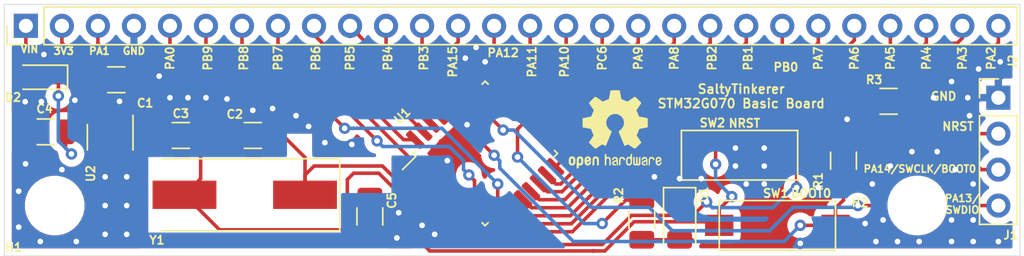
<source format=kicad_pcb>
(kicad_pcb (version 20171130) (host pcbnew 5.1.2-f72e74a~84~ubuntu18.04.1)

  (general
    (thickness 1.6)
    (drawings 39)
    (tracks 413)
    (zones 0)
    (modules 20)
    (nets 37)
  )

  (page A4)
  (layers
    (0 F.Cu signal)
    (31 B.Cu signal)
    (32 B.Adhes user)
    (33 F.Adhes user)
    (34 B.Paste user)
    (35 F.Paste user)
    (36 B.SilkS user)
    (37 F.SilkS user)
    (38 B.Mask user)
    (39 F.Mask user)
    (40 Dwgs.User user)
    (41 Cmts.User user)
    (42 Eco1.User user)
    (43 Eco2.User user)
    (44 Edge.Cuts user)
    (45 Margin user)
    (46 B.CrtYd user)
    (47 F.CrtYd user)
    (48 B.Fab user hide)
    (49 F.Fab user hide)
  )

  (setup
    (last_trace_width 0.25)
    (trace_clearance 0.2)
    (zone_clearance 0.508)
    (zone_45_only no)
    (trace_min 0.2)
    (via_size 0.8)
    (via_drill 0.4)
    (via_min_size 0.4)
    (via_min_drill 0.3)
    (uvia_size 0.3)
    (uvia_drill 0.1)
    (uvias_allowed no)
    (uvia_min_size 0.2)
    (uvia_min_drill 0.1)
    (edge_width 0.05)
    (segment_width 0.2)
    (pcb_text_width 0.3)
    (pcb_text_size 1.5 1.5)
    (mod_edge_width 0.12)
    (mod_text_size 1 1)
    (mod_text_width 0.15)
    (pad_size 1.524 1.524)
    (pad_drill 0.762)
    (pad_to_mask_clearance 0.051)
    (solder_mask_min_width 0.25)
    (aux_axis_origin 0 0)
    (visible_elements FFFFFF7F)
    (pcbplotparams
      (layerselection 0x010f0_ffffffff)
      (usegerberextensions true)
      (usegerberattributes false)
      (usegerberadvancedattributes false)
      (creategerberjobfile false)
      (excludeedgelayer true)
      (linewidth 0.100000)
      (plotframeref false)
      (viasonmask false)
      (mode 1)
      (useauxorigin false)
      (hpglpennumber 1)
      (hpglpenspeed 20)
      (hpglpendiameter 15.000000)
      (psnegative false)
      (psa4output false)
      (plotreference true)
      (plotvalue true)
      (plotinvisibletext false)
      (padsonsilk false)
      (subtractmaskfromsilk false)
      (outputformat 1)
      (mirror false)
      (drillshape 0)
      (scaleselection 1)
      (outputdirectory "stm32g070_gerber/"))
  )

  (net 0 "")
  (net 1 +3V3)
  (net 2 GND)
  (net 3 "Net-(C2-Pad2)")
  (net 4 "Net-(C3-Pad2)")
  (net 5 "Net-(C4-Pad1)")
  (net 6 "Net-(D1-Pad2)")
  (net 7 PA14_SWCLK_BOOT0)
  (net 8 PC6)
  (net 9 NRST)
  (net 10 PB9)
  (net 11 PA0)
  (net 12 PA1)
  (net 13 PA2)
  (net 14 PA3)
  (net 15 PA4)
  (net 16 PA5)
  (net 17 PA6)
  (net 18 PA7)
  (net 19 PB0)
  (net 20 PB1)
  (net 21 PB2)
  (net 22 PA8)
  (net 23 PA9)
  (net 24 PA10)
  (net 25 PA11)
  (net 26 PA12)
  (net 27 PA13_SWDIO)
  (net 28 PA15)
  (net 29 PB3)
  (net 30 PB4)
  (net 31 PB5)
  (net 32 PB6)
  (net 33 PB7)
  (net 34 PB8)
  (net 35 "Net-(U2-Pad4)")
  (net 36 VIN)

  (net_class Default "This is the default net class."
    (clearance 0.2)
    (trace_width 0.25)
    (via_dia 0.8)
    (via_drill 0.4)
    (uvia_dia 0.3)
    (uvia_drill 0.1)
    (add_net +3V3)
    (add_net GND)
    (add_net NRST)
    (add_net "Net-(C2-Pad2)")
    (add_net "Net-(C3-Pad2)")
    (add_net "Net-(C4-Pad1)")
    (add_net "Net-(D1-Pad2)")
    (add_net "Net-(U2-Pad4)")
    (add_net PA0)
    (add_net PA1)
    (add_net PA10)
    (add_net PA11)
    (add_net PA12)
    (add_net PA13_SWDIO)
    (add_net PA14_SWCLK_BOOT0)
    (add_net PA15)
    (add_net PA2)
    (add_net PA3)
    (add_net PA4)
    (add_net PA5)
    (add_net PA6)
    (add_net PA7)
    (add_net PA8)
    (add_net PA9)
    (add_net PB0)
    (add_net PB1)
    (add_net PB2)
    (add_net PB3)
    (add_net PB4)
    (add_net PB5)
    (add_net PB6)
    (add_net PB7)
    (add_net PB8)
    (add_net PB9)
    (add_net PC6)
    (add_net VIN)
  )

  (module Diode_SMD:D_SOD-323_HandSoldering (layer F.Cu) (tedit 58641869) (tstamp 5D335B18)
    (at 102.6414 105.2322 180)
    (descr SOD-323)
    (tags SOD-323)
    (path /5D32D579)
    (attr smd)
    (fp_text reference D2 (at 1.9558 -1.4224) (layer F.SilkS)
      (effects (font (size 0.5842 0.5842) (thickness 0.127)))
    )
    (fp_text value 1SS404,H3F (at 0.1 1.9) (layer F.Fab)
      (effects (font (size 1 1) (thickness 0.15)))
    )
    (fp_text user %R (at 0 -1.85) (layer F.Fab)
      (effects (font (size 1 1) (thickness 0.15)))
    )
    (fp_line (start -1.9 -0.85) (end -1.9 0.85) (layer F.SilkS) (width 0.12))
    (fp_line (start 0.2 0) (end 0.45 0) (layer F.Fab) (width 0.1))
    (fp_line (start 0.2 0.35) (end -0.3 0) (layer F.Fab) (width 0.1))
    (fp_line (start 0.2 -0.35) (end 0.2 0.35) (layer F.Fab) (width 0.1))
    (fp_line (start -0.3 0) (end 0.2 -0.35) (layer F.Fab) (width 0.1))
    (fp_line (start -0.3 0) (end -0.5 0) (layer F.Fab) (width 0.1))
    (fp_line (start -0.3 -0.35) (end -0.3 0.35) (layer F.Fab) (width 0.1))
    (fp_line (start -0.9 0.7) (end -0.9 -0.7) (layer F.Fab) (width 0.1))
    (fp_line (start 0.9 0.7) (end -0.9 0.7) (layer F.Fab) (width 0.1))
    (fp_line (start 0.9 -0.7) (end 0.9 0.7) (layer F.Fab) (width 0.1))
    (fp_line (start -0.9 -0.7) (end 0.9 -0.7) (layer F.Fab) (width 0.1))
    (fp_line (start -2 -0.95) (end 2 -0.95) (layer F.CrtYd) (width 0.05))
    (fp_line (start 2 -0.95) (end 2 0.95) (layer F.CrtYd) (width 0.05))
    (fp_line (start -2 0.95) (end 2 0.95) (layer F.CrtYd) (width 0.05))
    (fp_line (start -2 -0.95) (end -2 0.95) (layer F.CrtYd) (width 0.05))
    (fp_line (start -1.9 0.85) (end 1.25 0.85) (layer F.SilkS) (width 0.12))
    (fp_line (start -1.9 -0.85) (end 1.25 -0.85) (layer F.SilkS) (width 0.12))
    (pad 1 smd rect (at -1.25 0 180) (size 1 1) (layers F.Cu F.Paste F.Mask)
      (net 5 "Net-(C4-Pad1)"))
    (pad 2 smd rect (at 1.25 0 180) (size 1 1) (layers F.Cu F.Paste F.Mask)
      (net 36 VIN))
    (model ${KISYS3DMOD}/Diode_SMD.3dshapes/D_SOD-323.wrl
      (at (xyz 0 0 0))
      (scale (xyz 1 1 1))
      (rotate (xyz 0 0 0))
    )
  )

  (module Connector_PinHeader_2.54mm:PinHeader_1x28_P2.54mm_Vertical (layer F.Cu) (tedit 59FED5CC) (tstamp 5D32F2A3)
    (at 101.6 101.6 90)
    (descr "Through hole straight pin header, 1x28, 2.54mm pitch, single row")
    (tags "Through hole pin header THT 1x28 2.54mm single row")
    (path /5D368AD4)
    (fp_text reference J2 (at -2.54 69.596 90) (layer F.SilkS)
      (effects (font (size 0.5842 0.5842) (thickness 0.127)))
    )
    (fp_text value Conn_01x28 (at 0 70.91 90) (layer F.Fab)
      (effects (font (size 1 1) (thickness 0.15)))
    )
    (fp_line (start -0.635 -1.27) (end 1.27 -1.27) (layer F.Fab) (width 0.1))
    (fp_line (start 1.27 -1.27) (end 1.27 69.85) (layer F.Fab) (width 0.1))
    (fp_line (start 1.27 69.85) (end -1.27 69.85) (layer F.Fab) (width 0.1))
    (fp_line (start -1.27 69.85) (end -1.27 -0.635) (layer F.Fab) (width 0.1))
    (fp_line (start -1.27 -0.635) (end -0.635 -1.27) (layer F.Fab) (width 0.1))
    (fp_line (start -1.33 69.91) (end 1.33 69.91) (layer F.SilkS) (width 0.12))
    (fp_line (start -1.33 1.27) (end -1.33 69.91) (layer F.SilkS) (width 0.12))
    (fp_line (start 1.33 1.27) (end 1.33 69.91) (layer F.SilkS) (width 0.12))
    (fp_line (start -1.33 1.27) (end 1.33 1.27) (layer F.SilkS) (width 0.12))
    (fp_line (start -1.33 0) (end -1.33 -1.33) (layer F.SilkS) (width 0.12))
    (fp_line (start -1.33 -1.33) (end 0 -1.33) (layer F.SilkS) (width 0.12))
    (fp_line (start -1.8 -1.8) (end -1.8 70.35) (layer F.CrtYd) (width 0.05))
    (fp_line (start -1.8 70.35) (end 1.8 70.35) (layer F.CrtYd) (width 0.05))
    (fp_line (start 1.8 70.35) (end 1.8 -1.8) (layer F.CrtYd) (width 0.05))
    (fp_line (start 1.8 -1.8) (end -1.8 -1.8) (layer F.CrtYd) (width 0.05))
    (fp_text user %R (at 0 34.29) (layer F.Fab)
      (effects (font (size 1 1) (thickness 0.15)))
    )
    (pad 1 thru_hole rect (at 0 0 90) (size 1.7 1.7) (drill 1) (layers *.Cu *.Mask)
      (net 36 VIN))
    (pad 2 thru_hole oval (at 0 2.54 90) (size 1.7 1.7) (drill 1) (layers *.Cu *.Mask)
      (net 1 +3V3))
    (pad 3 thru_hole oval (at 0 5.08 90) (size 1.7 1.7) (drill 1) (layers *.Cu *.Mask)
      (net 12 PA1))
    (pad 4 thru_hole oval (at 0 7.62 90) (size 1.7 1.7) (drill 1) (layers *.Cu *.Mask)
      (net 2 GND))
    (pad 5 thru_hole oval (at 0 10.16 90) (size 1.7 1.7) (drill 1) (layers *.Cu *.Mask)
      (net 11 PA0))
    (pad 6 thru_hole oval (at 0 12.7 90) (size 1.7 1.7) (drill 1) (layers *.Cu *.Mask)
      (net 10 PB9))
    (pad 7 thru_hole oval (at 0 15.24 90) (size 1.7 1.7) (drill 1) (layers *.Cu *.Mask)
      (net 34 PB8))
    (pad 8 thru_hole oval (at 0 17.78 90) (size 1.7 1.7) (drill 1) (layers *.Cu *.Mask)
      (net 33 PB7))
    (pad 9 thru_hole oval (at 0 20.32 90) (size 1.7 1.7) (drill 1) (layers *.Cu *.Mask)
      (net 32 PB6))
    (pad 10 thru_hole oval (at 0 22.86 90) (size 1.7 1.7) (drill 1) (layers *.Cu *.Mask)
      (net 31 PB5))
    (pad 11 thru_hole oval (at 0 25.4 90) (size 1.7 1.7) (drill 1) (layers *.Cu *.Mask)
      (net 30 PB4))
    (pad 12 thru_hole oval (at 0 27.94 90) (size 1.7 1.7) (drill 1) (layers *.Cu *.Mask)
      (net 29 PB3))
    (pad 13 thru_hole oval (at 0 30.48 90) (size 1.7 1.7) (drill 1) (layers *.Cu *.Mask)
      (net 28 PA15))
    (pad 14 thru_hole oval (at 0 33.02 90) (size 1.7 1.7) (drill 1) (layers *.Cu *.Mask)
      (net 26 PA12))
    (pad 15 thru_hole oval (at 0 35.56 90) (size 1.7 1.7) (drill 1) (layers *.Cu *.Mask)
      (net 25 PA11))
    (pad 16 thru_hole oval (at 0 38.1 90) (size 1.7 1.7) (drill 1) (layers *.Cu *.Mask)
      (net 24 PA10))
    (pad 17 thru_hole oval (at 0 40.64 90) (size 1.7 1.7) (drill 1) (layers *.Cu *.Mask)
      (net 8 PC6))
    (pad 18 thru_hole oval (at 0 43.18 90) (size 1.7 1.7) (drill 1) (layers *.Cu *.Mask)
      (net 23 PA9))
    (pad 19 thru_hole oval (at 0 45.72 90) (size 1.7 1.7) (drill 1) (layers *.Cu *.Mask)
      (net 22 PA8))
    (pad 20 thru_hole oval (at 0 48.26 90) (size 1.7 1.7) (drill 1) (layers *.Cu *.Mask)
      (net 21 PB2))
    (pad 21 thru_hole oval (at 0 50.8 90) (size 1.7 1.7) (drill 1) (layers *.Cu *.Mask)
      (net 20 PB1))
    (pad 22 thru_hole oval (at 0 53.34 90) (size 1.7 1.7) (drill 1) (layers *.Cu *.Mask)
      (net 19 PB0))
    (pad 23 thru_hole oval (at 0 55.88 90) (size 1.7 1.7) (drill 1) (layers *.Cu *.Mask)
      (net 18 PA7))
    (pad 24 thru_hole oval (at 0 58.42 90) (size 1.7 1.7) (drill 1) (layers *.Cu *.Mask)
      (net 17 PA6))
    (pad 25 thru_hole oval (at 0 60.96 90) (size 1.7 1.7) (drill 1) (layers *.Cu *.Mask)
      (net 16 PA5))
    (pad 26 thru_hole oval (at 0 63.5 90) (size 1.7 1.7) (drill 1) (layers *.Cu *.Mask)
      (net 15 PA4))
    (pad 27 thru_hole oval (at 0 66.04 90) (size 1.7 1.7) (drill 1) (layers *.Cu *.Mask)
      (net 14 PA3))
    (pad 28 thru_hole oval (at 0 68.58 90) (size 1.7 1.7) (drill 1) (layers *.Cu *.Mask)
      (net 13 PA2))
    (model ${KISYS3DMOD}/Connector_PinHeader_2.54mm.3dshapes/PinHeader_1x28_P2.54mm_Vertical.wrl
      (at (xyz 0 0 0))
      (scale (xyz 1 1 1))
      (rotate (xyz 0 0 0))
    )
  )

  (module Symbol:OSHW-Logo2_7.3x6mm_SilkScreen (layer F.Cu) (tedit 0) (tstamp 5D33A5A1)
    (at 143.1544 108.9152)
    (descr "Open Source Hardware Symbol")
    (tags "Logo Symbol OSHW")
    (attr virtual)
    (fp_text reference REF** (at 0 0) (layer F.SilkS) hide
      (effects (font (size 1 1) (thickness 0.15)))
    )
    (fp_text value OSHW-Logo2_7.3x6mm_SilkScreen (at 0.75 0) (layer F.Fab) hide
      (effects (font (size 1 1) (thickness 0.15)))
    )
    (fp_poly (pts (xy 0.10391 -2.757652) (xy 0.182454 -2.757222) (xy 0.239298 -2.756058) (xy 0.278105 -2.753793)
      (xy 0.302538 -2.75006) (xy 0.316262 -2.744494) (xy 0.32294 -2.736727) (xy 0.326236 -2.726395)
      (xy 0.326556 -2.725057) (xy 0.331562 -2.700921) (xy 0.340829 -2.653299) (xy 0.353392 -2.587259)
      (xy 0.368287 -2.507872) (xy 0.384551 -2.420204) (xy 0.385119 -2.417125) (xy 0.40141 -2.331211)
      (xy 0.416652 -2.255304) (xy 0.429861 -2.193955) (xy 0.440054 -2.151718) (xy 0.446248 -2.133145)
      (xy 0.446543 -2.132816) (xy 0.464788 -2.123747) (xy 0.502405 -2.108633) (xy 0.551271 -2.090738)
      (xy 0.551543 -2.090642) (xy 0.613093 -2.067507) (xy 0.685657 -2.038035) (xy 0.754057 -2.008403)
      (xy 0.757294 -2.006938) (xy 0.868702 -1.956374) (xy 1.115399 -2.12484) (xy 1.191077 -2.176197)
      (xy 1.259631 -2.222111) (xy 1.317088 -2.25997) (xy 1.359476 -2.287163) (xy 1.382825 -2.301079)
      (xy 1.385042 -2.302111) (xy 1.40201 -2.297516) (xy 1.433701 -2.275345) (xy 1.481352 -2.234553)
      (xy 1.546198 -2.174095) (xy 1.612397 -2.109773) (xy 1.676214 -2.046388) (xy 1.733329 -1.988549)
      (xy 1.780305 -1.939825) (xy 1.813703 -1.90379) (xy 1.830085 -1.884016) (xy 1.830694 -1.882998)
      (xy 1.832505 -1.869428) (xy 1.825683 -1.847267) (xy 1.80854 -1.813522) (xy 1.779393 -1.7652)
      (xy 1.736555 -1.699308) (xy 1.679448 -1.614483) (xy 1.628766 -1.539823) (xy 1.583461 -1.47286)
      (xy 1.54615 -1.417484) (xy 1.519452 -1.37758) (xy 1.505985 -1.357038) (xy 1.505137 -1.355644)
      (xy 1.506781 -1.335962) (xy 1.519245 -1.297707) (xy 1.540048 -1.248111) (xy 1.547462 -1.232272)
      (xy 1.579814 -1.16171) (xy 1.614328 -1.081647) (xy 1.642365 -1.012371) (xy 1.662568 -0.960955)
      (xy 1.678615 -0.921881) (xy 1.687888 -0.901459) (xy 1.689041 -0.899886) (xy 1.706096 -0.897279)
      (xy 1.746298 -0.890137) (xy 1.804302 -0.879477) (xy 1.874763 -0.866315) (xy 1.952335 -0.851667)
      (xy 2.031672 -0.836551) (xy 2.107431 -0.821982) (xy 2.174264 -0.808978) (xy 2.226828 -0.798555)
      (xy 2.259776 -0.79173) (xy 2.267857 -0.789801) (xy 2.276205 -0.785038) (xy 2.282506 -0.774282)
      (xy 2.287045 -0.753902) (xy 2.290104 -0.720266) (xy 2.291967 -0.669745) (xy 2.292918 -0.598708)
      (xy 2.29324 -0.503524) (xy 2.293257 -0.464508) (xy 2.293257 -0.147201) (xy 2.217057 -0.132161)
      (xy 2.174663 -0.124005) (xy 2.1114 -0.112101) (xy 2.034962 -0.097884) (xy 1.953043 -0.08279)
      (xy 1.9304 -0.078645) (xy 1.854806 -0.063947) (xy 1.788953 -0.049495) (xy 1.738366 -0.036625)
      (xy 1.708574 -0.026678) (xy 1.703612 -0.023713) (xy 1.691426 -0.002717) (xy 1.673953 0.037967)
      (xy 1.654577 0.090322) (xy 1.650734 0.1016) (xy 1.625339 0.171523) (xy 1.593817 0.250418)
      (xy 1.562969 0.321266) (xy 1.562817 0.321595) (xy 1.511447 0.432733) (xy 1.680399 0.681253)
      (xy 1.849352 0.929772) (xy 1.632429 1.147058) (xy 1.566819 1.211726) (xy 1.506979 1.268733)
      (xy 1.456267 1.315033) (xy 1.418046 1.347584) (xy 1.395675 1.363343) (xy 1.392466 1.364343)
      (xy 1.373626 1.356469) (xy 1.33518 1.334578) (xy 1.28133 1.301267) (xy 1.216276 1.259131)
      (xy 1.14594 1.211943) (xy 1.074555 1.16381) (xy 1.010908 1.121928) (xy 0.959041 1.088871)
      (xy 0.922995 1.067218) (xy 0.906867 1.059543) (xy 0.887189 1.066037) (xy 0.849875 1.08315)
      (xy 0.802621 1.107326) (xy 0.797612 1.110013) (xy 0.733977 1.141927) (xy 0.690341 1.157579)
      (xy 0.663202 1.157745) (xy 0.649057 1.143204) (xy 0.648975 1.143) (xy 0.641905 1.125779)
      (xy 0.625042 1.084899) (xy 0.599695 1.023525) (xy 0.567171 0.944819) (xy 0.528778 0.851947)
      (xy 0.485822 0.748072) (xy 0.444222 0.647502) (xy 0.398504 0.536516) (xy 0.356526 0.433703)
      (xy 0.319548 0.342215) (xy 0.288827 0.265201) (xy 0.265622 0.205815) (xy 0.25119 0.167209)
      (xy 0.246743 0.1528) (xy 0.257896 0.136272) (xy 0.287069 0.10993) (xy 0.325971 0.080887)
      (xy 0.436757 -0.010961) (xy 0.523351 -0.116241) (xy 0.584716 -0.232734) (xy 0.619815 -0.358224)
      (xy 0.627608 -0.490493) (xy 0.621943 -0.551543) (xy 0.591078 -0.678205) (xy 0.53792 -0.790059)
      (xy 0.465767 -0.885999) (xy 0.377917 -0.964924) (xy 0.277665 -1.02573) (xy 0.16831 -1.067313)
      (xy 0.053147 -1.088572) (xy -0.064525 -1.088401) (xy -0.18141 -1.065699) (xy -0.294211 -1.019362)
      (xy -0.399631 -0.948287) (xy -0.443632 -0.908089) (xy -0.528021 -0.804871) (xy -0.586778 -0.692075)
      (xy -0.620296 -0.57299) (xy -0.628965 -0.450905) (xy -0.613177 -0.329107) (xy -0.573322 -0.210884)
      (xy -0.509793 -0.099525) (xy -0.422979 0.001684) (xy -0.325971 0.080887) (xy -0.285563 0.111162)
      (xy -0.257018 0.137219) (xy -0.246743 0.152825) (xy -0.252123 0.169843) (xy -0.267425 0.2105)
      (xy -0.291388 0.271642) (xy -0.322756 0.350119) (xy -0.360268 0.44278) (xy -0.402667 0.546472)
      (xy -0.444337 0.647526) (xy -0.49031 0.758607) (xy -0.532893 0.861541) (xy -0.570779 0.953165)
      (xy -0.60266 1.030316) (xy -0.627229 1.089831) (xy -0.64318 1.128544) (xy -0.64909 1.143)
      (xy -0.663052 1.157685) (xy -0.69006 1.157642) (xy -0.733587 1.142099) (xy -0.79711 1.110284)
      (xy -0.797612 1.110013) (xy -0.84544 1.085323) (xy -0.884103 1.067338) (xy -0.905905 1.059614)
      (xy -0.906867 1.059543) (xy -0.923279 1.067378) (xy -0.959513 1.089165) (xy -1.011526 1.122328)
      (xy -1.075275 1.164291) (xy -1.14594 1.211943) (xy -1.217884 1.260191) (xy -1.282726 1.302151)
      (xy -1.336265 1.335227) (xy -1.374303 1.356821) (xy -1.392467 1.364343) (xy -1.409192 1.354457)
      (xy -1.44282 1.326826) (xy -1.48999 1.284495) (xy -1.547342 1.230505) (xy -1.611516 1.167899)
      (xy -1.632503 1.146983) (xy -1.849501 0.929623) (xy -1.684332 0.68722) (xy -1.634136 0.612781)
      (xy -1.590081 0.545972) (xy -1.554638 0.490665) (xy -1.530281 0.450729) (xy -1.519478 0.430036)
      (xy -1.519162 0.428563) (xy -1.524857 0.409058) (xy -1.540174 0.369822) (xy -1.562463 0.31743)
      (xy -1.578107 0.282355) (xy -1.607359 0.215201) (xy -1.634906 0.147358) (xy -1.656263 0.090034)
      (xy -1.662065 0.072572) (xy -1.678548 0.025938) (xy -1.69466 -0.010095) (xy -1.70351 -0.023713)
      (xy -1.72304 -0.032048) (xy -1.765666 -0.043863) (xy -1.825855 -0.057819) (xy -1.898078 -0.072578)
      (xy -1.9304 -0.078645) (xy -2.012478 -0.093727) (xy -2.091205 -0.108331) (xy -2.158891 -0.12102)
      (xy -2.20784 -0.130358) (xy -2.217057 -0.132161) (xy -2.293257 -0.147201) (xy -2.293257 -0.464508)
      (xy -2.293086 -0.568846) (xy -2.292384 -0.647787) (xy -2.290866 -0.704962) (xy -2.288251 -0.744001)
      (xy -2.284254 -0.768535) (xy -2.278591 -0.782195) (xy -2.27098 -0.788611) (xy -2.267857 -0.789801)
      (xy -2.249022 -0.79402) (xy -2.207412 -0.802438) (xy -2.14837 -0.814039) (xy -2.077243 -0.827805)
      (xy -1.999375 -0.84272) (xy -1.920113 -0.857768) (xy -1.844802 -0.871931) (xy -1.778787 -0.884194)
      (xy -1.727413 -0.893539) (xy -1.696025 -0.89895) (xy -1.689041 -0.899886) (xy -1.682715 -0.912404)
      (xy -1.66871 -0.945754) (xy -1.649645 -0.993623) (xy -1.642366 -1.012371) (xy -1.613004 -1.084805)
      (xy -1.578429 -1.16483) (xy -1.547463 -1.232272) (xy -1.524677 -1.283841) (xy -1.509518 -1.326215)
      (xy -1.504458 -1.352166) (xy -1.505264 -1.355644) (xy -1.515959 -1.372064) (xy -1.54038 -1.408583)
      (xy -1.575905 -1.461313) (xy -1.619913 -1.526365) (xy -1.669783 -1.599849) (xy -1.679644 -1.614355)
      (xy -1.737508 -1.700296) (xy -1.780044 -1.765739) (xy -1.808946 -1.813696) (xy -1.82591 -1.84718)
      (xy -1.832633 -1.869205) (xy -1.83081 -1.882783) (xy -1.830764 -1.882869) (xy -1.816414 -1.900703)
      (xy -1.784677 -1.935183) (xy -1.73899 -1.982732) (xy -1.682796 -2.039778) (xy -1.619532 -2.102745)
      (xy -1.612398 -2.109773) (xy -1.53267 -2.18698) (xy -1.471143 -2.24367) (xy -1.426579 -2.28089)
      (xy -1.397743 -2.299685) (xy -1.385042 -2.302111) (xy -1.366506 -2.291529) (xy -1.328039 -2.267084)
      (xy -1.273614 -2.231388) (xy -1.207202 -2.187053) (xy -1.132775 -2.136689) (xy -1.115399 -2.12484)
      (xy -0.868703 -1.956374) (xy -0.757294 -2.006938) (xy -0.689543 -2.036405) (xy -0.616817 -2.066041)
      (xy -0.554297 -2.08967) (xy -0.551543 -2.090642) (xy -0.50264 -2.108543) (xy -0.464943 -2.12368)
      (xy -0.446575 -2.13279) (xy -0.446544 -2.132816) (xy -0.440715 -2.149283) (xy -0.430808 -2.189781)
      (xy -0.417805 -2.249758) (xy -0.402691 -2.32466) (xy -0.386448 -2.409936) (xy -0.385119 -2.417125)
      (xy -0.368825 -2.504986) (xy -0.353867 -2.58474) (xy -0.341209 -2.651319) (xy -0.331814 -2.699653)
      (xy -0.326646 -2.724675) (xy -0.326556 -2.725057) (xy -0.323411 -2.735701) (xy -0.317296 -2.743738)
      (xy -0.304547 -2.749533) (xy -0.2815 -2.753453) (xy -0.244491 -2.755865) (xy -0.189856 -2.757135)
      (xy -0.113933 -2.757629) (xy -0.013056 -2.757714) (xy 0 -2.757714) (xy 0.10391 -2.757652)) (layer F.SilkS) (width 0.01))
    (fp_poly (pts (xy 3.153595 1.966966) (xy 3.211021 2.004497) (xy 3.238719 2.038096) (xy 3.260662 2.099064)
      (xy 3.262405 2.147308) (xy 3.258457 2.211816) (xy 3.109686 2.276934) (xy 3.037349 2.310202)
      (xy 2.990084 2.336964) (xy 2.965507 2.360144) (xy 2.961237 2.382667) (xy 2.974889 2.407455)
      (xy 2.989943 2.423886) (xy 3.033746 2.450235) (xy 3.081389 2.452081) (xy 3.125145 2.431546)
      (xy 3.157289 2.390752) (xy 3.163038 2.376347) (xy 3.190576 2.331356) (xy 3.222258 2.312182)
      (xy 3.265714 2.295779) (xy 3.265714 2.357966) (xy 3.261872 2.400283) (xy 3.246823 2.435969)
      (xy 3.21528 2.476943) (xy 3.210592 2.482267) (xy 3.175506 2.51872) (xy 3.145347 2.538283)
      (xy 3.107615 2.547283) (xy 3.076335 2.55023) (xy 3.020385 2.550965) (xy 2.980555 2.54166)
      (xy 2.955708 2.527846) (xy 2.916656 2.497467) (xy 2.889625 2.464613) (xy 2.872517 2.423294)
      (xy 2.863238 2.367521) (xy 2.859693 2.291305) (xy 2.85941 2.252622) (xy 2.860372 2.206247)
      (xy 2.948007 2.206247) (xy 2.949023 2.231126) (xy 2.951556 2.2352) (xy 2.968274 2.229665)
      (xy 3.004249 2.215017) (xy 3.052331 2.19419) (xy 3.062386 2.189714) (xy 3.123152 2.158814)
      (xy 3.156632 2.131657) (xy 3.16399 2.10622) (xy 3.146391 2.080481) (xy 3.131856 2.069109)
      (xy 3.07941 2.046364) (xy 3.030322 2.050122) (xy 2.989227 2.077884) (xy 2.960758 2.127152)
      (xy 2.951631 2.166257) (xy 2.948007 2.206247) (xy 2.860372 2.206247) (xy 2.861285 2.162249)
      (xy 2.868196 2.095384) (xy 2.881884 2.046695) (xy 2.904096 2.010849) (xy 2.936574 1.982513)
      (xy 2.950733 1.973355) (xy 3.015053 1.949507) (xy 3.085473 1.948006) (xy 3.153595 1.966966)) (layer F.SilkS) (width 0.01))
    (fp_poly (pts (xy 2.6526 1.958752) (xy 2.669948 1.966334) (xy 2.711356 1.999128) (xy 2.746765 2.046547)
      (xy 2.768664 2.097151) (xy 2.772229 2.122098) (xy 2.760279 2.156927) (xy 2.734067 2.175357)
      (xy 2.705964 2.186516) (xy 2.693095 2.188572) (xy 2.686829 2.173649) (xy 2.674456 2.141175)
      (xy 2.669028 2.126502) (xy 2.63859 2.075744) (xy 2.59452 2.050427) (xy 2.53801 2.051206)
      (xy 2.533825 2.052203) (xy 2.503655 2.066507) (xy 2.481476 2.094393) (xy 2.466327 2.139287)
      (xy 2.45725 2.204615) (xy 2.453286 2.293804) (xy 2.452914 2.341261) (xy 2.45273 2.416071)
      (xy 2.451522 2.467069) (xy 2.448309 2.499471) (xy 2.442109 2.518495) (xy 2.43194 2.529356)
      (xy 2.416819 2.537272) (xy 2.415946 2.53767) (xy 2.386828 2.549981) (xy 2.372403 2.554514)
      (xy 2.370186 2.540809) (xy 2.368289 2.502925) (xy 2.366847 2.445715) (xy 2.365998 2.374027)
      (xy 2.365829 2.321565) (xy 2.366692 2.220047) (xy 2.37007 2.143032) (xy 2.377142 2.086023)
      (xy 2.389088 2.044526) (xy 2.40709 2.014043) (xy 2.432327 1.99008) (xy 2.457247 1.973355)
      (xy 2.517171 1.951097) (xy 2.586911 1.946076) (xy 2.6526 1.958752)) (layer F.SilkS) (width 0.01))
    (fp_poly (pts (xy 2.144876 1.956335) (xy 2.186667 1.975344) (xy 2.219469 1.998378) (xy 2.243503 2.024133)
      (xy 2.260097 2.057358) (xy 2.270577 2.1028) (xy 2.276271 2.165207) (xy 2.278507 2.249327)
      (xy 2.278743 2.304721) (xy 2.278743 2.520826) (xy 2.241774 2.53767) (xy 2.212656 2.549981)
      (xy 2.198231 2.554514) (xy 2.195472 2.541025) (xy 2.193282 2.504653) (xy 2.191942 2.451542)
      (xy 2.191657 2.409372) (xy 2.190434 2.348447) (xy 2.187136 2.300115) (xy 2.182321 2.270518)
      (xy 2.178496 2.264229) (xy 2.152783 2.270652) (xy 2.112418 2.287125) (xy 2.065679 2.309458)
      (xy 2.020845 2.333457) (xy 1.986193 2.35493) (xy 1.970002 2.369685) (xy 1.969938 2.369845)
      (xy 1.97133 2.397152) (xy 1.983818 2.423219) (xy 2.005743 2.444392) (xy 2.037743 2.451474)
      (xy 2.065092 2.450649) (xy 2.103826 2.450042) (xy 2.124158 2.459116) (xy 2.136369 2.483092)
      (xy 2.137909 2.487613) (xy 2.143203 2.521806) (xy 2.129047 2.542568) (xy 2.092148 2.552462)
      (xy 2.052289 2.554292) (xy 1.980562 2.540727) (xy 1.943432 2.521355) (xy 1.897576 2.475845)
      (xy 1.873256 2.419983) (xy 1.871073 2.360957) (xy 1.891629 2.305953) (xy 1.922549 2.271486)
      (xy 1.95342 2.252189) (xy 2.001942 2.227759) (xy 2.058485 2.202985) (xy 2.06791 2.199199)
      (xy 2.130019 2.171791) (xy 2.165822 2.147634) (xy 2.177337 2.123619) (xy 2.16658 2.096635)
      (xy 2.148114 2.075543) (xy 2.104469 2.049572) (xy 2.056446 2.047624) (xy 2.012406 2.067637)
      (xy 1.980709 2.107551) (xy 1.976549 2.117848) (xy 1.952327 2.155724) (xy 1.916965 2.183842)
      (xy 1.872343 2.206917) (xy 1.872343 2.141485) (xy 1.874969 2.101506) (xy 1.88623 2.069997)
      (xy 1.911199 2.036378) (xy 1.935169 2.010484) (xy 1.972441 1.973817) (xy 2.001401 1.954121)
      (xy 2.032505 1.94622) (xy 2.067713 1.944914) (xy 2.144876 1.956335)) (layer F.SilkS) (width 0.01))
    (fp_poly (pts (xy 1.779833 1.958663) (xy 1.782048 1.99685) (xy 1.783784 2.054886) (xy 1.784899 2.12818)
      (xy 1.785257 2.205055) (xy 1.785257 2.465196) (xy 1.739326 2.511127) (xy 1.707675 2.539429)
      (xy 1.67989 2.550893) (xy 1.641915 2.550168) (xy 1.62684 2.548321) (xy 1.579726 2.542948)
      (xy 1.540756 2.539869) (xy 1.531257 2.539585) (xy 1.499233 2.541445) (xy 1.453432 2.546114)
      (xy 1.435674 2.548321) (xy 1.392057 2.551735) (xy 1.362745 2.54432) (xy 1.33368 2.521427)
      (xy 1.323188 2.511127) (xy 1.277257 2.465196) (xy 1.277257 1.978602) (xy 1.314226 1.961758)
      (xy 1.346059 1.949282) (xy 1.364683 1.944914) (xy 1.369458 1.958718) (xy 1.373921 1.997286)
      (xy 1.377775 2.056356) (xy 1.380722 2.131663) (xy 1.382143 2.195286) (xy 1.386114 2.445657)
      (xy 1.420759 2.450556) (xy 1.452268 2.447131) (xy 1.467708 2.436041) (xy 1.472023 2.415308)
      (xy 1.475708 2.371145) (xy 1.478469 2.309146) (xy 1.480012 2.234909) (xy 1.480235 2.196706)
      (xy 1.480457 1.976783) (xy 1.526166 1.960849) (xy 1.558518 1.950015) (xy 1.576115 1.944962)
      (xy 1.576623 1.944914) (xy 1.578388 1.958648) (xy 1.580329 1.99673) (xy 1.582282 2.054482)
      (xy 1.584084 2.127227) (xy 1.585343 2.195286) (xy 1.589314 2.445657) (xy 1.6764 2.445657)
      (xy 1.680396 2.21724) (xy 1.684392 1.988822) (xy 1.726847 1.966868) (xy 1.758192 1.951793)
      (xy 1.776744 1.944951) (xy 1.777279 1.944914) (xy 1.779833 1.958663)) (layer F.SilkS) (width 0.01))
    (fp_poly (pts (xy 1.190117 2.065358) (xy 1.189933 2.173837) (xy 1.189219 2.257287) (xy 1.187675 2.319704)
      (xy 1.185001 2.365085) (xy 1.180894 2.397429) (xy 1.175055 2.420733) (xy 1.167182 2.438995)
      (xy 1.161221 2.449418) (xy 1.111855 2.505945) (xy 1.049264 2.541377) (xy 0.980013 2.55409)
      (xy 0.910668 2.542463) (xy 0.869375 2.521568) (xy 0.826025 2.485422) (xy 0.796481 2.441276)
      (xy 0.778655 2.383462) (xy 0.770463 2.306313) (xy 0.769302 2.249714) (xy 0.769458 2.245647)
      (xy 0.870857 2.245647) (xy 0.871476 2.31055) (xy 0.874314 2.353514) (xy 0.88084 2.381622)
      (xy 0.892523 2.401953) (xy 0.906483 2.417288) (xy 0.953365 2.44689) (xy 1.003701 2.449419)
      (xy 1.051276 2.424705) (xy 1.054979 2.421356) (xy 1.070783 2.403935) (xy 1.080693 2.383209)
      (xy 1.086058 2.352362) (xy 1.088228 2.304577) (xy 1.088571 2.251748) (xy 1.087827 2.185381)
      (xy 1.084748 2.141106) (xy 1.078061 2.112009) (xy 1.066496 2.091173) (xy 1.057013 2.080107)
      (xy 1.01296 2.052198) (xy 0.962224 2.048843) (xy 0.913796 2.070159) (xy 0.90445 2.078073)
      (xy 0.88854 2.095647) (xy 0.87861 2.116587) (xy 0.873278 2.147782) (xy 0.871163 2.196122)
      (xy 0.870857 2.245647) (xy 0.769458 2.245647) (xy 0.77281 2.158568) (xy 0.784726 2.090086)
      (xy 0.807135 2.0386) (xy 0.842124 1.998443) (xy 0.869375 1.977861) (xy 0.918907 1.955625)
      (xy 0.976316 1.945304) (xy 1.029682 1.948067) (xy 1.059543 1.959212) (xy 1.071261 1.962383)
      (xy 1.079037 1.950557) (xy 1.084465 1.918866) (xy 1.088571 1.870593) (xy 1.093067 1.816829)
      (xy 1.099313 1.784482) (xy 1.110676 1.765985) (xy 1.130528 1.75377) (xy 1.143 1.748362)
      (xy 1.190171 1.728601) (xy 1.190117 2.065358)) (layer F.SilkS) (width 0.01))
    (fp_poly (pts (xy 0.529926 1.949755) (xy 0.595858 1.974084) (xy 0.649273 2.017117) (xy 0.670164 2.047409)
      (xy 0.692939 2.102994) (xy 0.692466 2.143186) (xy 0.668562 2.170217) (xy 0.659717 2.174813)
      (xy 0.62153 2.189144) (xy 0.602028 2.185472) (xy 0.595422 2.161407) (xy 0.595086 2.148114)
      (xy 0.582992 2.09921) (xy 0.551471 2.064999) (xy 0.507659 2.048476) (xy 0.458695 2.052634)
      (xy 0.418894 2.074227) (xy 0.40545 2.086544) (xy 0.395921 2.101487) (xy 0.389485 2.124075)
      (xy 0.385317 2.159328) (xy 0.382597 2.212266) (xy 0.380502 2.287907) (xy 0.37996 2.311857)
      (xy 0.377981 2.39379) (xy 0.375731 2.451455) (xy 0.372357 2.489608) (xy 0.367006 2.513004)
      (xy 0.358824 2.526398) (xy 0.346959 2.534545) (xy 0.339362 2.538144) (xy 0.307102 2.550452)
      (xy 0.288111 2.554514) (xy 0.281836 2.540948) (xy 0.278006 2.499934) (xy 0.2766 2.430999)
      (xy 0.277598 2.333669) (xy 0.277908 2.318657) (xy 0.280101 2.229859) (xy 0.282693 2.165019)
      (xy 0.286382 2.119067) (xy 0.291864 2.086935) (xy 0.299835 2.063553) (xy 0.310993 2.043852)
      (xy 0.31683 2.03541) (xy 0.350296 1.998057) (xy 0.387727 1.969003) (xy 0.392309 1.966467)
      (xy 0.459426 1.946443) (xy 0.529926 1.949755)) (layer F.SilkS) (width 0.01))
    (fp_poly (pts (xy 0.039744 1.950968) (xy 0.096616 1.972087) (xy 0.097267 1.972493) (xy 0.13244 1.99838)
      (xy 0.158407 2.028633) (xy 0.17667 2.068058) (xy 0.188732 2.121462) (xy 0.196096 2.193651)
      (xy 0.200264 2.289432) (xy 0.200629 2.303078) (xy 0.205876 2.508842) (xy 0.161716 2.531678)
      (xy 0.129763 2.54711) (xy 0.11047 2.554423) (xy 0.109578 2.554514) (xy 0.106239 2.541022)
      (xy 0.103587 2.504626) (xy 0.101956 2.451452) (xy 0.1016 2.408393) (xy 0.101592 2.338641)
      (xy 0.098403 2.294837) (xy 0.087288 2.273944) (xy 0.063501 2.272925) (xy 0.022296 2.288741)
      (xy -0.039914 2.317815) (xy -0.085659 2.341963) (xy -0.109187 2.362913) (xy -0.116104 2.385747)
      (xy -0.116114 2.386877) (xy -0.104701 2.426212) (xy -0.070908 2.447462) (xy -0.019191 2.450539)
      (xy 0.018061 2.450006) (xy 0.037703 2.460735) (xy 0.049952 2.486505) (xy 0.057002 2.519337)
      (xy 0.046842 2.537966) (xy 0.043017 2.540632) (xy 0.007001 2.55134) (xy -0.043434 2.552856)
      (xy -0.095374 2.545759) (xy -0.132178 2.532788) (xy -0.183062 2.489585) (xy -0.211986 2.429446)
      (xy -0.217714 2.382462) (xy -0.213343 2.340082) (xy -0.197525 2.305488) (xy -0.166203 2.274763)
      (xy -0.115322 2.24399) (xy -0.040824 2.209252) (xy -0.036286 2.207288) (xy 0.030821 2.176287)
      (xy 0.072232 2.150862) (xy 0.089981 2.128014) (xy 0.086107 2.104745) (xy 0.062643 2.078056)
      (xy 0.055627 2.071914) (xy 0.00863 2.0481) (xy -0.040067 2.049103) (xy -0.082478 2.072451)
      (xy -0.110616 2.115675) (xy -0.113231 2.12416) (xy -0.138692 2.165308) (xy -0.170999 2.185128)
      (xy -0.217714 2.20477) (xy -0.217714 2.15395) (xy -0.203504 2.080082) (xy -0.161325 2.012327)
      (xy -0.139376 1.989661) (xy -0.089483 1.960569) (xy -0.026033 1.9474) (xy 0.039744 1.950968)) (layer F.SilkS) (width 0.01))
    (fp_poly (pts (xy -0.624114 1.851289) (xy -0.619861 1.910613) (xy -0.614975 1.945572) (xy -0.608205 1.96082)
      (xy -0.598298 1.961015) (xy -0.595086 1.959195) (xy -0.552356 1.946015) (xy -0.496773 1.946785)
      (xy -0.440263 1.960333) (xy -0.404918 1.977861) (xy -0.368679 2.005861) (xy -0.342187 2.037549)
      (xy -0.324001 2.077813) (xy -0.312678 2.131543) (xy -0.306778 2.203626) (xy -0.304857 2.298951)
      (xy -0.304823 2.317237) (xy -0.3048 2.522646) (xy -0.350509 2.53858) (xy -0.382973 2.54942)
      (xy -0.400785 2.554468) (xy -0.401309 2.554514) (xy -0.403063 2.540828) (xy -0.404556 2.503076)
      (xy -0.405674 2.446224) (xy -0.406303 2.375234) (xy -0.4064 2.332073) (xy -0.406602 2.246973)
      (xy -0.407642 2.185981) (xy -0.410169 2.144177) (xy -0.414836 2.116642) (xy -0.422293 2.098456)
      (xy -0.433189 2.084698) (xy -0.439993 2.078073) (xy -0.486728 2.051375) (xy -0.537728 2.049375)
      (xy -0.583999 2.071955) (xy -0.592556 2.080107) (xy -0.605107 2.095436) (xy -0.613812 2.113618)
      (xy -0.619369 2.139909) (xy -0.622474 2.179562) (xy -0.623824 2.237832) (xy -0.624114 2.318173)
      (xy -0.624114 2.522646) (xy -0.669823 2.53858) (xy -0.702287 2.54942) (xy -0.720099 2.554468)
      (xy -0.720623 2.554514) (xy -0.721963 2.540623) (xy -0.723172 2.501439) (xy -0.724199 2.4407)
      (xy -0.724998 2.362141) (xy -0.725519 2.269498) (xy -0.725714 2.166509) (xy -0.725714 1.769342)
      (xy -0.678543 1.749444) (xy -0.631371 1.729547) (xy -0.624114 1.851289)) (layer F.SilkS) (width 0.01))
    (fp_poly (pts (xy -1.831697 1.931239) (xy -1.774473 1.969735) (xy -1.730251 2.025335) (xy -1.703833 2.096086)
      (xy -1.69849 2.148162) (xy -1.699097 2.169893) (xy -1.704178 2.186531) (xy -1.718145 2.201437)
      (xy -1.745411 2.217973) (xy -1.790388 2.239498) (xy -1.857489 2.269374) (xy -1.857829 2.269524)
      (xy -1.919593 2.297813) (xy -1.970241 2.322933) (xy -2.004596 2.342179) (xy -2.017482 2.352848)
      (xy -2.017486 2.352934) (xy -2.006128 2.376166) (xy -1.979569 2.401774) (xy -1.949077 2.420221)
      (xy -1.93363 2.423886) (xy -1.891485 2.411212) (xy -1.855192 2.379471) (xy -1.837483 2.344572)
      (xy -1.820448 2.318845) (xy -1.787078 2.289546) (xy -1.747851 2.264235) (xy -1.713244 2.250471)
      (xy -1.706007 2.249714) (xy -1.697861 2.26216) (xy -1.69737 2.293972) (xy -1.703357 2.336866)
      (xy -1.714643 2.382558) (xy -1.73005 2.422761) (xy -1.730829 2.424322) (xy -1.777196 2.489062)
      (xy -1.837289 2.533097) (xy -1.905535 2.554711) (xy -1.976362 2.552185) (xy -2.044196 2.523804)
      (xy -2.047212 2.521808) (xy -2.100573 2.473448) (xy -2.13566 2.410352) (xy -2.155078 2.327387)
      (xy -2.157684 2.304078) (xy -2.162299 2.194055) (xy -2.156767 2.142748) (xy -2.017486 2.142748)
      (xy -2.015676 2.174753) (xy -2.005778 2.184093) (xy -1.981102 2.177105) (xy -1.942205 2.160587)
      (xy -1.898725 2.139881) (xy -1.897644 2.139333) (xy -1.860791 2.119949) (xy -1.846 2.107013)
      (xy -1.849647 2.093451) (xy -1.865005 2.075632) (xy -1.904077 2.049845) (xy -1.946154 2.04795)
      (xy -1.983897 2.066717) (xy -2.009966 2.102915) (xy -2.017486 2.142748) (xy -2.156767 2.142748)
      (xy -2.152806 2.106027) (xy -2.12845 2.036212) (xy -2.094544 1.987302) (xy -2.033347 1.937878)
      (xy -1.965937 1.913359) (xy -1.89712 1.911797) (xy -1.831697 1.931239)) (layer F.SilkS) (width 0.01))
    (fp_poly (pts (xy -2.958885 1.921962) (xy -2.890855 1.957733) (xy -2.840649 2.015301) (xy -2.822815 2.052312)
      (xy -2.808937 2.107882) (xy -2.801833 2.178096) (xy -2.80116 2.254727) (xy -2.806573 2.329552)
      (xy -2.81773 2.394342) (xy -2.834286 2.440873) (xy -2.839374 2.448887) (xy -2.899645 2.508707)
      (xy -2.971231 2.544535) (xy -3.048908 2.55502) (xy -3.127452 2.53881) (xy -3.149311 2.529092)
      (xy -3.191878 2.499143) (xy -3.229237 2.459433) (xy -3.232768 2.454397) (xy -3.247119 2.430124)
      (xy -3.256606 2.404178) (xy -3.26221 2.370022) (xy -3.264914 2.321119) (xy -3.265701 2.250935)
      (xy -3.265714 2.2352) (xy -3.265678 2.230192) (xy -3.120571 2.230192) (xy -3.119727 2.29643)
      (xy -3.116404 2.340386) (xy -3.109417 2.368779) (xy -3.097584 2.388325) (xy -3.091543 2.394857)
      (xy -3.056814 2.41968) (xy -3.023097 2.418548) (xy -2.989005 2.397016) (xy -2.968671 2.374029)
      (xy -2.956629 2.340478) (xy -2.949866 2.287569) (xy -2.949402 2.281399) (xy -2.948248 2.185513)
      (xy -2.960312 2.114299) (xy -2.98543 2.068194) (xy -3.02344 2.047635) (xy -3.037008 2.046514)
      (xy -3.072636 2.052152) (xy -3.097006 2.071686) (xy -3.111907 2.109042) (xy -3.119125 2.16815)
      (xy -3.120571 2.230192) (xy -3.265678 2.230192) (xy -3.265174 2.160413) (xy -3.262904 2.108159)
      (xy -3.257932 2.071949) (xy -3.249287 2.045299) (xy -3.235995 2.021722) (xy -3.233057 2.017338)
      (xy -3.183687 1.958249) (xy -3.129891 1.923947) (xy -3.064398 1.910331) (xy -3.042158 1.909665)
      (xy -2.958885 1.921962)) (layer F.SilkS) (width 0.01))
    (fp_poly (pts (xy -1.283907 1.92778) (xy -1.237328 1.954723) (xy -1.204943 1.981466) (xy -1.181258 2.009484)
      (xy -1.164941 2.043748) (xy -1.154661 2.089227) (xy -1.149086 2.150892) (xy -1.146884 2.233711)
      (xy -1.146629 2.293246) (xy -1.146629 2.512391) (xy -1.208314 2.540044) (xy -1.27 2.567697)
      (xy -1.277257 2.32767) (xy -1.280256 2.238028) (xy -1.283402 2.172962) (xy -1.287299 2.128026)
      (xy -1.292553 2.09877) (xy -1.299769 2.080748) (xy -1.30955 2.069511) (xy -1.312688 2.067079)
      (xy -1.360239 2.048083) (xy -1.408303 2.0556) (xy -1.436914 2.075543) (xy -1.448553 2.089675)
      (xy -1.456609 2.10822) (xy -1.461729 2.136334) (xy -1.464559 2.179173) (xy -1.465744 2.241895)
      (xy -1.465943 2.307261) (xy -1.465982 2.389268) (xy -1.467386 2.447316) (xy -1.472086 2.486465)
      (xy -1.482013 2.51178) (xy -1.499097 2.528323) (xy -1.525268 2.541156) (xy -1.560225 2.554491)
      (xy -1.598404 2.569007) (xy -1.593859 2.311389) (xy -1.592029 2.218519) (xy -1.589888 2.149889)
      (xy -1.586819 2.100711) (xy -1.582206 2.066198) (xy -1.575432 2.041562) (xy -1.565881 2.022016)
      (xy -1.554366 2.00477) (xy -1.49881 1.94968) (xy -1.43102 1.917822) (xy -1.357287 1.910191)
      (xy -1.283907 1.92778)) (layer F.SilkS) (width 0.01))
    (fp_poly (pts (xy -2.400256 1.919918) (xy -2.344799 1.947568) (xy -2.295852 1.99848) (xy -2.282371 2.017338)
      (xy -2.267686 2.042015) (xy -2.258158 2.068816) (xy -2.252707 2.104587) (xy -2.250253 2.156169)
      (xy -2.249714 2.224267) (xy -2.252148 2.317588) (xy -2.260606 2.387657) (xy -2.276826 2.439931)
      (xy -2.302546 2.479869) (xy -2.339503 2.512929) (xy -2.342218 2.514886) (xy -2.37864 2.534908)
      (xy -2.422498 2.544815) (xy -2.478276 2.547257) (xy -2.568952 2.547257) (xy -2.56899 2.635283)
      (xy -2.569834 2.684308) (xy -2.574976 2.713065) (xy -2.588413 2.730311) (xy -2.614142 2.744808)
      (xy -2.620321 2.747769) (xy -2.649236 2.761648) (xy -2.671624 2.770414) (xy -2.688271 2.771171)
      (xy -2.699964 2.761023) (xy -2.70749 2.737073) (xy -2.711634 2.696426) (xy -2.713185 2.636186)
      (xy -2.712929 2.553455) (xy -2.711651 2.445339) (xy -2.711252 2.413) (xy -2.709815 2.301524)
      (xy -2.708528 2.228603) (xy -2.569029 2.228603) (xy -2.568245 2.290499) (xy -2.56476 2.330997)
      (xy -2.556876 2.357708) (xy -2.542895 2.378244) (xy -2.533403 2.38826) (xy -2.494596 2.417567)
      (xy -2.460237 2.419952) (xy -2.424784 2.39575) (xy -2.423886 2.394857) (xy -2.409461 2.376153)
      (xy -2.400687 2.350732) (xy -2.396261 2.311584) (xy -2.394882 2.251697) (xy -2.394857 2.23843)
      (xy -2.398188 2.155901) (xy -2.409031 2.098691) (xy -2.42866 2.063766) (xy -2.45835 2.048094)
      (xy -2.475509 2.046514) (xy -2.516234 2.053926) (xy -2.544168 2.07833) (xy -2.560983 2.12298)
      (xy -2.56835 2.19113) (xy -2.569029 2.228603) (xy -2.708528 2.228603) (xy -2.708292 2.215245)
      (xy -2.706323 2.150333) (xy -2.70355 2.102958) (xy -2.699612 2.06929) (xy -2.694151 2.045498)
      (xy -2.686808 2.027753) (xy -2.677223 2.012224) (xy -2.673113 2.006381) (xy -2.618595 1.951185)
      (xy -2.549664 1.91989) (xy -2.469928 1.911165) (xy -2.400256 1.919918)) (layer F.SilkS) (width 0.01))
  )

  (module MountingHole:MountingHole_3.2mm_M3 (layer F.Cu) (tedit 56D1B4CB) (tstamp 5D336B14)
    (at 164.465 114.3)
    (descr "Mounting Hole 3.2mm, no annular, M3")
    (tags "mounting hole 3.2mm no annular m3")
    (path /5D50B639)
    (attr virtual)
    (fp_text reference H2 (at -4.0386 -0.2032) (layer F.SilkS)
      (effects (font (size 0.5842 0.5842) (thickness 0.127)))
    )
    (fp_text value MountingHole (at 0 4.2) (layer F.Fab)
      (effects (font (size 1 1) (thickness 0.15)))
    )
    (fp_circle (center 0 0) (end 3.45 0) (layer F.CrtYd) (width 0.05))
    (fp_circle (center 0 0) (end 3.2 0) (layer Cmts.User) (width 0.15))
    (fp_text user %R (at 0.3 0) (layer F.Fab)
      (effects (font (size 1 1) (thickness 0.15)))
    )
    (pad 1 np_thru_hole circle (at 0 0) (size 3.2 3.2) (drill 3.2) (layers *.Cu *.Mask))
  )

  (module MountingHole:MountingHole_3.2mm_M3 (layer F.Cu) (tedit 56D1B4CB) (tstamp 5D336B0C)
    (at 103.632 114.3)
    (descr "Mounting Hole 3.2mm, no annular, M3")
    (tags "mounting hole 3.2mm no annular m3")
    (path /5D50ACFE)
    (attr virtual)
    (fp_text reference H1 (at -2.8956 2.9464) (layer F.SilkS)
      (effects (font (size 0.5842 0.5842) (thickness 0.127)))
    )
    (fp_text value MountingHole (at 0 4.2) (layer F.Fab)
      (effects (font (size 1 1) (thickness 0.15)))
    )
    (fp_circle (center 0 0) (end 3.45 0) (layer F.CrtYd) (width 0.05))
    (fp_circle (center 0 0) (end 3.2 0) (layer Cmts.User) (width 0.15))
    (fp_text user %R (at 0.3 0) (layer F.Fab)
      (effects (font (size 1 1) (thickness 0.15)))
    )
    (pad 1 np_thru_hole circle (at 0 0) (size 3.2 3.2) (drill 3.2) (layers *.Cu *.Mask))
  )

  (module Crystal:Crystal_SMD_HC49-SD (layer F.Cu) (tedit 5A1AD52C) (tstamp 5D33327D)
    (at 117.035 113.538 180)
    (descr "SMD Crystal HC-49-SD http://cdn-reichelt.de/documents/datenblatt/B400/xxx-HC49-SMD.pdf, 11.4x4.7mm^2 package")
    (tags "SMD SMT crystal")
    (path /5D3739F1)
    (attr smd)
    (fp_text reference Y1 (at 6.1894 -3.2004) (layer F.SilkS)
      (effects (font (size 0.5842 0.5842) (thickness 0.127)))
    )
    (fp_text value 8M (at 0 3.55) (layer F.Fab)
      (effects (font (size 1 1) (thickness 0.15)))
    )
    (fp_arc (start 3.015 0) (end 3.015 -2.115) (angle 180) (layer F.Fab) (width 0.1))
    (fp_arc (start -3.015 0) (end -3.015 -2.115) (angle -180) (layer F.Fab) (width 0.1))
    (fp_line (start 6.8 -2.6) (end -6.8 -2.6) (layer F.CrtYd) (width 0.05))
    (fp_line (start 6.8 2.6) (end 6.8 -2.6) (layer F.CrtYd) (width 0.05))
    (fp_line (start -6.8 2.6) (end 6.8 2.6) (layer F.CrtYd) (width 0.05))
    (fp_line (start -6.8 -2.6) (end -6.8 2.6) (layer F.CrtYd) (width 0.05))
    (fp_line (start -6.7 2.55) (end 5.9 2.55) (layer F.SilkS) (width 0.12))
    (fp_line (start -6.7 -2.55) (end -6.7 2.55) (layer F.SilkS) (width 0.12))
    (fp_line (start 5.9 -2.55) (end -6.7 -2.55) (layer F.SilkS) (width 0.12))
    (fp_line (start -3.015 2.115) (end 3.015 2.115) (layer F.Fab) (width 0.1))
    (fp_line (start -3.015 -2.115) (end 3.015 -2.115) (layer F.Fab) (width 0.1))
    (fp_line (start 5.7 -2.35) (end -5.7 -2.35) (layer F.Fab) (width 0.1))
    (fp_line (start 5.7 2.35) (end 5.7 -2.35) (layer F.Fab) (width 0.1))
    (fp_line (start -5.7 2.35) (end 5.7 2.35) (layer F.Fab) (width 0.1))
    (fp_line (start -5.7 -2.35) (end -5.7 2.35) (layer F.Fab) (width 0.1))
    (fp_text user %R (at 0 0) (layer F.Fab)
      (effects (font (size 1 1) (thickness 0.15)))
    )
    (pad 2 smd rect (at 4.25 0 180) (size 4.5 2) (layers F.Cu F.Paste F.Mask)
      (net 4 "Net-(C3-Pad2)"))
    (pad 1 smd rect (at -4.25 0 180) (size 4.5 2) (layers F.Cu F.Paste F.Mask)
      (net 3 "Net-(C2-Pad2)"))
    (model ${KISYS3DMOD}/Crystal.3dshapes/Crystal_SMD_HC49-SD.wrl
      (at (xyz 0 0 0))
      (scale (xyz 1 1 1))
      (rotate (xyz 0 0 0))
    )
  )

  (module Capacitor_SMD:C_1206_3216Metric (layer F.Cu) (tedit 5B301BBE) (tstamp 5D32F1EC)
    (at 107.9784 105.41 180)
    (descr "Capacitor SMD 1206 (3216 Metric), square (rectangular) end terminal, IPC_7351 nominal, (Body size source: http://www.tortai-tech.com/upload/download/2011102023233369053.pdf), generated with kicad-footprint-generator")
    (tags capacitor)
    (path /5D3646E0)
    (attr smd)
    (fp_text reference C1 (at -2.032 -1.651) (layer F.SilkS)
      (effects (font (size 0.5842 0.5842) (thickness 0.127)))
    )
    (fp_text value 1u (at 0 1.82) (layer F.Fab)
      (effects (font (size 1 1) (thickness 0.15)))
    )
    (fp_line (start -1.6 0.8) (end -1.6 -0.8) (layer F.Fab) (width 0.1))
    (fp_line (start -1.6 -0.8) (end 1.6 -0.8) (layer F.Fab) (width 0.1))
    (fp_line (start 1.6 -0.8) (end 1.6 0.8) (layer F.Fab) (width 0.1))
    (fp_line (start 1.6 0.8) (end -1.6 0.8) (layer F.Fab) (width 0.1))
    (fp_line (start -0.602064 -0.91) (end 0.602064 -0.91) (layer F.SilkS) (width 0.12))
    (fp_line (start -0.602064 0.91) (end 0.602064 0.91) (layer F.SilkS) (width 0.12))
    (fp_line (start -2.28 1.12) (end -2.28 -1.12) (layer F.CrtYd) (width 0.05))
    (fp_line (start -2.28 -1.12) (end 2.28 -1.12) (layer F.CrtYd) (width 0.05))
    (fp_line (start 2.28 -1.12) (end 2.28 1.12) (layer F.CrtYd) (width 0.05))
    (fp_line (start 2.28 1.12) (end -2.28 1.12) (layer F.CrtYd) (width 0.05))
    (fp_text user %R (at 0 0) (layer F.Fab)
      (effects (font (size 0.8 0.8) (thickness 0.12)))
    )
    (pad 1 smd roundrect (at -1.4 0 180) (size 1.25 1.75) (layers F.Cu F.Paste F.Mask) (roundrect_rratio 0.2)
      (net 1 +3V3))
    (pad 2 smd roundrect (at 1.4 0 180) (size 1.25 1.75) (layers F.Cu F.Paste F.Mask) (roundrect_rratio 0.2)
      (net 2 GND))
    (model ${KISYS3DMOD}/Capacitor_SMD.3dshapes/C_1206_3216Metric.wrl
      (at (xyz 0 0 0))
      (scale (xyz 1 1 1))
      (rotate (xyz 0 0 0))
    )
  )

  (module Capacitor_SMD:C_1206_3216Metric (layer F.Cu) (tedit 5B301BBE) (tstamp 5D3332E7)
    (at 117.605 109.347)
    (descr "Capacitor SMD 1206 (3216 Metric), square (rectangular) end terminal, IPC_7351 nominal, (Body size source: http://www.tortai-tech.com/upload/download/2011102023233369053.pdf), generated with kicad-footprint-generator")
    (tags capacitor)
    (path /5D376089)
    (attr smd)
    (fp_text reference C2 (at -1.273 -1.4986) (layer F.SilkS)
      (effects (font (size 0.5842 0.5842) (thickness 0.127)))
    )
    (fp_text value 22p (at 0 1.82) (layer F.Fab)
      (effects (font (size 1 1) (thickness 0.15)))
    )
    (fp_text user %R (at 0 0) (layer F.Fab)
      (effects (font (size 0.8 0.8) (thickness 0.12)))
    )
    (fp_line (start 2.28 1.12) (end -2.28 1.12) (layer F.CrtYd) (width 0.05))
    (fp_line (start 2.28 -1.12) (end 2.28 1.12) (layer F.CrtYd) (width 0.05))
    (fp_line (start -2.28 -1.12) (end 2.28 -1.12) (layer F.CrtYd) (width 0.05))
    (fp_line (start -2.28 1.12) (end -2.28 -1.12) (layer F.CrtYd) (width 0.05))
    (fp_line (start -0.602064 0.91) (end 0.602064 0.91) (layer F.SilkS) (width 0.12))
    (fp_line (start -0.602064 -0.91) (end 0.602064 -0.91) (layer F.SilkS) (width 0.12))
    (fp_line (start 1.6 0.8) (end -1.6 0.8) (layer F.Fab) (width 0.1))
    (fp_line (start 1.6 -0.8) (end 1.6 0.8) (layer F.Fab) (width 0.1))
    (fp_line (start -1.6 -0.8) (end 1.6 -0.8) (layer F.Fab) (width 0.1))
    (fp_line (start -1.6 0.8) (end -1.6 -0.8) (layer F.Fab) (width 0.1))
    (pad 2 smd roundrect (at 1.4 0) (size 1.25 1.75) (layers F.Cu F.Paste F.Mask) (roundrect_rratio 0.2)
      (net 3 "Net-(C2-Pad2)"))
    (pad 1 smd roundrect (at -1.4 0) (size 1.25 1.75) (layers F.Cu F.Paste F.Mask) (roundrect_rratio 0.2)
      (net 2 GND))
    (model ${KISYS3DMOD}/Capacitor_SMD.3dshapes/C_1206_3216Metric.wrl
      (at (xyz 0 0 0))
      (scale (xyz 1 1 1))
      (rotate (xyz 0 0 0))
    )
  )

  (module Capacitor_SMD:C_1206_3216Metric (layer F.Cu) (tedit 5B301BBE) (tstamp 5D3332B7)
    (at 112.525 109.347)
    (descr "Capacitor SMD 1206 (3216 Metric), square (rectangular) end terminal, IPC_7351 nominal, (Body size source: http://www.tortai-tech.com/upload/download/2011102023233369053.pdf), generated with kicad-footprint-generator")
    (tags capacitor)
    (path /5D376CB7)
    (attr smd)
    (fp_text reference C3 (at 0 -1.5494) (layer F.SilkS)
      (effects (font (size 0.5842 0.5842) (thickness 0.127)))
    )
    (fp_text value 22p (at 0 1.82) (layer F.Fab)
      (effects (font (size 1 1) (thickness 0.15)))
    )
    (fp_line (start -1.6 0.8) (end -1.6 -0.8) (layer F.Fab) (width 0.1))
    (fp_line (start -1.6 -0.8) (end 1.6 -0.8) (layer F.Fab) (width 0.1))
    (fp_line (start 1.6 -0.8) (end 1.6 0.8) (layer F.Fab) (width 0.1))
    (fp_line (start 1.6 0.8) (end -1.6 0.8) (layer F.Fab) (width 0.1))
    (fp_line (start -0.602064 -0.91) (end 0.602064 -0.91) (layer F.SilkS) (width 0.12))
    (fp_line (start -0.602064 0.91) (end 0.602064 0.91) (layer F.SilkS) (width 0.12))
    (fp_line (start -2.28 1.12) (end -2.28 -1.12) (layer F.CrtYd) (width 0.05))
    (fp_line (start -2.28 -1.12) (end 2.28 -1.12) (layer F.CrtYd) (width 0.05))
    (fp_line (start 2.28 -1.12) (end 2.28 1.12) (layer F.CrtYd) (width 0.05))
    (fp_line (start 2.28 1.12) (end -2.28 1.12) (layer F.CrtYd) (width 0.05))
    (fp_text user %R (at 0 0) (layer F.Fab)
      (effects (font (size 0.8 0.8) (thickness 0.12)))
    )
    (pad 1 smd roundrect (at -1.4 0) (size 1.25 1.75) (layers F.Cu F.Paste F.Mask) (roundrect_rratio 0.2)
      (net 2 GND))
    (pad 2 smd roundrect (at 1.4 0) (size 1.25 1.75) (layers F.Cu F.Paste F.Mask) (roundrect_rratio 0.2)
      (net 4 "Net-(C3-Pad2)"))
    (model ${KISYS3DMOD}/Capacitor_SMD.3dshapes/C_1206_3216Metric.wrl
      (at (xyz 0 0 0))
      (scale (xyz 1 1 1))
      (rotate (xyz 0 0 0))
    )
  )

  (module Capacitor_SMD:C_1206_3216Metric (layer F.Cu) (tedit 5B301BBE) (tstamp 5D32F21F)
    (at 103 109.093 180)
    (descr "Capacitor SMD 1206 (3216 Metric), square (rectangular) end terminal, IPC_7351 nominal, (Body size source: http://www.tortai-tech.com/upload/download/2011102023233369053.pdf), generated with kicad-footprint-generator")
    (tags capacitor)
    (path /5D35E576)
    (attr smd)
    (fp_text reference C4 (at 0.0792 1.6256) (layer F.SilkS)
      (effects (font (size 0.5842 0.5842) (thickness 0.127)))
    )
    (fp_text value 1u (at 0 1.82) (layer F.Fab)
      (effects (font (size 1 1) (thickness 0.15)))
    )
    (fp_line (start -1.6 0.8) (end -1.6 -0.8) (layer F.Fab) (width 0.1))
    (fp_line (start -1.6 -0.8) (end 1.6 -0.8) (layer F.Fab) (width 0.1))
    (fp_line (start 1.6 -0.8) (end 1.6 0.8) (layer F.Fab) (width 0.1))
    (fp_line (start 1.6 0.8) (end -1.6 0.8) (layer F.Fab) (width 0.1))
    (fp_line (start -0.602064 -0.91) (end 0.602064 -0.91) (layer F.SilkS) (width 0.12))
    (fp_line (start -0.602064 0.91) (end 0.602064 0.91) (layer F.SilkS) (width 0.12))
    (fp_line (start -2.28 1.12) (end -2.28 -1.12) (layer F.CrtYd) (width 0.05))
    (fp_line (start -2.28 -1.12) (end 2.28 -1.12) (layer F.CrtYd) (width 0.05))
    (fp_line (start 2.28 -1.12) (end 2.28 1.12) (layer F.CrtYd) (width 0.05))
    (fp_line (start 2.28 1.12) (end -2.28 1.12) (layer F.CrtYd) (width 0.05))
    (fp_text user %R (at 0 0) (layer F.Fab)
      (effects (font (size 0.8 0.8) (thickness 0.12)))
    )
    (pad 1 smd roundrect (at -1.4 0 180) (size 1.25 1.75) (layers F.Cu F.Paste F.Mask) (roundrect_rratio 0.2)
      (net 5 "Net-(C4-Pad1)"))
    (pad 2 smd roundrect (at 1.4 0 180) (size 1.25 1.75) (layers F.Cu F.Paste F.Mask) (roundrect_rratio 0.2)
      (net 2 GND))
    (model ${KISYS3DMOD}/Capacitor_SMD.3dshapes/C_1206_3216Metric.wrl
      (at (xyz 0 0 0))
      (scale (xyz 1 1 1))
      (rotate (xyz 0 0 0))
    )
  )

  (module Capacitor_SMD:C_1206_3216Metric (layer F.Cu) (tedit 5B301BBE) (tstamp 5D32F230)
    (at 125.857 115.065 90)
    (descr "Capacitor SMD 1206 (3216 Metric), square (rectangular) end terminal, IPC_7351 nominal, (Body size source: http://www.tortai-tech.com/upload/download/2011102023233369053.pdf), generated with kicad-footprint-generator")
    (tags capacitor)
    (path /5D360390)
    (attr smd)
    (fp_text reference C5 (at 1.1206 1.5494 90) (layer F.SilkS)
      (effects (font (size 0.5842 0.5842) (thickness 0.127)))
    )
    (fp_text value 1u (at 0 1.82 90) (layer F.Fab)
      (effects (font (size 1 1) (thickness 0.15)))
    )
    (fp_text user %R (at 0 0 90) (layer F.Fab)
      (effects (font (size 0.8 0.8) (thickness 0.12)))
    )
    (fp_line (start 2.28 1.12) (end -2.28 1.12) (layer F.CrtYd) (width 0.05))
    (fp_line (start 2.28 -1.12) (end 2.28 1.12) (layer F.CrtYd) (width 0.05))
    (fp_line (start -2.28 -1.12) (end 2.28 -1.12) (layer F.CrtYd) (width 0.05))
    (fp_line (start -2.28 1.12) (end -2.28 -1.12) (layer F.CrtYd) (width 0.05))
    (fp_line (start -0.602064 0.91) (end 0.602064 0.91) (layer F.SilkS) (width 0.12))
    (fp_line (start -0.602064 -0.91) (end 0.602064 -0.91) (layer F.SilkS) (width 0.12))
    (fp_line (start 1.6 0.8) (end -1.6 0.8) (layer F.Fab) (width 0.1))
    (fp_line (start 1.6 -0.8) (end 1.6 0.8) (layer F.Fab) (width 0.1))
    (fp_line (start -1.6 -0.8) (end 1.6 -0.8) (layer F.Fab) (width 0.1))
    (fp_line (start -1.6 0.8) (end -1.6 -0.8) (layer F.Fab) (width 0.1))
    (pad 2 smd roundrect (at 1.4 0 90) (size 1.25 1.75) (layers F.Cu F.Paste F.Mask) (roundrect_rratio 0.2)
      (net 2 GND))
    (pad 1 smd roundrect (at -1.4 0 90) (size 1.25 1.75) (layers F.Cu F.Paste F.Mask) (roundrect_rratio 0.2)
      (net 1 +3V3))
    (model ${KISYS3DMOD}/Capacitor_SMD.3dshapes/C_1206_3216Metric.wrl
      (at (xyz 0 0 0))
      (scale (xyz 1 1 1))
      (rotate (xyz 0 0 0))
    )
  )

  (module LED_SMD:LED_1206_3216Metric (layer F.Cu) (tedit 5B301BBE) (tstamp 5D32F243)
    (at 147.701 115.319 270)
    (descr "LED SMD 1206 (3216 Metric), square (rectangular) end terminal, IPC_7351 nominal, (Body size source: http://www.tortai-tech.com/upload/download/2011102023233369053.pdf), generated with kicad-footprint-generator")
    (tags diode)
    (path /5D579C61)
    (attr smd)
    (fp_text reference D1 (at -1.781 -1.7018 90) (layer F.SilkS)
      (effects (font (size 0.5842 0.5842) (thickness 0.127)))
    )
    (fp_text value LED (at 0 1.82 90) (layer F.Fab)
      (effects (font (size 1 1) (thickness 0.15)))
    )
    (fp_line (start 1.6 -0.8) (end -1.2 -0.8) (layer F.Fab) (width 0.1))
    (fp_line (start -1.2 -0.8) (end -1.6 -0.4) (layer F.Fab) (width 0.1))
    (fp_line (start -1.6 -0.4) (end -1.6 0.8) (layer F.Fab) (width 0.1))
    (fp_line (start -1.6 0.8) (end 1.6 0.8) (layer F.Fab) (width 0.1))
    (fp_line (start 1.6 0.8) (end 1.6 -0.8) (layer F.Fab) (width 0.1))
    (fp_line (start 1.6 -1.135) (end -2.285 -1.135) (layer F.SilkS) (width 0.12))
    (fp_line (start -2.285 -1.135) (end -2.285 1.135) (layer F.SilkS) (width 0.12))
    (fp_line (start -2.285 1.135) (end 1.6 1.135) (layer F.SilkS) (width 0.12))
    (fp_line (start -2.28 1.12) (end -2.28 -1.12) (layer F.CrtYd) (width 0.05))
    (fp_line (start -2.28 -1.12) (end 2.28 -1.12) (layer F.CrtYd) (width 0.05))
    (fp_line (start 2.28 -1.12) (end 2.28 1.12) (layer F.CrtYd) (width 0.05))
    (fp_line (start 2.28 1.12) (end -2.28 1.12) (layer F.CrtYd) (width 0.05))
    (fp_text user %R (at 0 0 90) (layer F.Fab)
      (effects (font (size 0.8 0.8) (thickness 0.12)))
    )
    (pad 1 smd roundrect (at -1.4 0 270) (size 1.25 1.75) (layers F.Cu F.Paste F.Mask) (roundrect_rratio 0.2)
      (net 2 GND))
    (pad 2 smd roundrect (at 1.4 0 270) (size 1.25 1.75) (layers F.Cu F.Paste F.Mask) (roundrect_rratio 0.2)
      (net 6 "Net-(D1-Pad2)"))
    (model ${KISYS3DMOD}/LED_SMD.3dshapes/LED_1206_3216Metric.wrl
      (at (xyz 0 0 0))
      (scale (xyz 1 1 1))
      (rotate (xyz 0 0 0))
    )
  )

  (module Connector_PinHeader_2.54mm:PinHeader_1x04_P2.54mm_Vertical (layer F.Cu) (tedit 59FED5CC) (tstamp 5D32F273)
    (at 170.18 106.68)
    (descr "Through hole straight pin header, 1x04, 2.54mm pitch, single row")
    (tags "Through hole pin header THT 1x04 2.54mm single row")
    (path /5D36ABB9)
    (fp_text reference J1 (at 0.8636 9.7028) (layer F.SilkS)
      (effects (font (size 0.5842 0.5842) (thickness 0.127)))
    )
    (fp_text value Conn_01x04 (at 0 9.95) (layer F.Fab)
      (effects (font (size 1 1) (thickness 0.15)))
    )
    (fp_line (start -0.635 -1.27) (end 1.27 -1.27) (layer F.Fab) (width 0.1))
    (fp_line (start 1.27 -1.27) (end 1.27 8.89) (layer F.Fab) (width 0.1))
    (fp_line (start 1.27 8.89) (end -1.27 8.89) (layer F.Fab) (width 0.1))
    (fp_line (start -1.27 8.89) (end -1.27 -0.635) (layer F.Fab) (width 0.1))
    (fp_line (start -1.27 -0.635) (end -0.635 -1.27) (layer F.Fab) (width 0.1))
    (fp_line (start -1.33 8.95) (end 1.33 8.95) (layer F.SilkS) (width 0.12))
    (fp_line (start -1.33 1.27) (end -1.33 8.95) (layer F.SilkS) (width 0.12))
    (fp_line (start 1.33 1.27) (end 1.33 8.95) (layer F.SilkS) (width 0.12))
    (fp_line (start -1.33 1.27) (end 1.33 1.27) (layer F.SilkS) (width 0.12))
    (fp_line (start -1.33 0) (end -1.33 -1.33) (layer F.SilkS) (width 0.12))
    (fp_line (start -1.33 -1.33) (end 0 -1.33) (layer F.SilkS) (width 0.12))
    (fp_line (start -1.8 -1.8) (end -1.8 9.4) (layer F.CrtYd) (width 0.05))
    (fp_line (start -1.8 9.4) (end 1.8 9.4) (layer F.CrtYd) (width 0.05))
    (fp_line (start 1.8 9.4) (end 1.8 -1.8) (layer F.CrtYd) (width 0.05))
    (fp_line (start 1.8 -1.8) (end -1.8 -1.8) (layer F.CrtYd) (width 0.05))
    (fp_text user %R (at 0 3.81 90) (layer F.Fab)
      (effects (font (size 1 1) (thickness 0.15)))
    )
    (pad 1 thru_hole rect (at 0 0) (size 1.7 1.7) (drill 1) (layers *.Cu *.Mask)
      (net 2 GND))
    (pad 2 thru_hole oval (at 0 2.54) (size 1.7 1.7) (drill 1) (layers *.Cu *.Mask)
      (net 9 NRST))
    (pad 3 thru_hole oval (at 0 5.08) (size 1.7 1.7) (drill 1) (layers *.Cu *.Mask)
      (net 7 PA14_SWCLK_BOOT0))
    (pad 4 thru_hole oval (at 0 7.62) (size 1.7 1.7) (drill 1) (layers *.Cu *.Mask)
      (net 27 PA13_SWDIO))
    (model ${KISYS3DMOD}/Connector_PinHeader_2.54mm.3dshapes/PinHeader_1x04_P2.54mm_Vertical.wrl
      (at (xyz 0 0 0))
      (scale (xyz 1 1 1))
      (rotate (xyz 0 0 0))
    )
  )

  (module Resistor_SMD:R_1206_3216Metric (layer F.Cu) (tedit 5B301BBD) (tstamp 5D32F2B4)
    (at 159.258 111.128 90)
    (descr "Resistor SMD 1206 (3216 Metric), square (rectangular) end terminal, IPC_7351 nominal, (Body size source: http://www.tortai-tech.com/upload/download/2011102023233369053.pdf), generated with kicad-footprint-generator")
    (tags resistor)
    (path /5D33A99F)
    (attr smd)
    (fp_text reference R1 (at -1.394 -1.778 90) (layer F.SilkS)
      (effects (font (size 0.5842 0.5842) (thickness 0.127)))
    )
    (fp_text value 10k (at 0 1.82 90) (layer F.Fab)
      (effects (font (size 1 1) (thickness 0.15)))
    )
    (fp_line (start -1.6 0.8) (end -1.6 -0.8) (layer F.Fab) (width 0.1))
    (fp_line (start -1.6 -0.8) (end 1.6 -0.8) (layer F.Fab) (width 0.1))
    (fp_line (start 1.6 -0.8) (end 1.6 0.8) (layer F.Fab) (width 0.1))
    (fp_line (start 1.6 0.8) (end -1.6 0.8) (layer F.Fab) (width 0.1))
    (fp_line (start -0.602064 -0.91) (end 0.602064 -0.91) (layer F.SilkS) (width 0.12))
    (fp_line (start -0.602064 0.91) (end 0.602064 0.91) (layer F.SilkS) (width 0.12))
    (fp_line (start -2.28 1.12) (end -2.28 -1.12) (layer F.CrtYd) (width 0.05))
    (fp_line (start -2.28 -1.12) (end 2.28 -1.12) (layer F.CrtYd) (width 0.05))
    (fp_line (start 2.28 -1.12) (end 2.28 1.12) (layer F.CrtYd) (width 0.05))
    (fp_line (start 2.28 1.12) (end -2.28 1.12) (layer F.CrtYd) (width 0.05))
    (fp_text user %R (at 0 0 90) (layer F.Fab)
      (effects (font (size 0.8 0.8) (thickness 0.12)))
    )
    (pad 1 smd roundrect (at -1.4 0 90) (size 1.25 1.75) (layers F.Cu F.Paste F.Mask) (roundrect_rratio 0.2)
      (net 7 PA14_SWCLK_BOOT0))
    (pad 2 smd roundrect (at 1.4 0 90) (size 1.25 1.75) (layers F.Cu F.Paste F.Mask) (roundrect_rratio 0.2)
      (net 2 GND))
    (model ${KISYS3DMOD}/Resistor_SMD.3dshapes/R_1206_3216Metric.wrl
      (at (xyz 0 0 0))
      (scale (xyz 1 1 1))
      (rotate (xyz 0 0 0))
    )
  )

  (module Resistor_SMD:R_1206_3216Metric (layer F.Cu) (tedit 5B301BBD) (tstamp 5D32F2C5)
    (at 145.034 115.316 270)
    (descr "Resistor SMD 1206 (3216 Metric), square (rectangular) end terminal, IPC_7351 nominal, (Body size source: http://www.tortai-tech.com/upload/download/2011102023233369053.pdf), generated with kicad-footprint-generator")
    (tags resistor)
    (path /5D581021)
    (attr smd)
    (fp_text reference R2 (at -1.7272 1.6256 90) (layer F.SilkS)
      (effects (font (size 0.5842 0.5842) (thickness 0.127)))
    )
    (fp_text value 330 (at 0 1.82 90) (layer F.Fab)
      (effects (font (size 1 1) (thickness 0.15)))
    )
    (fp_line (start -1.6 0.8) (end -1.6 -0.8) (layer F.Fab) (width 0.1))
    (fp_line (start -1.6 -0.8) (end 1.6 -0.8) (layer F.Fab) (width 0.1))
    (fp_line (start 1.6 -0.8) (end 1.6 0.8) (layer F.Fab) (width 0.1))
    (fp_line (start 1.6 0.8) (end -1.6 0.8) (layer F.Fab) (width 0.1))
    (fp_line (start -0.602064 -0.91) (end 0.602064 -0.91) (layer F.SilkS) (width 0.12))
    (fp_line (start -0.602064 0.91) (end 0.602064 0.91) (layer F.SilkS) (width 0.12))
    (fp_line (start -2.28 1.12) (end -2.28 -1.12) (layer F.CrtYd) (width 0.05))
    (fp_line (start -2.28 -1.12) (end 2.28 -1.12) (layer F.CrtYd) (width 0.05))
    (fp_line (start 2.28 -1.12) (end 2.28 1.12) (layer F.CrtYd) (width 0.05))
    (fp_line (start 2.28 1.12) (end -2.28 1.12) (layer F.CrtYd) (width 0.05))
    (fp_text user %R (at 0 0 90) (layer F.Fab)
      (effects (font (size 0.8 0.8) (thickness 0.12)))
    )
    (pad 1 smd roundrect (at -1.4 0 270) (size 1.25 1.75) (layers F.Cu F.Paste F.Mask) (roundrect_rratio 0.2)
      (net 8 PC6))
    (pad 2 smd roundrect (at 1.4 0 270) (size 1.25 1.75) (layers F.Cu F.Paste F.Mask) (roundrect_rratio 0.2)
      (net 6 "Net-(D1-Pad2)"))
    (model ${KISYS3DMOD}/Resistor_SMD.3dshapes/R_1206_3216Metric.wrl
      (at (xyz 0 0 0))
      (scale (xyz 1 1 1))
      (rotate (xyz 0 0 0))
    )
  )

  (module Resistor_SMD:R_1206_3216Metric (layer F.Cu) (tedit 5B301BBD) (tstamp 5D32F2D6)
    (at 162.436 106.934)
    (descr "Resistor SMD 1206 (3216 Metric), square (rectangular) end terminal, IPC_7351 nominal, (Body size source: http://www.tortai-tech.com/upload/download/2011102023233369053.pdf), generated with kicad-footprint-generator")
    (tags resistor)
    (path /5D347343)
    (attr smd)
    (fp_text reference R3 (at -1.019 -1.524) (layer F.SilkS)
      (effects (font (size 0.5842 0.5842) (thickness 0.127)))
    )
    (fp_text value 10k (at 0 1.82) (layer F.Fab)
      (effects (font (size 1 1) (thickness 0.15)))
    )
    (fp_text user %R (at 0 0) (layer F.Fab)
      (effects (font (size 0.8 0.8) (thickness 0.12)))
    )
    (fp_line (start 2.28 1.12) (end -2.28 1.12) (layer F.CrtYd) (width 0.05))
    (fp_line (start 2.28 -1.12) (end 2.28 1.12) (layer F.CrtYd) (width 0.05))
    (fp_line (start -2.28 -1.12) (end 2.28 -1.12) (layer F.CrtYd) (width 0.05))
    (fp_line (start -2.28 1.12) (end -2.28 -1.12) (layer F.CrtYd) (width 0.05))
    (fp_line (start -0.602064 0.91) (end 0.602064 0.91) (layer F.SilkS) (width 0.12))
    (fp_line (start -0.602064 -0.91) (end 0.602064 -0.91) (layer F.SilkS) (width 0.12))
    (fp_line (start 1.6 0.8) (end -1.6 0.8) (layer F.Fab) (width 0.1))
    (fp_line (start 1.6 -0.8) (end 1.6 0.8) (layer F.Fab) (width 0.1))
    (fp_line (start -1.6 -0.8) (end 1.6 -0.8) (layer F.Fab) (width 0.1))
    (fp_line (start -1.6 0.8) (end -1.6 -0.8) (layer F.Fab) (width 0.1))
    (pad 2 smd roundrect (at 1.4 0) (size 1.25 1.75) (layers F.Cu F.Paste F.Mask) (roundrect_rratio 0.2)
      (net 9 NRST))
    (pad 1 smd roundrect (at -1.4 0) (size 1.25 1.75) (layers F.Cu F.Paste F.Mask) (roundrect_rratio 0.2)
      (net 1 +3V3))
    (model ${KISYS3DMOD}/Resistor_SMD.3dshapes/R_1206_3216Metric.wrl
      (at (xyz 0 0 0))
      (scale (xyz 1 1 1))
      (rotate (xyz 0 0 0))
    )
  )

  (module "stm32G0_basic_layoutlib:PTS636 SM43 SMTR LFS" (layer F.Cu) (tedit 5D324A06) (tstamp 5D331933)
    (at 150.495 115.697)
    (path /5D340598)
    (fp_text reference SW1 (at 3.9878 -2.2606) (layer F.SilkS)
      (effects (font (size 0.5842 0.5842) (thickness 0.127)))
    )
    (fp_text value SW_Push (at 4.25 2.85) (layer F.Fab)
      (effects (font (size 1 1) (thickness 0.15)))
    )
    (fp_line (start 0 1.75) (end 0 -0.05) (layer F.SilkS) (width 0.12))
    (fp_line (start 8.2 1.75) (end 0 1.75) (layer F.SilkS) (width 0.12))
    (fp_line (start 8.2 -1.75) (end 8.2 1.75) (layer F.SilkS) (width 0.12))
    (fp_line (start 0 -1.75) (end 8.2 -1.75) (layer F.SilkS) (width 0.12))
    (fp_line (start 0 0) (end 0 -1.75) (layer F.SilkS) (width 0.12))
    (pad 2 smd rect (at 8.2 0) (size 2 1.5) (layers F.Cu F.Paste F.Mask)
      (net 7 PA14_SWCLK_BOOT0))
    (pad 1 smd rect (at 0 0) (size 2 1.5) (layers F.Cu F.Paste F.Mask)
      (net 1 +3V3))
  )

  (module "stm32G0_basic_layoutlib:PTS636 SM43 SMTR LFS" (layer F.Cu) (tedit 5D324A06) (tstamp 5D331951)
    (at 147.828 110.744)
    (path /5D32EF1C)
    (fp_text reference SW2 (at 2.1844 -2.286) (layer F.SilkS)
      (effects (font (size 0.5842 0.5842) (thickness 0.127)))
    )
    (fp_text value SW_Push (at 4.25 2.85) (layer F.Fab)
      (effects (font (size 1 1) (thickness 0.15)))
    )
    (fp_line (start 0 0) (end 0 -1.75) (layer F.SilkS) (width 0.12))
    (fp_line (start 0 -1.75) (end 8.2 -1.75) (layer F.SilkS) (width 0.12))
    (fp_line (start 8.2 -1.75) (end 8.2 1.75) (layer F.SilkS) (width 0.12))
    (fp_line (start 8.2 1.75) (end 0 1.75) (layer F.SilkS) (width 0.12))
    (fp_line (start 0 1.75) (end 0 -0.05) (layer F.SilkS) (width 0.12))
    (pad 1 smd rect (at 0 0) (size 2 1.5) (layers F.Cu F.Paste F.Mask)
      (net 2 GND))
    (pad 2 smd rect (at 8.2 0) (size 2 1.5) (layers F.Cu F.Paste F.Mask)
      (net 9 NRST))
  )

  (module Package_QFP:LQFP-32_7x7mm_P0.8mm (layer F.Cu) (tedit 5C1823C9) (tstamp 5D32F337)
    (at 133.985 110.617 45)
    (descr "LQFP, 32 Pin (https://www.nxp.com/docs/en/package-information/SOT358-1.pdf), generated with kicad-footprint-generator ipc_gullwing_generator.py")
    (tags "LQFP QFP")
    (path /5D32C934)
    (attr smd)
    (fp_text reference U1 (at -2.245064 -6.016772 45) (layer F.SilkS)
      (effects (font (size 0.5842 0.5842) (thickness 0.127)))
    )
    (fp_text value stm32G070KxTx (at 0 5.88 45) (layer F.Fab)
      (effects (font (size 1 1) (thickness 0.15)))
    )
    (fp_line (start 3.31 3.61) (end 3.61 3.61) (layer F.SilkS) (width 0.12))
    (fp_line (start 3.61 3.61) (end 3.61 3.31) (layer F.SilkS) (width 0.12))
    (fp_line (start -3.31 3.61) (end -3.61 3.61) (layer F.SilkS) (width 0.12))
    (fp_line (start -3.61 3.61) (end -3.61 3.31) (layer F.SilkS) (width 0.12))
    (fp_line (start 3.31 -3.61) (end 3.61 -3.61) (layer F.SilkS) (width 0.12))
    (fp_line (start 3.61 -3.61) (end 3.61 -3.31) (layer F.SilkS) (width 0.12))
    (fp_line (start -3.31 -3.61) (end -3.61 -3.61) (layer F.SilkS) (width 0.12))
    (fp_line (start -3.61 -3.61) (end -3.61 -3.31) (layer F.SilkS) (width 0.12))
    (fp_line (start -3.61 -3.31) (end -4.925 -3.31) (layer F.SilkS) (width 0.12))
    (fp_line (start -2.5 -3.5) (end 3.5 -3.5) (layer F.Fab) (width 0.1))
    (fp_line (start 3.5 -3.5) (end 3.5 3.5) (layer F.Fab) (width 0.1))
    (fp_line (start 3.5 3.5) (end -3.5 3.5) (layer F.Fab) (width 0.1))
    (fp_line (start -3.5 3.5) (end -3.5 -2.5) (layer F.Fab) (width 0.1))
    (fp_line (start -3.5 -2.5) (end -2.5 -3.5) (layer F.Fab) (width 0.1))
    (fp_line (start 0 -5.18) (end -3.3 -5.18) (layer F.CrtYd) (width 0.05))
    (fp_line (start -3.3 -5.18) (end -3.3 -3.75) (layer F.CrtYd) (width 0.05))
    (fp_line (start -3.3 -3.75) (end -3.75 -3.75) (layer F.CrtYd) (width 0.05))
    (fp_line (start -3.75 -3.75) (end -3.75 -3.3) (layer F.CrtYd) (width 0.05))
    (fp_line (start -3.75 -3.3) (end -5.18 -3.3) (layer F.CrtYd) (width 0.05))
    (fp_line (start -5.18 -3.3) (end -5.18 0) (layer F.CrtYd) (width 0.05))
    (fp_line (start 0 -5.18) (end 3.3 -5.18) (layer F.CrtYd) (width 0.05))
    (fp_line (start 3.3 -5.18) (end 3.3 -3.75) (layer F.CrtYd) (width 0.05))
    (fp_line (start 3.3 -3.75) (end 3.75 -3.75) (layer F.CrtYd) (width 0.05))
    (fp_line (start 3.75 -3.75) (end 3.75 -3.3) (layer F.CrtYd) (width 0.05))
    (fp_line (start 3.75 -3.3) (end 5.18 -3.3) (layer F.CrtYd) (width 0.05))
    (fp_line (start 5.18 -3.3) (end 5.18 0) (layer F.CrtYd) (width 0.05))
    (fp_line (start 0 5.18) (end -3.3 5.18) (layer F.CrtYd) (width 0.05))
    (fp_line (start -3.3 5.18) (end -3.3 3.75) (layer F.CrtYd) (width 0.05))
    (fp_line (start -3.3 3.75) (end -3.75 3.75) (layer F.CrtYd) (width 0.05))
    (fp_line (start -3.75 3.75) (end -3.75 3.3) (layer F.CrtYd) (width 0.05))
    (fp_line (start -3.75 3.3) (end -5.18 3.3) (layer F.CrtYd) (width 0.05))
    (fp_line (start -5.18 3.3) (end -5.18 0) (layer F.CrtYd) (width 0.05))
    (fp_line (start 0 5.18) (end 3.3 5.18) (layer F.CrtYd) (width 0.05))
    (fp_line (start 3.3 5.18) (end 3.3 3.75) (layer F.CrtYd) (width 0.05))
    (fp_line (start 3.3 3.75) (end 3.75 3.75) (layer F.CrtYd) (width 0.05))
    (fp_line (start 3.75 3.75) (end 3.75 3.3) (layer F.CrtYd) (width 0.05))
    (fp_line (start 3.75 3.3) (end 5.18 3.3) (layer F.CrtYd) (width 0.05))
    (fp_line (start 5.18 3.3) (end 5.18 0) (layer F.CrtYd) (width 0.05))
    (fp_text user %R (at 0 0 45) (layer F.Fab)
      (effects (font (size 1 1) (thickness 0.15)))
    )
    (pad 1 smd roundrect (at -4.175 -2.8 45) (size 1.5 0.5) (layers F.Cu F.Paste F.Mask) (roundrect_rratio 0.25)
      (net 10 PB9))
    (pad 2 smd roundrect (at -4.175 -2 45) (size 1.5 0.5) (layers F.Cu F.Paste F.Mask) (roundrect_rratio 0.25)
      (net 3 "Net-(C2-Pad2)"))
    (pad 3 smd roundrect (at -4.175 -1.2 45) (size 1.5 0.5) (layers F.Cu F.Paste F.Mask) (roundrect_rratio 0.25)
      (net 4 "Net-(C3-Pad2)"))
    (pad 4 smd roundrect (at -4.175 -0.4 45) (size 1.5 0.5) (layers F.Cu F.Paste F.Mask) (roundrect_rratio 0.25)
      (net 1 +3V3))
    (pad 5 smd roundrect (at -4.175 0.4 45) (size 1.5 0.5) (layers F.Cu F.Paste F.Mask) (roundrect_rratio 0.25)
      (net 2 GND))
    (pad 6 smd roundrect (at -4.175 1.2 45) (size 1.5 0.5) (layers F.Cu F.Paste F.Mask) (roundrect_rratio 0.25)
      (net 9 NRST))
    (pad 7 smd roundrect (at -4.175 2 45) (size 1.5 0.5) (layers F.Cu F.Paste F.Mask) (roundrect_rratio 0.25)
      (net 11 PA0))
    (pad 8 smd roundrect (at -4.175 2.8 45) (size 1.5 0.5) (layers F.Cu F.Paste F.Mask) (roundrect_rratio 0.25)
      (net 12 PA1))
    (pad 9 smd roundrect (at -2.8 4.175 45) (size 0.5 1.5) (layers F.Cu F.Paste F.Mask) (roundrect_rratio 0.25)
      (net 13 PA2))
    (pad 10 smd roundrect (at -2 4.175 45) (size 0.5 1.5) (layers F.Cu F.Paste F.Mask) (roundrect_rratio 0.25)
      (net 14 PA3))
    (pad 11 smd roundrect (at -1.2 4.175 45) (size 0.5 1.5) (layers F.Cu F.Paste F.Mask) (roundrect_rratio 0.25)
      (net 15 PA4))
    (pad 12 smd roundrect (at -0.4 4.175 45) (size 0.5 1.5) (layers F.Cu F.Paste F.Mask) (roundrect_rratio 0.25)
      (net 16 PA5))
    (pad 13 smd roundrect (at 0.4 4.175 45) (size 0.5 1.5) (layers F.Cu F.Paste F.Mask) (roundrect_rratio 0.25)
      (net 17 PA6))
    (pad 14 smd roundrect (at 1.2 4.175 45) (size 0.5 1.5) (layers F.Cu F.Paste F.Mask) (roundrect_rratio 0.25)
      (net 18 PA7))
    (pad 15 smd roundrect (at 2 4.175 45) (size 0.5 1.5) (layers F.Cu F.Paste F.Mask) (roundrect_rratio 0.25)
      (net 19 PB0))
    (pad 16 smd roundrect (at 2.8 4.175 45) (size 0.5 1.5) (layers F.Cu F.Paste F.Mask) (roundrect_rratio 0.25)
      (net 20 PB1))
    (pad 17 smd roundrect (at 4.175 2.8 45) (size 1.5 0.5) (layers F.Cu F.Paste F.Mask) (roundrect_rratio 0.25)
      (net 21 PB2))
    (pad 18 smd roundrect (at 4.175 2 45) (size 1.5 0.5) (layers F.Cu F.Paste F.Mask) (roundrect_rratio 0.25)
      (net 22 PA8))
    (pad 19 smd roundrect (at 4.175 1.2 45) (size 1.5 0.5) (layers F.Cu F.Paste F.Mask) (roundrect_rratio 0.25)
      (net 23 PA9))
    (pad 20 smd roundrect (at 4.175 0.4 45) (size 1.5 0.5) (layers F.Cu F.Paste F.Mask) (roundrect_rratio 0.25)
      (net 8 PC6))
    (pad 21 smd roundrect (at 4.175 -0.4 45) (size 1.5 0.5) (layers F.Cu F.Paste F.Mask) (roundrect_rratio 0.25)
      (net 24 PA10))
    (pad 22 smd roundrect (at 4.175 -1.2 45) (size 1.5 0.5) (layers F.Cu F.Paste F.Mask) (roundrect_rratio 0.25)
      (net 25 PA11))
    (pad 23 smd roundrect (at 4.175 -2 45) (size 1.5 0.5) (layers F.Cu F.Paste F.Mask) (roundrect_rratio 0.25)
      (net 26 PA12))
    (pad 24 smd roundrect (at 4.175 -2.8 45) (size 1.5 0.5) (layers F.Cu F.Paste F.Mask) (roundrect_rratio 0.25)
      (net 27 PA13_SWDIO))
    (pad 25 smd roundrect (at 2.8 -4.175 45) (size 0.5 1.5) (layers F.Cu F.Paste F.Mask) (roundrect_rratio 0.25)
      (net 7 PA14_SWCLK_BOOT0))
    (pad 26 smd roundrect (at 2 -4.175 45) (size 0.5 1.5) (layers F.Cu F.Paste F.Mask) (roundrect_rratio 0.25)
      (net 28 PA15))
    (pad 27 smd roundrect (at 1.2 -4.175 45) (size 0.5 1.5) (layers F.Cu F.Paste F.Mask) (roundrect_rratio 0.25)
      (net 29 PB3))
    (pad 28 smd roundrect (at 0.4 -4.175 45) (size 0.5 1.5) (layers F.Cu F.Paste F.Mask) (roundrect_rratio 0.25)
      (net 30 PB4))
    (pad 29 smd roundrect (at -0.4 -4.175 45) (size 0.5 1.5) (layers F.Cu F.Paste F.Mask) (roundrect_rratio 0.25)
      (net 31 PB5))
    (pad 30 smd roundrect (at -1.2 -4.175 45) (size 0.5 1.5) (layers F.Cu F.Paste F.Mask) (roundrect_rratio 0.25)
      (net 32 PB6))
    (pad 31 smd roundrect (at -2 -4.175 45) (size 0.5 1.5) (layers F.Cu F.Paste F.Mask) (roundrect_rratio 0.25)
      (net 33 PB7))
    (pad 32 smd roundrect (at -2.8 -4.175 45) (size 0.5 1.5) (layers F.Cu F.Paste F.Mask) (roundrect_rratio 0.25)
      (net 34 PB8))
    (model ${KISYS3DMOD}/Package_QFP.3dshapes/LQFP-32_7x7mm_P0.8mm.wrl
      (at (xyz 0 0 0))
      (scale (xyz 1 1 1))
      (rotate (xyz 0 0 0))
    )
  )

  (module Package_TO_SOT_SMD:SOT-23-5 (layer F.Cu) (tedit 5A02FF57) (tstamp 5D32F34C)
    (at 107.5436 109.474 270)
    (descr "5-pin SOT23 package")
    (tags SOT-23-5)
    (path /5D32E015)
    (attr smd)
    (fp_text reference U2 (at 2.5654 1.3716 90) (layer F.SilkS)
      (effects (font (size 0.5842 0.5842) (thickness 0.127)))
    )
    (fp_text value MIC5504-3.3YM5 (at 0 2.9 90) (layer F.Fab)
      (effects (font (size 1 1) (thickness 0.15)))
    )
    (fp_text user %R (at 0 0) (layer F.Fab)
      (effects (font (size 0.5 0.5) (thickness 0.075)))
    )
    (fp_line (start -0.9 1.61) (end 0.9 1.61) (layer F.SilkS) (width 0.12))
    (fp_line (start 0.9 -1.61) (end -1.55 -1.61) (layer F.SilkS) (width 0.12))
    (fp_line (start -1.9 -1.8) (end 1.9 -1.8) (layer F.CrtYd) (width 0.05))
    (fp_line (start 1.9 -1.8) (end 1.9 1.8) (layer F.CrtYd) (width 0.05))
    (fp_line (start 1.9 1.8) (end -1.9 1.8) (layer F.CrtYd) (width 0.05))
    (fp_line (start -1.9 1.8) (end -1.9 -1.8) (layer F.CrtYd) (width 0.05))
    (fp_line (start -0.9 -0.9) (end -0.25 -1.55) (layer F.Fab) (width 0.1))
    (fp_line (start 0.9 -1.55) (end -0.25 -1.55) (layer F.Fab) (width 0.1))
    (fp_line (start -0.9 -0.9) (end -0.9 1.55) (layer F.Fab) (width 0.1))
    (fp_line (start 0.9 1.55) (end -0.9 1.55) (layer F.Fab) (width 0.1))
    (fp_line (start 0.9 -1.55) (end 0.9 1.55) (layer F.Fab) (width 0.1))
    (pad 1 smd rect (at -1.1 -0.95 270) (size 1.06 0.65) (layers F.Cu F.Paste F.Mask)
      (net 5 "Net-(C4-Pad1)"))
    (pad 2 smd rect (at -1.1 0 270) (size 1.06 0.65) (layers F.Cu F.Paste F.Mask)
      (net 2 GND))
    (pad 3 smd rect (at -1.1 0.95 270) (size 1.06 0.65) (layers F.Cu F.Paste F.Mask)
      (net 5 "Net-(C4-Pad1)"))
    (pad 4 smd rect (at 1.1 0.95 270) (size 1.06 0.65) (layers F.Cu F.Paste F.Mask)
      (net 35 "Net-(U2-Pad4)"))
    (pad 5 smd rect (at 1.1 -0.95 270) (size 1.06 0.65) (layers F.Cu F.Paste F.Mask)
      (net 1 +3V3))
    (model ${KISYS3DMOD}/Package_TO_SOT_SMD.3dshapes/SOT-23-5.wrl
      (at (xyz 0 0 0))
      (scale (xyz 1 1 1))
      (rotate (xyz 0 0 0))
    )
  )

  (gr_text "BOOT0\n" (at 156.972 113.4364) (layer F.SilkS) (tstamp 5D335028)
    (effects (font (size 0.5842 0.5842) (thickness 0.127)))
  )
  (gr_text NRST (at 152.273 108.4834) (layer F.SilkS) (tstamp 5D335023)
    (effects (font (size 0.5842 0.5842) (thickness 0.127)))
  )
  (gr_text "SaltyTinkerer\nSTM32G070 Basic Board" (at 152.0444 106.5784) (layer F.SilkS)
    (effects (font (size 0.635 0.635) (thickness 0.127)))
  )
  (gr_text "PA13/\nSWDIO" (at 167.64 114.1984) (layer F.SilkS) (tstamp 5D33A9A9)
    (effects (font (size 0.508 0.508) (thickness 0.1143)))
  )
  (gr_text PA14/SWCLK/BOOT0 (at 164.6428 111.7092) (layer F.SilkS) (tstamp 5D33A98A)
    (effects (font (size 0.508 0.508) (thickness 0.1143)))
  )
  (gr_text NRST (at 167.3352 108.712) (layer F.SilkS) (tstamp 5D33A987)
    (effects (font (size 0.5842 0.5842) (thickness 0.127)))
  )
  (gr_text GND (at 166.3192 106.5784) (layer F.SilkS) (tstamp 5D33A981)
    (effects (font (size 0.5842 0.5842) (thickness 0.127)))
  )
  (gr_text PA2 (at 169.672 103.886 90) (layer F.SilkS) (tstamp 5D33A5D7)
    (effects (font (size 0.5842 0.5842) (thickness 0.127)))
  )
  (gr_text "PA3\n" (at 167.64 103.886 90) (layer F.SilkS) (tstamp 5D33A5D4)
    (effects (font (size 0.5842 0.5842) (thickness 0.127)))
  )
  (gr_text PA4 (at 165.1 103.886 90) (layer F.SilkS) (tstamp 5D33A5D1)
    (effects (font (size 0.5842 0.5842) (thickness 0.127)))
  )
  (gr_text PA5 (at 162.56 103.886 90) (layer F.SilkS) (tstamp 5D33A5CE)
    (effects (font (size 0.5842 0.5842) (thickness 0.127)))
  )
  (gr_text PA6 (at 160.02 103.886 90) (layer F.SilkS) (tstamp 5D33A5CA)
    (effects (font (size 0.5842 0.5842) (thickness 0.127)))
  )
  (gr_text PA7 (at 157.48 103.886 90) (layer F.SilkS) (tstamp 5D33A5C6)
    (effects (font (size 0.5842 0.5842) (thickness 0.127)))
  )
  (gr_text PB0 (at 155.194 104.521) (layer F.SilkS) (tstamp 5D33A5C0)
    (effects (font (size 0.5842 0.5842) (thickness 0.127)))
  )
  (gr_text PB1 (at 152.527 103.886 90) (layer F.SilkS) (tstamp 5D33A5BD)
    (effects (font (size 0.5842 0.5842) (thickness 0.127)))
  )
  (gr_text PB2 (at 149.987 103.886 90) (layer F.SilkS) (tstamp 5D33A5BA)
    (effects (font (size 0.5842 0.5842) (thickness 0.127)))
  )
  (gr_text PA8 (at 147.32 103.886 90) (layer F.SilkS) (tstamp 5D33A5B7)
    (effects (font (size 0.5842 0.5842) (thickness 0.127)))
  )
  (gr_text PA9 (at 144.78 103.886 90) (layer F.SilkS) (tstamp 5D33A5B4)
    (effects (font (size 0.5842 0.5842) (thickness 0.127)))
  )
  (gr_text PC6 (at 142.24 103.886 90) (layer F.SilkS) (tstamp 5D33A5B0)
    (effects (font (size 0.5842 0.5842) (thickness 0.127)))
  )
  (gr_text PA10 (at 139.573 104.14 90) (layer F.SilkS) (tstamp 5D33A5AD)
    (effects (font (size 0.5842 0.5842) (thickness 0.127)))
  )
  (gr_text PA11 (at 137.287 104.14 90) (layer F.SilkS) (tstamp 5D33A5A9)
    (effects (font (size 0.5842 0.5842) (thickness 0.127)))
  )
  (gr_text PA12 (at 135.255 103.505) (layer F.SilkS) (tstamp 5D33A3A5)
    (effects (font (size 0.5842 0.5842) (thickness 0.127)))
  )
  (gr_text PA15 (at 131.699 104.14 90) (layer F.SilkS) (tstamp 5D33A3A3)
    (effects (font (size 0.5842 0.5842) (thickness 0.127)))
  )
  (gr_text PB3 (at 129.667 103.886 90) (layer F.SilkS) (tstamp 5D33A3A1)
    (effects (font (size 0.5842 0.5842) (thickness 0.127)))
  )
  (gr_text PB4 (at 127.127 103.886 90) (layer F.SilkS) (tstamp 5D33A39F)
    (effects (font (size 0.5842 0.5842) (thickness 0.127)))
  )
  (gr_text PB5 (at 124.46 103.886 90) (layer F.SilkS) (tstamp 5D33A39D)
    (effects (font (size 0.5842 0.5842) (thickness 0.127)))
  )
  (gr_text PB6 (at 122.047 103.886 90) (layer F.SilkS) (tstamp 5D33A39B)
    (effects (font (size 0.5842 0.5842) (thickness 0.127)))
  )
  (gr_text PB7 (at 119.38 103.886 90) (layer F.SilkS) (tstamp 5D33A399)
    (effects (font (size 0.5842 0.5842) (thickness 0.127)))
  )
  (gr_text PB8 (at 116.967 103.886 90) (layer F.SilkS) (tstamp 5D33A38D)
    (effects (font (size 0.5842 0.5842) (thickness 0.127)))
  )
  (gr_text PB9 (at 114.427 103.886 90) (layer F.SilkS) (tstamp 5D33A38B)
    (effects (font (size 0.5842 0.5842) (thickness 0.127)))
  )
  (gr_text "PA0\n" (at 111.76 103.886 90) (layer F.SilkS) (tstamp 5D33A385)
    (effects (font (size 0.5842 0.5842) (thickness 0.127)))
  )
  (gr_text PA1 (at 106.7816 103.378) (layer F.SilkS) (tstamp 5D33A382)
    (effects (font (size 0.508 0.508) (thickness 0.127)))
  )
  (gr_text GND (at 109.22 103.378) (layer F.SilkS) (tstamp 5D33A37F)
    (effects (font (size 0.508 0.508) (thickness 0.127)))
  )
  (gr_text "3V3\n" (at 104.267 103.378) (layer F.SilkS) (tstamp 5D33A1CC)
    (effects (font (size 0.508 0.508) (thickness 0.127)))
  )
  (gr_text VIN (at 101.854 103.251) (layer F.SilkS)
    (effects (font (size 0.508 0.508) (thickness 0.127)))
  )
  (gr_line (start 100.076 117.856) (end 100.076 100.076) (layer Edge.Cuts) (width 0.05) (tstamp 5D330299))
  (gr_line (start 171.704 117.856) (end 100.076 117.856) (layer Edge.Cuts) (width 0.05))
  (gr_line (start 171.704 100.076) (end 171.704 117.856) (layer Edge.Cuts) (width 0.05))
  (gr_line (start 100.076 100.076) (end 171.704 100.076) (layer Edge.Cuts) (width 0.05))

  (segment (start 130.148947 113.887367) (end 130.749986 113.286328) (width 0.25) (layer F.Cu) (net 1))
  (segment (start 126.55271 115.76929) (end 128.267024 115.76929) (width 0.25) (layer F.Cu) (net 1))
  (segment (start 125.857 116.465) (end 126.55271 115.76929) (width 0.25) (layer F.Cu) (net 1))
  (segment (start 128.267024 115.76929) (end 128.304657 115.731657) (width 0.25) (layer F.Cu) (net 1))
  (segment (start 128.304657 115.731657) (end 130.148947 113.887367) (width 0.25) (layer F.Cu) (net 1))
  (segment (start 130.07899 117.50599) (end 128.304657 115.731657) (width 0.25) (layer F.Cu) (net 1))
  (segment (start 141.70101 117.50599) (end 141.57401 117.50599) (width 0.25) (layer F.Cu) (net 1))
  (segment (start 141.57401 117.50599) (end 130.07899 117.50599) (width 0.25) (layer F.Cu) (net 1))
  (segment (start 144.49381 115.443) (end 142.430819 117.505991) (width 0.25) (layer F.Cu) (net 1))
  (segment (start 150.241 115.443) (end 144.49381 115.443) (width 0.25) (layer F.Cu) (net 1))
  (segment (start 141.583619 117.50599) (end 141.57401 117.50599) (width 0.25) (layer F.Cu) (net 1))
  (segment (start 142.430819 117.505991) (end 141.583619 117.50599) (width 0.25) (layer F.Cu) (net 1))
  (segment (start 150.495 115.697) (end 150.241 115.443) (width 0.25) (layer F.Cu) (net 1))
  (segment (start 161.036 106.934) (end 159.512 106.934) (width 0.25) (layer F.Cu) (net 1))
  (segment (start 159.512 106.934) (end 157.48 108.966) (width 0.25) (layer F.Cu) (net 1))
  (segment (start 157.48 108.966) (end 151.13 108.966) (width 0.25) (layer F.Cu) (net 1))
  (via (at 150.241 111.379) (size 0.8) (drill 0.4) (layers F.Cu B.Cu) (net 1))
  (segment (start 151.13 108.966) (end 150.241 109.855) (width 0.25) (layer F.Cu) (net 1))
  (segment (start 150.241 109.855) (end 150.241 111.379) (width 0.25) (layer F.Cu) (net 1))
  (segment (start 150.241 111.379) (end 150.241 112.522) (width 0.25) (layer B.Cu) (net 1))
  (segment (start 150.241 112.522) (end 151.384 113.665) (width 0.25) (layer B.Cu) (net 1))
  (via (at 151.384 113.665) (size 0.8) (drill 0.4) (layers F.Cu B.Cu) (net 1))
  (segment (start 150.495 114.554) (end 151.384 113.665) (width 0.25) (layer F.Cu) (net 1))
  (segment (start 150.495 115.697) (end 150.495 114.554) (width 0.25) (layer F.Cu) (net 1))
  (segment (start 104.14 102.802081) (end 105.147719 103.8098) (width 0.25) (layer F.Cu) (net 1))
  (segment (start 104.14 101.6) (end 104.14 102.802081) (width 0.25) (layer F.Cu) (net 1))
  (segment (start 105.147719 103.8098) (end 109.1692 103.8098) (width 0.25) (layer F.Cu) (net 1))
  (segment (start 109.3784 104.019) (end 109.3784 105.41) (width 0.25) (layer F.Cu) (net 1))
  (segment (start 109.1692 103.8098) (end 109.3784 104.019) (width 0.25) (layer F.Cu) (net 1))
  (segment (start 124.4794 116.465) (end 125.857 116.465) (width 0.25) (layer F.Cu) (net 1))
  (segment (start 109.3784 105.41) (end 109.3784 106.8384) (width 0.25) (layer F.Cu) (net 1))
  (segment (start 110.3122 116.9162) (end 124.0282 116.9162) (width 0.25) (layer F.Cu) (net 1))
  (segment (start 109.8042 116.4082) (end 110.3122 116.9162) (width 0.25) (layer F.Cu) (net 1))
  (segment (start 109.3784 106.8384) (end 109.8042 107.2642) (width 0.25) (layer F.Cu) (net 1))
  (segment (start 124.0282 116.9162) (end 124.4794 116.465) (width 0.25) (layer F.Cu) (net 1))
  (segment (start 109.772 111.2774) (end 109.8042 111.2774) (width 0.25) (layer F.Cu) (net 1))
  (segment (start 108.4936 110.574) (end 109.0686 110.574) (width 0.25) (layer F.Cu) (net 1))
  (segment (start 109.8042 107.2642) (end 109.8042 111.2774) (width 0.25) (layer F.Cu) (net 1))
  (segment (start 109.0686 110.574) (end 109.772 111.2774) (width 0.25) (layer F.Cu) (net 1))
  (segment (start 109.8042 111.2774) (end 109.8042 116.4082) (width 0.25) (layer F.Cu) (net 1))
  (via (at 127.889 114.808) (size 0.8) (drill 0.4) (layers F.Cu B.Cu) (net 2))
  (via (at 127.762 116.586) (size 0.8) (drill 0.4) (layers F.Cu B.Cu) (net 2))
  (via (at 124.587 109.982) (size 0.8) (drill 0.4) (layers F.Cu B.Cu) (net 2))
  (via (at 122.682 109.855) (size 0.8) (drill 0.4) (layers F.Cu B.Cu) (net 2))
  (via (at 129.54 115.697) (size 0.8) (drill 0.4) (layers F.Cu B.Cu) (net 2))
  (segment (start 129.54 115.627686) (end 129.54 115.697) (width 0.25) (layer F.Cu) (net 2))
  (segment (start 131.315672 113.852014) (end 129.54 115.627686) (width 0.25) (layer F.Cu) (net 2))
  (via (at 131.318 111.125) (size 0.8) (drill 0.4) (layers F.Cu B.Cu) (net 2))
  (via (at 120.65 107.95) (size 0.8) (drill 0.4) (layers F.Cu B.Cu) (net 2))
  (via (at 133.985 104.14) (size 0.8) (drill 0.4) (layers F.Cu B.Cu) (net 2))
  (via (at 132.715 108.585) (size 0.8) (drill 0.4) (layers F.Cu B.Cu) (net 2))
  (via (at 170.307 104.14) (size 0.8) (drill 0.4) (layers F.Cu B.Cu) (net 2))
  (via (at 168.021 106.68) (size 0.8) (drill 0.4) (layers F.Cu B.Cu) (net 2))
  (via (at 166.878 105.537) (size 0.8) (drill 0.4) (layers F.Cu B.Cu) (net 2))
  (via (at 168.783 104.648) (size 0.8) (drill 0.4) (layers F.Cu B.Cu) (net 2))
  (via (at 145.923 112.268) (size 0.8) (drill 0.4) (layers F.Cu B.Cu) (net 2))
  (via (at 147.701 112.395) (size 0.8) (drill 0.4) (layers F.Cu B.Cu) (net 2))
  (via (at 149.225 112.395) (size 0.8) (drill 0.4) (layers F.Cu B.Cu) (net 2))
  (segment (start 153.307999 109.455001) (end 158.010001 109.455001) (width 0.25) (layer F.Cu) (net 2))
  (segment (start 158.283 109.728) (end 159.258 109.728) (width 0.25) (layer F.Cu) (net 2))
  (segment (start 158.010001 109.455001) (end 158.283 109.728) (width 0.25) (layer F.Cu) (net 2))
  (segment (start 152.908 109.855) (end 153.307999 109.455001) (width 0.25) (layer F.Cu) (net 2))
  (via (at 111.76 106.68) (size 0.8) (drill 0.4) (layers F.Cu B.Cu) (net 2))
  (via (at 113.03 106.68) (size 0.8) (drill 0.4) (layers F.Cu B.Cu) (net 2))
  (via (at 118.999 107.442) (size 0.8) (drill 0.4) (layers F.Cu B.Cu) (net 2))
  (via (at 117.602 107.569) (size 0.8) (drill 0.4) (layers F.Cu B.Cu) (net 2))
  (via (at 115.783165 106.768846) (size 0.8) (drill 0.4) (layers F.Cu B.Cu) (net 2))
  (via (at 114.3 106.68) (size 0.8) (drill 0.4) (layers F.Cu B.Cu) (net 2))
  (via (at 130.429 116.332) (size 0.8) (drill 0.4) (layers F.Cu B.Cu) (net 2))
  (via (at 159.512 108.204) (size 0.8) (drill 0.4) (layers F.Cu B.Cu) (net 2))
  (via (at 132.588 103.886) (size 0.8) (drill 0.4) (layers F.Cu B.Cu) (net 2))
  (via (at 133.35 103.124) (size 0.8) (drill 0.4) (layers F.Cu B.Cu) (net 2))
  (via (at 121.539 108.712) (size 0.8) (drill 0.4) (layers F.Cu B.Cu) (net 2))
  (segment (start 107.3034 105.41) (end 107.5436 105.6502) (width 0.25) (layer F.Cu) (net 2))
  (segment (start 107.5436 107.594) (end 107.5436 108.374) (width 0.25) (layer F.Cu) (net 2))
  (segment (start 106.5784 105.41) (end 107.3034 105.41) (width 0.25) (layer F.Cu) (net 2))
  (via (at 101.5746 111.3536) (size 0.8) (drill 0.4) (layers F.Cu B.Cu) (net 2))
  (segment (start 101.6 109.093) (end 101.6 111.3282) (width 0.25) (layer F.Cu) (net 2))
  (segment (start 101.6 111.3282) (end 101.5746 111.3536) (width 0.25) (layer F.Cu) (net 2))
  (segment (start 105.283 107.0864) (end 105.0544 106.8578) (width 0.25) (layer F.Cu) (net 2))
  (segment (start 107.5436 107.0864) (end 105.283 107.0864) (width 0.25) (layer F.Cu) (net 2))
  (segment (start 107.5436 105.6502) (end 107.5436 107.0864) (width 0.25) (layer F.Cu) (net 2))
  (via (at 105.0544 106.8578) (size 0.8) (drill 0.4) (layers F.Cu B.Cu) (net 2))
  (segment (start 107.5436 107.0864) (end 107.5436 107.594) (width 0.25) (layer F.Cu) (net 2))
  (segment (start 111.125 107.315) (end 111.76 106.68) (width 0.25) (layer F.Cu) (net 2))
  (segment (start 111.125 109.347) (end 111.125 107.315) (width 0.25) (layer F.Cu) (net 2))
  (via (at 101.5492 106.9594) (size 0.8) (drill 0.4) (layers F.Cu B.Cu) (net 2))
  (via (at 102.6922 106.9594) (size 0.8) (drill 0.4) (layers F.Cu B.Cu) (net 2))
  (via (at 108.712 112.268) (size 0.8) (drill 0.4) (layers F.Cu B.Cu) (net 2))
  (via (at 108.712 114.3) (size 0.8) (drill 0.4) (layers F.Cu B.Cu) (net 2))
  (via (at 108.712 116.332) (size 0.8) (drill 0.4) (layers F.Cu B.Cu) (net 2))
  (via (at 107.188 112.268) (size 0.8) (drill 0.4) (layers F.Cu B.Cu) (net 2))
  (via (at 107.188 114.3) (size 0.8) (drill 0.4) (layers F.Cu B.Cu) (net 2))
  (via (at 107.188 116.332) (size 0.8) (drill 0.4) (layers F.Cu B.Cu) (net 2))
  (via (at 101.092 113.284) (size 0.8) (drill 0.4) (layers F.Cu B.Cu) (net 2))
  (via (at 101.092 115.824) (size 0.8) (drill 0.4) (layers F.Cu B.Cu) (net 2))
  (via (at 102.616 116.84) (size 0.8) (drill 0.4) (layers F.Cu B.Cu) (net 2))
  (via (at 105.156 116.84) (size 0.8) (drill 0.4) (layers F.Cu B.Cu) (net 2))
  (via (at 104.14 111.76) (size 0.8) (drill 0.4) (layers F.Cu B.Cu) (net 2))
  (via (at 110.998 105.156) (size 0.8) (drill 0.4) (layers F.Cu B.Cu) (net 2))
  (via (at 102.87 103.632) (size 0.8) (drill 0.4) (layers F.Cu B.Cu) (net 2))
  (via (at 151.638 110.236) (size 0.8) (drill 0.4) (layers F.Cu B.Cu) (net 2))
  (via (at 153.67 110.236) (size 0.8) (drill 0.4) (layers F.Cu B.Cu) (net 2))
  (via (at 153.67 111.506) (size 0.8) (drill 0.4) (layers F.Cu B.Cu) (net 2))
  (via (at 151.638 111.506) (size 0.8) (drill 0.4) (layers F.Cu B.Cu) (net 2))
  (via (at 153.67 112.776) (size 0.8) (drill 0.4) (layers F.Cu B.Cu) (net 2))
  (via (at 152.4 112.776) (size 0.8) (drill 0.4) (layers F.Cu B.Cu) (net 2))
  (via (at 157.48 113.03) (size 0.8) (drill 0.4) (layers F.Cu B.Cu) (net 2))
  (via (at 170.18 116.84) (size 0.8) (drill 0.4) (layers F.Cu B.Cu) (net 2))
  (via (at 168.402 116.84) (size 0.8) (drill 0.4) (layers F.Cu B.Cu) (net 2))
  (via (at 166.878 116.84) (size 0.8) (drill 0.4) (layers F.Cu B.Cu) (net 2))
  (via (at 168.402 115.316) (size 0.8) (drill 0.4) (layers F.Cu B.Cu) (net 2))
  (via (at 166.878 115.316) (size 0.8) (drill 0.4) (layers F.Cu B.Cu) (net 2))
  (via (at 164.592 116.84) (size 0.8) (drill 0.4) (layers F.Cu B.Cu) (net 2))
  (via (at 163.068 116.84) (size 0.8) (drill 0.4) (layers F.Cu B.Cu) (net 2))
  (via (at 161.544 116.84) (size 0.8) (drill 0.4) (layers F.Cu B.Cu) (net 2))
  (via (at 162.052 115.316) (size 0.8) (drill 0.4) (layers F.Cu B.Cu) (net 2))
  (via (at 160.782 115.57) (size 0.8) (drill 0.4) (layers F.Cu B.Cu) (net 2))
  (via (at 161.29 112.776) (size 0.8) (drill 0.4) (layers F.Cu B.Cu) (net 2))
  (via (at 162.56 111.506) (size 0.8) (drill 0.4) (layers F.Cu B.Cu) (net 2))
  (via (at 164.084 110.49) (size 0.8) (drill 0.4) (layers F.Cu B.Cu) (net 2))
  (via (at 165.862 110.49) (size 0.8) (drill 0.4) (layers F.Cu B.Cu) (net 2))
  (via (at 167.132 111.76) (size 0.8) (drill 0.4) (layers F.Cu B.Cu) (net 2))
  (via (at 168.402 112.776) (size 0.8) (drill 0.4) (layers F.Cu B.Cu) (net 2))
  (via (at 165.608 106.68) (size 0.8) (drill 0.4) (layers F.Cu B.Cu) (net 2))
  (via (at 168.148 107.95) (size 0.8) (drill 0.4) (layers F.Cu B.Cu) (net 2))
  (via (at 108.204 106.934) (size 0.8) (drill 0.4) (layers F.Cu B.Cu) (net 2))
  (via (at 156.21 116.967) (size 0.8) (drill 0.4) (layers F.Cu B.Cu) (net 2))
  (segment (start 129.618616 112.154957) (end 128.870573 112.903) (width 0.25) (layer F.Cu) (net 3))
  (segment (start 128.870573 112.903) (end 128.143 112.903) (width 0.25) (layer F.Cu) (net 3))
  (segment (start 128.143 112.903) (end 126.746 111.506) (width 0.25) (layer F.Cu) (net 3))
  (segment (start 126.746 111.506) (end 121.92 111.506) (width 0.25) (layer F.Cu) (net 3))
  (segment (start 121.92 111.506) (end 121.285 112.141) (width 0.25) (layer F.Cu) (net 3))
  (segment (start 121.285 110.902) (end 121.285 112.522) (width 0.25) (layer F.Cu) (net 3))
  (segment (start 119.73 109.347) (end 121.285 110.902) (width 0.25) (layer F.Cu) (net 3))
  (segment (start 119.005 109.347) (end 119.73 109.347) (width 0.25) (layer F.Cu) (net 3))
  (segment (start 121.285 112.141) (end 121.285 112.522) (width 0.25) (layer F.Cu) (net 3))
  (segment (start 121.285 112.522) (end 121.285 113.538) (width 0.25) (layer F.Cu) (net 3))
  (segment (start 113.925 112.398) (end 112.785 113.538) (width 0.25) (layer F.Cu) (net 4))
  (segment (start 113.925 109.347) (end 113.925 112.398) (width 0.25) (layer F.Cu) (net 4))
  (segment (start 115.26199 116.01499) (end 112.785 113.538) (width 0.25) (layer F.Cu) (net 4))
  (segment (start 123.93881 116.01499) (end 115.26199 116.01499) (width 0.25) (layer F.Cu) (net 4))
  (segment (start 129.112944 113.792) (end 128.27 113.792) (width 0.25) (layer F.Cu) (net 4))
  (segment (start 130.184301 112.720643) (end 129.112944 113.792) (width 0.25) (layer F.Cu) (net 4))
  (segment (start 128.27 113.792) (end 126.492 112.014) (width 0.25) (layer F.Cu) (net 4))
  (segment (start 124.2676 115.6862) (end 123.93881 116.01499) (width 0.25) (layer F.Cu) (net 4))
  (segment (start 126.492 112.014) (end 124.714 112.014) (width 0.25) (layer F.Cu) (net 4))
  (segment (start 124.2676 112.4604) (end 124.2676 115.6862) (width 0.25) (layer F.Cu) (net 4))
  (segment (start 124.714 112.014) (end 124.2676 112.4604) (width 0.25) (layer F.Cu) (net 4))
  (segment (start 105.2996 109.093) (end 104.4 109.093) (width 0.25) (layer F.Cu) (net 5))
  (segment (start 106.5936 108.374) (end 106.0186 108.374) (width 0.25) (layer F.Cu) (net 5))
  (segment (start 106.0186 108.374) (end 105.2996 109.093) (width 0.25) (layer F.Cu) (net 5))
  (segment (start 106.5936 109.154) (end 106.5936 108.374) (width 0.25) (layer F.Cu) (net 5))
  (segment (start 106.8628 109.4232) (end 106.5936 109.154) (width 0.25) (layer F.Cu) (net 5))
  (segment (start 108.4936 109.154) (end 108.2244 109.4232) (width 0.25) (layer F.Cu) (net 5))
  (segment (start 108.2244 109.4232) (end 106.8628 109.4232) (width 0.25) (layer F.Cu) (net 5))
  (segment (start 108.4936 108.374) (end 108.4936 109.154) (width 0.25) (layer F.Cu) (net 5))
  (via (at 103.8914 106.558384) (size 0.8) (drill 0.4) (layers F.Cu B.Cu) (net 5))
  (segment (start 103.8914 105.2322) (end 103.8914 106.558384) (width 0.25) (layer F.Cu) (net 5))
  (via (at 104.813101 110.655101) (size 0.8) (drill 0.4) (layers F.Cu B.Cu) (net 5))
  (segment (start 103.8914 109.7334) (end 104.413102 110.255102) (width 0.25) (layer B.Cu) (net 5))
  (segment (start 104.413102 110.255102) (end 104.813101 110.655101) (width 0.25) (layer B.Cu) (net 5))
  (segment (start 103.8914 106.558384) (end 103.8914 109.7334) (width 0.25) (layer B.Cu) (net 5))
  (segment (start 104.413102 110.255102) (end 104.813101 110.655101) (width 0.25) (layer F.Cu) (net 5))
  (segment (start 104.4 110.242) (end 104.413102 110.255102) (width 0.25) (layer F.Cu) (net 5))
  (segment (start 104.4 109.093) (end 104.4 110.242) (width 0.25) (layer F.Cu) (net 5))
  (segment (start 146.263 116.716) (end 148.59 116.716) (width 0.25) (layer F.Cu) (net 6))
  (segment (start 145.288 116.716) (end 146.263 116.716) (width 0.25) (layer F.Cu) (net 6))
  (segment (start 133.613767 106.285969) (end 133.613767 109.737767) (width 0.25) (layer F.Cu) (net 7))
  (segment (start 133.012728 105.68493) (end 133.613767 106.285969) (width 0.25) (layer F.Cu) (net 7))
  (via (at 134.62 110.744) (size 0.8) (drill 0.4) (layers F.Cu B.Cu) (net 7))
  (segment (start 133.613767 109.737767) (end 134.62 110.744) (width 0.25) (layer F.Cu) (net 7))
  (segment (start 134.62 110.744) (end 135.019999 111.143999) (width 0.25) (layer B.Cu) (net 7))
  (segment (start 135.019999 111.651999) (end 140.208 116.84) (width 0.25) (layer B.Cu) (net 7))
  (segment (start 135.019999 111.143999) (end 135.019999 111.651999) (width 0.25) (layer B.Cu) (net 7))
  (segment (start 158.695 114.482) (end 158.695 115.697) (width 0.25) (layer F.Cu) (net 7))
  (segment (start 159.258 112.528) (end 159.258 113.919) (width 0.25) (layer F.Cu) (net 7))
  (segment (start 159.258 113.919) (end 158.695 114.482) (width 0.25) (layer F.Cu) (net 7))
  (segment (start 160.014 112.528) (end 159.258 112.528) (width 0.25) (layer F.Cu) (net 7))
  (segment (start 163.83 108.712) (end 160.014 112.528) (width 0.25) (layer F.Cu) (net 7))
  (segment (start 170.18 111.76) (end 168.977919 111.76) (width 0.25) (layer F.Cu) (net 7))
  (segment (start 165.929919 108.712) (end 163.83 108.712) (width 0.25) (layer F.Cu) (net 7))
  (segment (start 168.977919 111.76) (end 165.929919 108.712) (width 0.25) (layer F.Cu) (net 7))
  (via (at 156.21 115.697) (size 0.8) (drill 0.4) (layers F.Cu B.Cu) (net 7))
  (segment (start 140.208 116.84) (end 155.067 116.84) (width 0.25) (layer B.Cu) (net 7))
  (segment (start 155.067 116.84) (end 156.21 115.697) (width 0.25) (layer B.Cu) (net 7))
  (segment (start 156.21 115.697) (end 158.695 115.697) (width 0.25) (layer F.Cu) (net 7))
  (segment (start 142.24 102.927686) (end 142.24 101.6) (width 0.25) (layer F.Cu) (net 8))
  (segment (start 137.220014 107.947672) (end 142.24 102.927686) (width 0.25) (layer F.Cu) (net 8))
  (via (at 136.271 110.871) (size 0.8) (drill 0.4) (layers F.Cu B.Cu) (net 8))
  (segment (start 137.220014 107.947672) (end 136.271 108.896686) (width 0.25) (layer F.Cu) (net 8))
  (segment (start 136.271 108.896686) (end 136.271 110.871) (width 0.25) (layer F.Cu) (net 8))
  (segment (start 136.271 110.871) (end 137.668006 112.268006) (width 0.25) (layer B.Cu) (net 8))
  (via (at 142.24 115.57) (size 0.8) (drill 0.4) (layers F.Cu B.Cu) (net 8))
  (segment (start 145.034 113.916) (end 143.894 113.916) (width 0.25) (layer F.Cu) (net 8))
  (segment (start 143.894 113.916) (end 142.24 115.57) (width 0.25) (layer F.Cu) (net 8))
  (segment (start 142.24 115.57) (end 140.97 115.57) (width 0.25) (layer B.Cu) (net 8))
  (segment (start 140.97 115.57) (end 137.668006 112.268006) (width 0.25) (layer B.Cu) (net 8))
  (segment (start 142.244419 117.05598) (end 144.30741 114.992989) (width 0.25) (layer F.Cu) (net 9))
  (segment (start 131.280318 115.018738) (end 131.280318 116.167318) (width 0.25) (layer F.Cu) (net 9))
  (segment (start 132.16898 117.05598) (end 142.244419 117.05598) (width 0.25) (layer F.Cu) (net 9))
  (segment (start 131.881357 114.417699) (end 131.280318 115.018738) (width 0.25) (layer F.Cu) (net 9))
  (segment (start 144.30741 114.992989) (end 148.440201 114.992989) (width 0.25) (layer F.Cu) (net 9))
  (segment (start 131.280318 116.167318) (end 132.16898 117.05598) (width 0.25) (layer F.Cu) (net 9))
  (segment (start 163.836 106.934) (end 163.836 107.909) (width 0.25) (layer F.Cu) (net 9))
  (via (at 149.606 114.046) (size 0.8) (drill 0.4) (layers F.Cu B.Cu) (net 9))
  (segment (start 148.440201 114.992989) (end 148.659011 114.992989) (width 0.25) (layer F.Cu) (net 9))
  (segment (start 148.659011 114.992989) (end 149.606 114.046) (width 0.25) (layer F.Cu) (net 9))
  (segment (start 150.005999 114.445999) (end 154.286001 114.445999) (width 0.25) (layer B.Cu) (net 9))
  (segment (start 149.606 114.046) (end 150.005999 114.445999) (width 0.25) (layer B.Cu) (net 9))
  (via (at 155.956 113.03) (size 0.8) (drill 0.4) (layers F.Cu B.Cu) (net 9))
  (segment (start 154.286001 114.445999) (end 155.702 113.03) (width 0.25) (layer B.Cu) (net 9))
  (segment (start 155.702 113.03) (end 155.956 113.03) (width 0.25) (layer B.Cu) (net 9))
  (segment (start 155.956 110.816) (end 156.028 110.744) (width 0.25) (layer F.Cu) (net 9))
  (segment (start 155.956 113.03) (end 155.956 110.816) (width 0.25) (layer F.Cu) (net 9))
  (segment (start 163.5585 108.1865) (end 166.6065 108.1865) (width 0.25) (layer F.Cu) (net 9))
  (segment (start 163.836 107.909) (end 163.5585 108.1865) (width 0.25) (layer F.Cu) (net 9))
  (segment (start 167.64 109.22) (end 170.18 109.22) (width 0.25) (layer F.Cu) (net 9))
  (segment (start 166.6065 108.1865) (end 167.64 109.22) (width 0.25) (layer F.Cu) (net 9))
  (segment (start 157.734 110.744) (end 156.028 110.744) (width 0.25) (layer F.Cu) (net 9))
  (segment (start 158.115 111.125) (end 157.734 110.744) (width 0.25) (layer F.Cu) (net 9))
  (segment (start 160.401 111.125) (end 158.115 111.125) (width 0.25) (layer F.Cu) (net 9))
  (segment (start 162.306 109.22) (end 160.401 111.125) (width 0.25) (layer F.Cu) (net 9))
  (segment (start 163.5585 108.1865) (end 162.525 109.22) (width 0.25) (layer F.Cu) (net 9))
  (segment (start 162.525 109.22) (end 162.306 109.22) (width 0.25) (layer F.Cu) (net 9))
  (segment (start 114.3 103.378) (end 114.3 101.6) (width 0.25) (layer F.Cu) (net 10))
  (segment (start 129.05293 111.32373) (end 122.8852 105.156) (width 0.25) (layer F.Cu) (net 10))
  (segment (start 122.8852 105.156) (end 117.475 105.156) (width 0.25) (layer F.Cu) (net 10))
  (segment (start 129.05293 111.589272) (end 129.05293 111.32373) (width 0.25) (layer F.Cu) (net 10))
  (segment (start 117.475 105.156) (end 115.951 103.632) (width 0.25) (layer F.Cu) (net 10))
  (segment (start 115.951 103.632) (end 114.554 103.632) (width 0.25) (layer F.Cu) (net 10))
  (segment (start 114.554 103.632) (end 114.3 103.378) (width 0.25) (layer F.Cu) (net 10))
  (segment (start 111.76 101.6) (end 111.76 103.124) (width 0.25) (layer F.Cu) (net 11))
  (segment (start 111.76 103.124) (end 113.157 104.521) (width 0.25) (layer F.Cu) (net 11))
  (segment (start 113.157 104.521) (end 115.824 104.521) (width 0.25) (layer F.Cu) (net 11))
  (segment (start 115.824 104.521) (end 117.094 105.791) (width 0.25) (layer F.Cu) (net 11))
  (segment (start 117.094 105.791) (end 121.666 105.791) (width 0.25) (layer F.Cu) (net 11))
  (via (at 126.365 109.728) (size 0.8) (drill 0.4) (layers F.Cu B.Cu) (net 11))
  (segment (start 121.666 105.791) (end 122.428 105.791) (width 0.25) (layer F.Cu) (net 11))
  (segment (start 122.428 105.791) (end 126.365 109.728) (width 0.25) (layer F.Cu) (net 11))
  (via (at 132.842 112.141) (size 0.8) (drill 0.4) (layers F.Cu B.Cu) (net 11))
  (segment (start 133.048082 114.382345) (end 132.447043 114.983384) (width 0.25) (layer F.Cu) (net 11))
  (segment (start 133.241999 114.188428) (end 133.048082 114.382345) (width 0.25) (layer F.Cu) (net 11))
  (segment (start 133.241999 112.540999) (end 133.241999 114.188428) (width 0.25) (layer F.Cu) (net 11))
  (segment (start 132.842 112.141) (end 133.241999 112.540999) (width 0.25) (layer F.Cu) (net 11))
  (segment (start 132.461 111.76) (end 132.842 112.141) (width 0.25) (layer B.Cu) (net 11))
  (segment (start 132.461 111.125) (end 132.461 111.76) (width 0.25) (layer B.Cu) (net 11))
  (segment (start 131.463999 110.127999) (end 132.461 111.125) (width 0.25) (layer B.Cu) (net 11))
  (segment (start 126.365 109.728) (end 126.764999 110.127999) (width 0.25) (layer B.Cu) (net 11))
  (segment (start 126.764999 110.127999) (end 131.463999 110.127999) (width 0.25) (layer B.Cu) (net 11))
  (via (at 124.079 108.839) (size 0.8) (drill 0.4) (layers F.Cu B.Cu) (net 12))
  (segment (start 124.079 108.839) (end 124.644685 108.839) (width 0.25) (layer B.Cu) (net 12))
  (segment (start 124.644685 108.839) (end 130.937 108.839) (width 0.25) (layer B.Cu) (net 12))
  (segment (start 130.937 108.839) (end 134.874 112.776) (width 0.25) (layer B.Cu) (net 12))
  (via (at 134.874 112.776) (size 0.8) (drill 0.4) (layers F.Cu B.Cu) (net 12))
  (segment (start 134.874 113.687798) (end 134.874 112.776) (width 0.25) (layer F.Cu) (net 12))
  (segment (start 133.012728 115.54907) (end 134.874 113.687798) (width 0.25) (layer F.Cu) (net 12))
  (segment (start 106.68 102.8446) (end 106.68 101.6) (width 0.25) (layer F.Cu) (net 12))
  (segment (start 107.1118 103.2764) (end 106.68 102.8446) (width 0.25) (layer F.Cu) (net 12))
  (segment (start 121.666 106.426) (end 116.713 106.426) (width 0.25) (layer F.Cu) (net 12))
  (segment (start 124.079 108.839) (end 121.666 106.426) (width 0.25) (layer F.Cu) (net 12))
  (segment (start 116.713 106.4006) (end 115.5192 105.2068) (width 0.25) (layer F.Cu) (net 12))
  (segment (start 112.6744 105.2068) (end 110.744 103.2764) (width 0.25) (layer F.Cu) (net 12))
  (segment (start 110.744 103.2764) (end 107.1118 103.2764) (width 0.25) (layer F.Cu) (net 12))
  (segment (start 116.713 106.426) (end 116.713 106.4006) (width 0.25) (layer F.Cu) (net 12))
  (segment (start 115.5192 105.2068) (end 112.6744 105.2068) (width 0.25) (layer F.Cu) (net 12))
  (segment (start 165.1 105.283) (end 166.243 104.14) (width 0.25) (layer F.Cu) (net 13))
  (segment (start 160.147 105.283) (end 165.1 105.283) (width 0.25) (layer F.Cu) (net 13))
  (segment (start 157.099 108.331) (end 160.147 105.283) (width 0.25) (layer F.Cu) (net 13))
  (segment (start 140.135891 116.150109) (end 147.955 108.331) (width 0.25) (layer F.Cu) (net 13))
  (segment (start 147.955 108.331) (end 157.099 108.331) (width 0.25) (layer F.Cu) (net 13))
  (segment (start 135.558311 116.150109) (end 140.135891 116.150109) (width 0.25) (layer F.Cu) (net 13))
  (segment (start 134.957272 115.54907) (end 135.558311 116.150109) (width 0.25) (layer F.Cu) (net 13))
  (segment (start 166.243 104.14) (end 167.64 104.14) (width 0.25) (layer F.Cu) (net 13))
  (segment (start 170.18 102.802081) (end 169.451681 103.5304) (width 0.25) (layer F.Cu) (net 13))
  (segment (start 170.18 101.6) (end 170.18 102.802081) (width 0.25) (layer F.Cu) (net 13))
  (segment (start 168.2496 103.5304) (end 167.64 104.14) (width 0.25) (layer F.Cu) (net 13))
  (segment (start 169.451681 103.5304) (end 168.2496 103.5304) (width 0.25) (layer F.Cu) (net 13))
  (segment (start 167.64 101.6) (end 167.64 102.108) (width 0.25) (layer F.Cu) (net 14))
  (segment (start 136.123996 115.584423) (end 135.522957 114.983384) (width 0.25) (layer F.Cu) (net 14))
  (segment (start 140.065166 115.584423) (end 136.123996 115.584423) (width 0.25) (layer F.Cu) (net 14))
  (segment (start 159.766 104.775) (end 156.660011 107.880989) (width 0.25) (layer F.Cu) (net 14))
  (segment (start 166.790001 102.830999) (end 164.846 104.775) (width 0.25) (layer F.Cu) (net 14))
  (segment (start 147.7686 107.880989) (end 140.065166 115.584423) (width 0.25) (layer F.Cu) (net 14))
  (segment (start 156.660011 107.880989) (end 147.7686 107.880989) (width 0.25) (layer F.Cu) (net 14))
  (segment (start 164.846 104.775) (end 159.766 104.775) (width 0.25) (layer F.Cu) (net 14))
  (segment (start 167.64 101.6) (end 167.64 102.4636) (width 0.25) (layer F.Cu) (net 14))
  (segment (start 167.272601 102.830999) (end 166.790001 102.830999) (width 0.25) (layer F.Cu) (net 14))
  (segment (start 167.64 102.4636) (end 167.272601 102.830999) (width 0.25) (layer F.Cu) (net 14))
  (segment (start 136.689682 115.018738) (end 136.088643 114.417699) (width 0.25) (layer F.Cu) (net 15))
  (segment (start 139.994441 115.018738) (end 136.689682 115.018738) (width 0.25) (layer F.Cu) (net 15))
  (segment (start 165.1 101.6) (end 165.1 102.802081) (width 0.25) (layer F.Cu) (net 15))
  (segment (start 165.1 102.802081) (end 163.635081 104.267) (width 0.25) (layer F.Cu) (net 15))
  (segment (start 163.635081 104.267) (end 159.512 104.267) (width 0.25) (layer F.Cu) (net 15))
  (segment (start 159.512 104.267) (end 156.348022 107.430978) (width 0.25) (layer F.Cu) (net 15))
  (segment (start 147.5822 107.430978) (end 139.994441 115.018738) (width 0.25) (layer F.Cu) (net 15))
  (segment (start 156.348022 107.430978) (end 147.5822 107.430978) (width 0.25) (layer F.Cu) (net 15))
  (segment (start 162.56 102.997) (end 162.56 101.6) (width 0.25) (layer F.Cu) (net 16))
  (segment (start 161.798 103.759) (end 162.56 102.997) (width 0.25) (layer F.Cu) (net 16))
  (segment (start 137.255367 114.453053) (end 139.800947 114.453053) (width 0.25) (layer F.Cu) (net 16))
  (segment (start 136.654328 113.852014) (end 137.255367 114.453053) (width 0.25) (layer F.Cu) (net 16))
  (segment (start 139.800947 114.453053) (end 147.32 106.934) (width 0.25) (layer F.Cu) (net 16))
  (segment (start 147.32 106.934) (end 155.829 106.934) (width 0.25) (layer F.Cu) (net 16))
  (segment (start 155.829 106.934) (end 159.004 103.759) (width 0.25) (layer F.Cu) (net 16))
  (segment (start 159.004 103.759) (end 161.798 103.759) (width 0.25) (layer F.Cu) (net 16))
  (segment (start 139.604633 113.887367) (end 137.821053 113.887367) (width 0.25) (layer F.Cu) (net 17))
  (segment (start 160.02 101.6) (end 160.02 102.616) (width 0.25) (layer F.Cu) (net 17))
  (segment (start 159.512 103.124) (end 158.496 103.124) (width 0.25) (layer F.Cu) (net 17))
  (segment (start 137.821053 113.887367) (end 137.220014 113.286328) (width 0.25) (layer F.Cu) (net 17))
  (segment (start 160.02 102.616) (end 159.512 103.124) (width 0.25) (layer F.Cu) (net 17))
  (segment (start 158.496 103.124) (end 155.194 106.426) (width 0.25) (layer F.Cu) (net 17))
  (segment (start 155.194 106.426) (end 147.066 106.426) (width 0.25) (layer F.Cu) (net 17))
  (segment (start 147.066 106.426) (end 139.604633 113.887367) (width 0.25) (layer F.Cu) (net 17))
  (segment (start 154.364081 105.918) (end 146.812 105.918) (width 0.25) (layer F.Cu) (net 18))
  (segment (start 139.408318 113.321682) (end 138.386738 113.321682) (width 0.25) (layer F.Cu) (net 18))
  (segment (start 157.48 101.6) (end 157.48 102.802081) (width 0.25) (layer F.Cu) (net 18))
  (segment (start 146.812 105.918) (end 139.408318 113.321682) (width 0.25) (layer F.Cu) (net 18))
  (segment (start 157.48 102.802081) (end 154.364081 105.918) (width 0.25) (layer F.Cu) (net 18))
  (segment (start 138.386738 113.321682) (end 137.785699 112.720643) (width 0.25) (layer F.Cu) (net 18))
  (segment (start 154.94 103.124) (end 154.94 101.6) (width 0.25) (layer F.Cu) (net 19))
  (segment (start 152.654 105.41) (end 154.94 103.124) (width 0.25) (layer F.Cu) (net 19))
  (segment (start 138.972427 112.776) (end 139.31759 112.776) (width 0.25) (layer F.Cu) (net 19))
  (segment (start 139.31759 112.776) (end 140.778089 111.315501) (width 0.25) (layer F.Cu) (net 19))
  (segment (start 138.351384 112.154957) (end 138.972427 112.776) (width 0.25) (layer F.Cu) (net 19))
  (segment (start 140.778089 111.315501) (end 140.778089 110.554911) (width 0.25) (layer F.Cu) (net 19))
  (segment (start 140.778089 110.554911) (end 145.923 105.41) (width 0.25) (layer F.Cu) (net 19))
  (segment (start 145.923 105.41) (end 152.654 105.41) (width 0.25) (layer F.Cu) (net 19))
  (segment (start 152.4 102.802081) (end 150.300081 104.902) (width 0.25) (layer F.Cu) (net 20))
  (segment (start 145.604342 104.902) (end 138.91707 111.589272) (width 0.25) (layer F.Cu) (net 20))
  (segment (start 150.300081 104.902) (end 145.604342 104.902) (width 0.25) (layer F.Cu) (net 20))
  (segment (start 152.4 102.802081) (end 152.4 101.6) (width 0.25) (layer F.Cu) (net 20))
  (segment (start 149.86 102.802081) (end 148.268081 104.394) (width 0.25) (layer F.Cu) (net 21))
  (segment (start 149.86 101.6) (end 149.86 102.802081) (width 0.25) (layer F.Cu) (net 21))
  (segment (start 144.167798 104.394) (end 138.91707 109.644728) (width 0.25) (layer F.Cu) (net 21))
  (segment (start 148.268081 104.394) (end 144.167798 104.394) (width 0.25) (layer F.Cu) (net 21))
  (segment (start 147.32 102.802081) (end 146.236081 103.886) (width 0.25) (layer F.Cu) (net 22))
  (segment (start 147.32 101.6) (end 147.32 102.802081) (width 0.25) (layer F.Cu) (net 22))
  (segment (start 143.544427 103.886) (end 138.351384 109.079043) (width 0.25) (layer F.Cu) (net 22))
  (segment (start 146.236081 103.886) (end 143.544427 103.886) (width 0.25) (layer F.Cu) (net 22))
  (segment (start 144.78 102.802081) (end 144.204081 103.378) (width 0.25) (layer F.Cu) (net 23))
  (segment (start 144.78 101.6) (end 144.78 102.802081) (width 0.25) (layer F.Cu) (net 23))
  (segment (start 142.921056 103.378) (end 137.785699 108.513357) (width 0.25) (layer F.Cu) (net 23))
  (segment (start 144.204081 103.378) (end 142.921056 103.378) (width 0.25) (layer F.Cu) (net 23))
  (segment (start 136.654328 107.381986) (end 138.43 105.606314) (width 0.25) (layer F.Cu) (net 24))
  (segment (start 138.43 105.606314) (end 138.43 104.267) (width 0.25) (layer F.Cu) (net 24))
  (segment (start 138.43 104.267) (end 139.7 102.997) (width 0.25) (layer F.Cu) (net 24))
  (segment (start 139.7 102.997) (end 139.7 101.6) (width 0.25) (layer F.Cu) (net 24))
  (segment (start 136.689682 106.215262) (end 136.735738 106.215262) (width 0.25) (layer F.Cu) (net 25))
  (segment (start 136.088643 106.816301) (end 136.689682 106.215262) (width 0.25) (layer F.Cu) (net 25))
  (segment (start 136.735738 106.215262) (end 137.668 105.283) (width 0.25) (layer F.Cu) (net 25))
  (segment (start 137.668 105.283) (end 137.668 103.759) (width 0.25) (layer F.Cu) (net 25))
  (segment (start 137.16 103.251) (end 137.16 101.6) (width 0.25) (layer F.Cu) (net 25))
  (segment (start 137.668 103.759) (end 137.16 103.251) (width 0.25) (layer F.Cu) (net 25))
  (segment (start 136.123996 105.649577) (end 136.158423 105.649577) (width 0.25) (layer F.Cu) (net 26))
  (segment (start 135.522957 106.250616) (end 136.123996 105.649577) (width 0.25) (layer F.Cu) (net 26))
  (segment (start 136.158423 105.649577) (end 136.652 105.156) (width 0.25) (layer F.Cu) (net 26))
  (segment (start 136.652 105.156) (end 136.652 104.394) (width 0.25) (layer F.Cu) (net 26))
  (segment (start 136.652 104.394) (end 135.636 103.378) (width 0.25) (layer F.Cu) (net 26))
  (segment (start 135.636 103.378) (end 135.001 103.378) (width 0.25) (layer F.Cu) (net 26))
  (segment (start 134.62 102.997) (end 134.62 101.6) (width 0.25) (layer F.Cu) (net 26))
  (segment (start 135.001 103.378) (end 134.62 102.997) (width 0.25) (layer F.Cu) (net 26))
  (via (at 135.255 108.966) (size 0.8) (drill 0.4) (layers F.Cu B.Cu) (net 27))
  (segment (start 134.356233 106.285969) (end 134.957272 105.68493) (width 0.25) (layer F.Cu) (net 27))
  (segment (start 134.356233 108.067233) (end 134.356233 106.285969) (width 0.25) (layer F.Cu) (net 27))
  (segment (start 135.255 108.966) (end 134.356233 108.067233) (width 0.25) (layer F.Cu) (net 27))
  (segment (start 155.702 114.427) (end 159.131 114.427) (width 0.25) (layer B.Cu) (net 27))
  (segment (start 136.017 108.966) (end 141.478 114.427) (width 0.25) (layer B.Cu) (net 27))
  (segment (start 135.255 108.966) (end 136.017 108.966) (width 0.25) (layer B.Cu) (net 27))
  (segment (start 145.542 114.427) (end 147.193 116.078) (width 0.25) (layer B.Cu) (net 27))
  (segment (start 141.478 114.427) (end 145.542 114.427) (width 0.25) (layer B.Cu) (net 27))
  (segment (start 154.051 116.078) (end 155.702 114.427) (width 0.25) (layer B.Cu) (net 27))
  (segment (start 147.193 116.078) (end 154.051 116.078) (width 0.25) (layer B.Cu) (net 27))
  (via (at 160.274 114.3) (size 0.8) (drill 0.4) (layers F.Cu B.Cu) (net 27))
  (segment (start 159.131 114.427) (end 160.147 114.427) (width 0.25) (layer B.Cu) (net 27))
  (segment (start 160.147 114.427) (end 160.274 114.3) (width 0.25) (layer B.Cu) (net 27))
  (segment (start 160.274 114.3) (end 161.29 114.3) (width 0.25) (layer F.Cu) (net 27))
  (segment (start 161.29 114.3) (end 163.576 112.014) (width 0.25) (layer F.Cu) (net 27))
  (segment (start 163.576 112.014) (end 165.354 112.014) (width 0.25) (layer F.Cu) (net 27))
  (segment (start 167.64 114.3) (end 170.18 114.3) (width 0.25) (layer F.Cu) (net 27))
  (segment (start 165.354 112.014) (end 167.64 114.3) (width 0.25) (layer F.Cu) (net 27))
  (segment (start 132.447043 106.250616) (end 131.352427 105.156) (width 0.25) (layer F.Cu) (net 28))
  (segment (start 131.352427 105.156) (end 131.352427 103.470573) (width 0.25) (layer F.Cu) (net 28))
  (segment (start 131.352427 103.470573) (end 132.08 102.743) (width 0.25) (layer F.Cu) (net 28))
  (segment (start 132.08 102.743) (end 132.08 101.6) (width 0.25) (layer F.Cu) (net 28))
  (segment (start 131.280318 106.215262) (end 131.280318 106.134318) (width 0.25) (layer F.Cu) (net 29))
  (segment (start 131.881357 106.816301) (end 131.280318 106.215262) (width 0.25) (layer F.Cu) (net 29))
  (segment (start 129.54 104.394) (end 129.54 101.6) (width 0.25) (layer F.Cu) (net 29))
  (segment (start 131.280318 106.134318) (end 129.54 104.394) (width 0.25) (layer F.Cu) (net 29))
  (segment (start 127 103.066314) (end 127 101.6) (width 0.25) (layer F.Cu) (net 30))
  (segment (start 131.315672 107.381986) (end 127 103.066314) (width 0.25) (layer F.Cu) (net 30))
  (segment (start 130.749986 107.889986) (end 130.749986 107.947672) (width 0.25) (layer F.Cu) (net 31))
  (segment (start 124.46 101.6) (end 124.46 102.362) (width 0.25) (layer F.Cu) (net 31))
  (segment (start 124.46 101.6) (end 125.0696 102.2096) (width 0.25) (layer F.Cu) (net 31))
  (segment (start 124.46 101.657686) (end 124.46 101.6) (width 0.25) (layer F.Cu) (net 31))
  (segment (start 130.749986 107.947672) (end 124.46 101.657686) (width 0.25) (layer F.Cu) (net 31))
  (segment (start 122.809 103.124) (end 121.92 102.235) (width 0.25) (layer F.Cu) (net 32))
  (segment (start 127.696128 106.360128) (end 124.46 103.124) (width 0.25) (layer F.Cu) (net 32))
  (segment (start 130.184301 108.513357) (end 128.031072 106.360128) (width 0.25) (layer F.Cu) (net 32))
  (segment (start 121.92 102.235) (end 121.92 101.6) (width 0.25) (layer F.Cu) (net 32))
  (segment (start 124.46 103.124) (end 122.809 103.124) (width 0.25) (layer F.Cu) (net 32))
  (segment (start 128.031072 106.360128) (end 127.696128 106.360128) (width 0.25) (layer F.Cu) (net 32))
  (segment (start 124.425572 103.886) (end 120.396 103.886) (width 0.25) (layer F.Cu) (net 33))
  (segment (start 119.38 102.87) (end 119.38 101.6) (width 0.25) (layer F.Cu) (net 33))
  (segment (start 120.396 103.886) (end 119.38 102.87) (width 0.25) (layer F.Cu) (net 33))
  (segment (start 129.618616 109.079043) (end 129.618615 109.079043) (width 0.25) (layer F.Cu) (net 33))
  (segment (start 129.618615 109.079043) (end 124.425572 103.886) (width 0.25) (layer F.Cu) (net 33))
  (segment (start 116.84 102.87) (end 116.84 101.6) (width 0.25) (layer F.Cu) (net 34))
  (segment (start 118.491 104.521) (end 116.84 102.87) (width 0.25) (layer F.Cu) (net 34))
  (segment (start 123.1138 104.521) (end 118.491 104.521) (width 0.25) (layer F.Cu) (net 34))
  (segment (start 129.05293 109.644728) (end 128.237528 109.644728) (width 0.25) (layer F.Cu) (net 34))
  (segment (start 128.237528 109.644728) (end 123.1138 104.521) (width 0.25) (layer F.Cu) (net 34))
  (segment (start 101.6 105.0236) (end 101.3914 105.2322) (width 0.25) (layer F.Cu) (net 36))
  (segment (start 101.6 101.6) (end 101.6 105.0236) (width 0.25) (layer F.Cu) (net 36))

  (zone (net 2) (net_name GND) (layer B.Cu) (tstamp 5D334F5B) (hatch edge 0.508)
    (connect_pads (clearance 0.508))
    (min_thickness 0.254)
    (fill yes (arc_segments 32) (thermal_gap 0.508) (thermal_bridge_width 0.508))
    (polygon
      (pts
        (xy 100.076 100.076) (xy 100.076 117.856) (xy 171.704 117.856) (xy 171.704 100.076)
      )
    )
    (filled_polygon
      (pts
        (xy 109.347 101.473) (xy 109.367 101.473) (xy 109.367 101.727) (xy 109.347 101.727) (xy 109.347 102.920155)
        (xy 109.57689 103.041476) (xy 109.724099 102.996825) (xy 109.98692 102.871641) (xy 110.220269 102.697588) (xy 110.415178 102.481355)
        (xy 110.484799 102.364477) (xy 110.519294 102.429014) (xy 110.704866 102.655134) (xy 110.930986 102.840706) (xy 111.188966 102.978599)
        (xy 111.468889 103.063513) (xy 111.68705 103.085) (xy 111.83295 103.085) (xy 112.051111 103.063513) (xy 112.331034 102.978599)
        (xy 112.589014 102.840706) (xy 112.815134 102.655134) (xy 113.000706 102.429014) (xy 113.03 102.374209) (xy 113.059294 102.429014)
        (xy 113.244866 102.655134) (xy 113.470986 102.840706) (xy 113.728966 102.978599) (xy 114.008889 103.063513) (xy 114.22705 103.085)
        (xy 114.37295 103.085) (xy 114.591111 103.063513) (xy 114.871034 102.978599) (xy 115.129014 102.840706) (xy 115.355134 102.655134)
        (xy 115.540706 102.429014) (xy 115.57 102.374209) (xy 115.599294 102.429014) (xy 115.784866 102.655134) (xy 116.010986 102.840706)
        (xy 116.268966 102.978599) (xy 116.548889 103.063513) (xy 116.76705 103.085) (xy 116.91295 103.085) (xy 117.131111 103.063513)
        (xy 117.411034 102.978599) (xy 117.669014 102.840706) (xy 117.895134 102.655134) (xy 118.080706 102.429014) (xy 118.11 102.374209)
        (xy 118.139294 102.429014) (xy 118.324866 102.655134) (xy 118.550986 102.840706) (xy 118.808966 102.978599) (xy 119.088889 103.063513)
        (xy 119.30705 103.085) (xy 119.45295 103.085) (xy 119.671111 103.063513) (xy 119.951034 102.978599) (xy 120.209014 102.840706)
        (xy 120.435134 102.655134) (xy 120.620706 102.429014) (xy 120.65 102.374209) (xy 120.679294 102.429014) (xy 120.864866 102.655134)
        (xy 121.090986 102.840706) (xy 121.348966 102.978599) (xy 121.628889 103.063513) (xy 121.84705 103.085) (xy 121.99295 103.085)
        (xy 122.211111 103.063513) (xy 122.491034 102.978599) (xy 122.749014 102.840706) (xy 122.975134 102.655134) (xy 123.160706 102.429014)
        (xy 123.19 102.374209) (xy 123.219294 102.429014) (xy 123.404866 102.655134) (xy 123.630986 102.840706) (xy 123.888966 102.978599)
        (xy 124.168889 103.063513) (xy 124.38705 103.085) (xy 124.53295 103.085) (xy 124.751111 103.063513) (xy 125.031034 102.978599)
        (xy 125.289014 102.840706) (xy 125.515134 102.655134) (xy 125.700706 102.429014) (xy 125.73 102.374209) (xy 125.759294 102.429014)
        (xy 125.944866 102.655134) (xy 126.170986 102.840706) (xy 126.428966 102.978599) (xy 126.708889 103.063513) (xy 126.92705 103.085)
        (xy 127.07295 103.085) (xy 127.291111 103.063513) (xy 127.571034 102.978599) (xy 127.829014 102.840706) (xy 128.055134 102.655134)
        (xy 128.240706 102.429014) (xy 128.27 102.374209) (xy 128.299294 102.429014) (xy 128.484866 102.655134) (xy 128.710986 102.840706)
        (xy 128.968966 102.978599) (xy 129.248889 103.063513) (xy 129.46705 103.085) (xy 129.61295 103.085) (xy 129.831111 103.063513)
        (xy 130.111034 102.978599) (xy 130.369014 102.840706) (xy 130.595134 102.655134) (xy 130.780706 102.429014) (xy 130.81 102.374209)
        (xy 130.839294 102.429014) (xy 131.024866 102.655134) (xy 131.250986 102.840706) (xy 131.508966 102.978599) (xy 131.788889 103.063513)
        (xy 132.00705 103.085) (xy 132.15295 103.085) (xy 132.371111 103.063513) (xy 132.651034 102.978599) (xy 132.909014 102.840706)
        (xy 133.135134 102.655134) (xy 133.320706 102.429014) (xy 133.35 102.374209) (xy 133.379294 102.429014) (xy 133.564866 102.655134)
        (xy 133.790986 102.840706) (xy 134.048966 102.978599) (xy 134.328889 103.063513) (xy 134.54705 103.085) (xy 134.69295 103.085)
        (xy 134.911111 103.063513) (xy 135.191034 102.978599) (xy 135.449014 102.840706) (xy 135.675134 102.655134) (xy 135.860706 102.429014)
        (xy 135.89 102.374209) (xy 135.919294 102.429014) (xy 136.104866 102.655134) (xy 136.330986 102.840706) (xy 136.588966 102.978599)
        (xy 136.868889 103.063513) (xy 137.08705 103.085) (xy 137.23295 103.085) (xy 137.451111 103.063513) (xy 137.731034 102.978599)
        (xy 137.989014 102.840706) (xy 138.215134 102.655134) (xy 138.400706 102.429014) (xy 138.43 102.374209) (xy 138.459294 102.429014)
        (xy 138.644866 102.655134) (xy 138.870986 102.840706) (xy 139.128966 102.978599) (xy 139.408889 103.063513) (xy 139.62705 103.085)
        (xy 139.77295 103.085) (xy 139.991111 103.063513) (xy 140.271034 102.978599) (xy 140.529014 102.840706) (xy 140.755134 102.655134)
        (xy 140.940706 102.429014) (xy 140.97 102.374209) (xy 140.999294 102.429014) (xy 141.184866 102.655134) (xy 141.410986 102.840706)
        (xy 141.668966 102.978599) (xy 141.948889 103.063513) (xy 142.16705 103.085) (xy 142.31295 103.085) (xy 142.531111 103.063513)
        (xy 142.811034 102.978599) (xy 143.069014 102.840706) (xy 143.295134 102.655134) (xy 143.480706 102.429014) (xy 143.51 102.374209)
        (xy 143.539294 102.429014) (xy 143.724866 102.655134) (xy 143.950986 102.840706) (xy 144.208966 102.978599) (xy 144.488889 103.063513)
        (xy 144.70705 103.085) (xy 144.85295 103.085) (xy 145.071111 103.063513) (xy 145.351034 102.978599) (xy 145.609014 102.840706)
        (xy 145.835134 102.655134) (xy 146.020706 102.429014) (xy 146.05 102.374209) (xy 146.079294 102.429014) (xy 146.264866 102.655134)
        (xy 146.490986 102.840706) (xy 146.748966 102.978599) (xy 147.028889 103.063513) (xy 147.24705 103.085) (xy 147.39295 103.085)
        (xy 147.611111 103.063513) (xy 147.891034 102.978599) (xy 148.149014 102.840706) (xy 148.375134 102.655134) (xy 148.560706 102.429014)
        (xy 148.59 102.374209) (xy 148.619294 102.429014) (xy 148.804866 102.655134) (xy 149.030986 102.840706) (xy 149.288966 102.978599)
        (xy 149.568889 103.063513) (xy 149.78705 103.085) (xy 149.93295 103.085) (xy 150.151111 103.063513) (xy 150.431034 102.978599)
        (xy 150.689014 102.840706) (xy 150.915134 102.655134) (xy 151.100706 102.429014) (xy 151.13 102.374209) (xy 151.159294 102.429014)
        (xy 151.344866 102.655134) (xy 151.570986 102.840706) (xy 151.828966 102.978599) (xy 152.108889 103.063513) (xy 152.32705 103.085)
        (xy 152.47295 103.085) (xy 152.691111 103.063513) (xy 152.971034 102.978599) (xy 153.229014 102.840706) (xy 153.455134 102.655134)
        (xy 153.640706 102.429014) (xy 153.67 102.374209) (xy 153.699294 102.429014) (xy 153.884866 102.655134) (xy 154.110986 102.840706)
        (xy 154.368966 102.978599) (xy 154.648889 103.063513) (xy 154.86705 103.085) (xy 155.01295 103.085) (xy 155.231111 103.063513)
        (xy 155.511034 102.978599) (xy 155.769014 102.840706) (xy 155.995134 102.655134) (xy 156.180706 102.429014) (xy 156.21 102.374209)
        (xy 156.239294 102.429014) (xy 156.424866 102.655134) (xy 156.650986 102.840706) (xy 156.908966 102.978599) (xy 157.188889 103.063513)
        (xy 157.40705 103.085) (xy 157.55295 103.085) (xy 157.771111 103.063513) (xy 158.051034 102.978599) (xy 158.309014 102.840706)
        (xy 158.535134 102.655134) (xy 158.720706 102.429014) (xy 158.75 102.374209) (xy 158.779294 102.429014) (xy 158.964866 102.655134)
        (xy 159.190986 102.840706) (xy 159.448966 102.978599) (xy 159.728889 103.063513) (xy 159.94705 103.085) (xy 160.09295 103.085)
        (xy 160.311111 103.063513) (xy 160.591034 102.978599) (xy 160.849014 102.840706) (xy 161.075134 102.655134) (xy 161.260706 102.429014)
        (xy 161.29 102.374209) (xy 161.319294 102.429014) (xy 161.504866 102.655134) (xy 161.730986 102.840706) (xy 161.988966 102.978599)
        (xy 162.268889 103.063513) (xy 162.48705 103.085) (xy 162.63295 103.085) (xy 162.851111 103.063513) (xy 163.131034 102.978599)
        (xy 163.389014 102.840706) (xy 163.615134 102.655134) (xy 163.800706 102.429014) (xy 163.83 102.374209) (xy 163.859294 102.429014)
        (xy 164.044866 102.655134) (xy 164.270986 102.840706) (xy 164.528966 102.978599) (xy 164.808889 103.063513) (xy 165.02705 103.085)
        (xy 165.17295 103.085) (xy 165.391111 103.063513) (xy 165.671034 102.978599) (xy 165.929014 102.840706) (xy 166.155134 102.655134)
        (xy 166.340706 102.429014) (xy 166.37 102.374209) (xy 166.399294 102.429014) (xy 166.584866 102.655134) (xy 166.810986 102.840706)
        (xy 167.068966 102.978599) (xy 167.348889 103.063513) (xy 167.56705 103.085) (xy 167.71295 103.085) (xy 167.931111 103.063513)
        (xy 168.211034 102.978599) (xy 168.469014 102.840706) (xy 168.695134 102.655134) (xy 168.880706 102.429014) (xy 168.91 102.374209)
        (xy 168.939294 102.429014) (xy 169.124866 102.655134) (xy 169.350986 102.840706) (xy 169.608966 102.978599) (xy 169.888889 103.063513)
        (xy 170.10705 103.085) (xy 170.25295 103.085) (xy 170.471111 103.063513) (xy 170.751034 102.978599) (xy 171.009014 102.840706)
        (xy 171.044 102.811994) (xy 171.044 105.193307) (xy 171.03 105.191928) (xy 170.46575 105.195) (xy 170.307 105.35375)
        (xy 170.307 106.553) (xy 170.327 106.553) (xy 170.327 106.807) (xy 170.307 106.807) (xy 170.307 106.827)
        (xy 170.053 106.827) (xy 170.053 106.807) (xy 168.85375 106.807) (xy 168.695 106.96575) (xy 168.691928 107.53)
        (xy 168.704188 107.654482) (xy 168.740498 107.77418) (xy 168.799463 107.884494) (xy 168.878815 107.981185) (xy 168.975506 108.060537)
        (xy 169.08582 108.119502) (xy 169.154687 108.140393) (xy 169.124866 108.164866) (xy 168.939294 108.390986) (xy 168.801401 108.648966)
        (xy 168.716487 108.928889) (xy 168.687815 109.22) (xy 168.716487 109.511111) (xy 168.801401 109.791034) (xy 168.939294 110.049014)
        (xy 169.124866 110.275134) (xy 169.350986 110.460706) (xy 169.405791 110.49) (xy 169.350986 110.519294) (xy 169.124866 110.704866)
        (xy 168.939294 110.930986) (xy 168.801401 111.188966) (xy 168.716487 111.468889) (xy 168.687815 111.76) (xy 168.716487 112.051111)
        (xy 168.801401 112.331034) (xy 168.939294 112.589014) (xy 169.124866 112.815134) (xy 169.350986 113.000706) (xy 169.405791 113.03)
        (xy 169.350986 113.059294) (xy 169.124866 113.244866) (xy 168.939294 113.470986) (xy 168.801401 113.728966) (xy 168.716487 114.008889)
        (xy 168.687815 114.3) (xy 168.716487 114.591111) (xy 168.801401 114.871034) (xy 168.939294 115.129014) (xy 169.124866 115.355134)
        (xy 169.350986 115.540706) (xy 169.608966 115.678599) (xy 169.888889 115.763513) (xy 170.10705 115.785) (xy 170.25295 115.785)
        (xy 170.471111 115.763513) (xy 170.751034 115.678599) (xy 171.009014 115.540706) (xy 171.044001 115.511993) (xy 171.044001 117.196)
        (xy 155.785801 117.196) (xy 156.249802 116.732) (xy 156.311939 116.732) (xy 156.511898 116.692226) (xy 156.700256 116.614205)
        (xy 156.869774 116.500937) (xy 157.013937 116.356774) (xy 157.127205 116.187256) (xy 157.205226 115.998898) (xy 157.245 115.798939)
        (xy 157.245 115.595061) (xy 157.205226 115.395102) (xy 157.127205 115.206744) (xy 157.114013 115.187) (xy 159.738539 115.187)
        (xy 159.783744 115.217205) (xy 159.972102 115.295226) (xy 160.172061 115.335) (xy 160.375939 115.335) (xy 160.575898 115.295226)
        (xy 160.764256 115.217205) (xy 160.933774 115.103937) (xy 161.077937 114.959774) (xy 161.191205 114.790256) (xy 161.269226 114.601898)
        (xy 161.309 114.401939) (xy 161.309 114.198061) (xy 161.285491 114.079872) (xy 162.23 114.079872) (xy 162.23 114.520128)
        (xy 162.31589 114.951925) (xy 162.484369 115.358669) (xy 162.728962 115.724729) (xy 163.040271 116.036038) (xy 163.406331 116.280631)
        (xy 163.813075 116.44911) (xy 164.244872 116.535) (xy 164.685128 116.535) (xy 165.116925 116.44911) (xy 165.523669 116.280631)
        (xy 165.889729 116.036038) (xy 166.201038 115.724729) (xy 166.445631 115.358669) (xy 166.61411 114.951925) (xy 166.7 114.520128)
        (xy 166.7 114.079872) (xy 166.61411 113.648075) (xy 166.445631 113.241331) (xy 166.201038 112.875271) (xy 165.889729 112.563962)
        (xy 165.523669 112.319369) (xy 165.116925 112.15089) (xy 164.685128 112.065) (xy 164.244872 112.065) (xy 163.813075 112.15089)
        (xy 163.406331 112.319369) (xy 163.040271 112.563962) (xy 162.728962 112.875271) (xy 162.484369 113.241331) (xy 162.31589 113.648075)
        (xy 162.23 114.079872) (xy 161.285491 114.079872) (xy 161.269226 113.998102) (xy 161.191205 113.809744) (xy 161.077937 113.640226)
        (xy 160.933774 113.496063) (xy 160.764256 113.382795) (xy 160.575898 113.304774) (xy 160.375939 113.265) (xy 160.172061 113.265)
        (xy 159.972102 113.304774) (xy 159.783744 113.382795) (xy 159.614226 113.496063) (xy 159.470063 113.640226) (xy 159.452173 113.667)
        (xy 156.775154 113.667) (xy 156.873205 113.520256) (xy 156.951226 113.331898) (xy 156.991 113.131939) (xy 156.991 112.928061)
        (xy 156.951226 112.728102) (xy 156.873205 112.539744) (xy 156.759937 112.370226) (xy 156.615774 112.226063) (xy 156.446256 112.112795)
        (xy 156.257898 112.034774) (xy 156.057939 111.995) (xy 155.854061 111.995) (xy 155.654102 112.034774) (xy 155.465744 112.112795)
        (xy 155.296226 112.226063) (xy 155.152063 112.370226) (xy 155.038795 112.539744) (xy 154.983174 112.674024) (xy 153.9712 113.685999)
        (xy 152.419 113.685999) (xy 152.419 113.563061) (xy 152.379226 113.363102) (xy 152.301205 113.174744) (xy 152.187937 113.005226)
        (xy 152.043774 112.861063) (xy 151.874256 112.747795) (xy 151.685898 112.669774) (xy 151.485939 112.63) (xy 151.423802 112.63)
        (xy 151.001 112.207199) (xy 151.001 112.082711) (xy 151.044937 112.038774) (xy 151.158205 111.869256) (xy 151.236226 111.680898)
        (xy 151.276 111.480939) (xy 151.276 111.277061) (xy 151.236226 111.077102) (xy 151.158205 110.888744) (xy 151.044937 110.719226)
        (xy 150.900774 110.575063) (xy 150.731256 110.461795) (xy 150.542898 110.383774) (xy 150.342939 110.344) (xy 150.139061 110.344)
        (xy 149.939102 110.383774) (xy 149.750744 110.461795) (xy 149.581226 110.575063) (xy 149.437063 110.719226) (xy 149.323795 110.888744)
        (xy 149.245774 111.077102) (xy 149.206 111.277061) (xy 149.206 111.480939) (xy 149.245774 111.680898) (xy 149.323795 111.869256)
        (xy 149.437063 112.038774) (xy 149.481001 112.082712) (xy 149.481001 112.484668) (xy 149.477324 112.522) (xy 149.491998 112.670985)
        (xy 149.535454 112.814246) (xy 149.606026 112.946276) (xy 149.659144 113.011) (xy 149.504061 113.011) (xy 149.304102 113.050774)
        (xy 149.115744 113.128795) (xy 148.946226 113.242063) (xy 148.802063 113.386226) (xy 148.688795 113.555744) (xy 148.610774 113.744102)
        (xy 148.571 113.944061) (xy 148.571 114.147939) (xy 148.610774 114.347898) (xy 148.688795 114.536256) (xy 148.802063 114.705774)
        (xy 148.946226 114.849937) (xy 149.115744 114.963205) (xy 149.304102 115.041226) (xy 149.504061 115.081) (xy 149.581774 115.081)
        (xy 149.713752 115.151545) (xy 149.857013 115.195002) (xy 149.968666 115.205999) (xy 149.968676 115.205999) (xy 150.005998 115.209675)
        (xy 150.043321 115.205999) (xy 153.8482 115.205999) (xy 153.736199 115.318) (xy 147.507802 115.318) (xy 146.105804 113.916003)
        (xy 146.082001 113.886999) (xy 145.966276 113.792026) (xy 145.834247 113.721454) (xy 145.690986 113.677997) (xy 145.579333 113.667)
        (xy 145.579322 113.667) (xy 145.542 113.663324) (xy 145.504678 113.667) (xy 141.792802 113.667) (xy 136.580804 108.455003)
        (xy 136.557001 108.425999) (xy 136.441276 108.331026) (xy 136.309247 108.260454) (xy 136.165986 108.216997) (xy 136.054333 108.206)
        (xy 136.054322 108.206) (xy 136.017 108.202324) (xy 135.979678 108.206) (xy 135.958711 108.206) (xy 135.914774 108.162063)
        (xy 135.745256 108.048795) (xy 135.556898 107.970774) (xy 135.356939 107.931) (xy 135.153061 107.931) (xy 134.953102 107.970774)
        (xy 134.764744 108.048795) (xy 134.595226 108.162063) (xy 134.451063 108.306226) (xy 134.337795 108.475744) (xy 134.259774 108.664102)
        (xy 134.22 108.864061) (xy 134.22 109.067939) (xy 134.259774 109.267898) (xy 134.337795 109.456256) (xy 134.451063 109.625774)
        (xy 134.534289 109.709) (xy 134.518061 109.709) (xy 134.318102 109.748774) (xy 134.129744 109.826795) (xy 133.960226 109.940063)
        (xy 133.816063 110.084226) (xy 133.702795 110.253744) (xy 133.624774 110.442102) (xy 133.623136 110.450335) (xy 131.500804 108.328003)
        (xy 131.477001 108.298999) (xy 131.361276 108.204026) (xy 131.229247 108.133454) (xy 131.085986 108.089997) (xy 130.974333 108.079)
        (xy 130.974322 108.079) (xy 130.937 108.075324) (xy 130.899678 108.079) (xy 124.782711 108.079) (xy 124.738774 108.035063)
        (xy 124.569256 107.921795) (xy 124.380898 107.843774) (xy 124.180939 107.804) (xy 123.977061 107.804) (xy 123.777102 107.843774)
        (xy 123.588744 107.921795) (xy 123.419226 108.035063) (xy 123.275063 108.179226) (xy 123.161795 108.348744) (xy 123.083774 108.537102)
        (xy 123.044 108.737061) (xy 123.044 108.940939) (xy 123.083774 109.140898) (xy 123.161795 109.329256) (xy 123.275063 109.498774)
        (xy 123.419226 109.642937) (xy 123.588744 109.756205) (xy 123.777102 109.834226) (xy 123.977061 109.874) (xy 124.180939 109.874)
        (xy 124.380898 109.834226) (xy 124.569256 109.756205) (xy 124.738774 109.642937) (xy 124.782711 109.599) (xy 125.335383 109.599)
        (xy 125.33 109.626061) (xy 125.33 109.829939) (xy 125.369774 110.029898) (xy 125.447795 110.218256) (xy 125.561063 110.387774)
        (xy 125.705226 110.531937) (xy 125.874744 110.645205) (xy 126.063102 110.723226) (xy 126.167541 110.744) (xy 123.952 110.744)
        (xy 123.927224 110.74644) (xy 123.903399 110.753667) (xy 123.8885 110.761631) (xy 123.873601 110.753667) (xy 123.849776 110.74644)
        (xy 123.825 110.744) (xy 121.92 110.744) (xy 121.92 109.22) (xy 121.91756 109.195224) (xy 121.910333 109.171399)
        (xy 121.898597 109.149443) (xy 121.882803 109.130197) (xy 121.863557 109.114403) (xy 121.841601 109.102667) (xy 121.817776 109.09544)
        (xy 121.793 109.093) (xy 120.015 109.093) (xy 119.990224 109.09544) (xy 119.966399 109.102667) (xy 119.944443 109.114403)
        (xy 119.925197 109.130197) (xy 119.909403 109.149443) (xy 119.897667 109.171399) (xy 119.89044 109.195224) (xy 119.888 109.22)
        (xy 119.888 110.744) (xy 110.236 110.744) (xy 110.211224 110.74644) (xy 110.187399 110.753667) (xy 110.165443 110.765403)
        (xy 110.146197 110.781197) (xy 110.130403 110.800443) (xy 110.118667 110.822399) (xy 110.11144 110.846224) (xy 110.109 110.871)
        (xy 110.109 116.205) (xy 110.11144 116.229776) (xy 110.118667 116.253601) (xy 110.130403 116.275557) (xy 110.146197 116.294803)
        (xy 110.165443 116.310597) (xy 110.187399 116.322333) (xy 110.211224 116.32956) (xy 110.236 116.332) (xy 123.825 116.332)
        (xy 123.849776 116.32956) (xy 123.873601 116.322333) (xy 123.895557 116.310597) (xy 123.914803 116.294803) (xy 123.930597 116.275557)
        (xy 123.942333 116.253601) (xy 123.94956 116.229776) (xy 123.952 116.205) (xy 123.952 113.538) (xy 127.381 113.538)
        (xy 127.405776 113.53556) (xy 127.429601 113.528333) (xy 127.451557 113.516597) (xy 127.470803 113.500803) (xy 127.486597 113.481557)
        (xy 127.498333 113.459601) (xy 127.50556 113.435776) (xy 127.508 113.411) (xy 127.508 110.887999) (xy 131.149198 110.887999)
        (xy 131.701 111.439802) (xy 131.701 111.722678) (xy 131.697324 111.76) (xy 131.701 111.797322) (xy 131.701 111.797333)
        (xy 131.711997 111.908986) (xy 131.755454 112.052247) (xy 131.762271 112.065) (xy 131.807 112.148681) (xy 131.807 112.242939)
        (xy 131.846774 112.442898) (xy 131.924795 112.631256) (xy 132.038063 112.800774) (xy 132.182226 112.944937) (xy 132.351744 113.058205)
        (xy 132.540102 113.136226) (xy 132.740061 113.176) (xy 132.943939 113.176) (xy 133.143898 113.136226) (xy 133.332256 113.058205)
        (xy 133.501774 112.944937) (xy 133.645937 112.800774) (xy 133.717248 112.69405) (xy 133.839 112.815802) (xy 133.839 112.877939)
        (xy 133.878774 113.077898) (xy 133.956795 113.266256) (xy 134.070063 113.435774) (xy 134.214226 113.579937) (xy 134.383744 113.693205)
        (xy 134.572102 113.771226) (xy 134.772061 113.811) (xy 134.975939 113.811) (xy 135.175898 113.771226) (xy 135.364256 113.693205)
        (xy 135.533774 113.579937) (xy 135.677937 113.435774) (xy 135.698379 113.40518) (xy 139.489197 117.196) (xy 100.736 117.196)
        (xy 100.736 114.079872) (xy 101.397 114.079872) (xy 101.397 114.520128) (xy 101.48289 114.951925) (xy 101.651369 115.358669)
        (xy 101.895962 115.724729) (xy 102.207271 116.036038) (xy 102.573331 116.280631) (xy 102.980075 116.44911) (xy 103.411872 116.535)
        (xy 103.852128 116.535) (xy 104.283925 116.44911) (xy 104.690669 116.280631) (xy 105.056729 116.036038) (xy 105.368038 115.724729)
        (xy 105.612631 115.358669) (xy 105.78111 114.951925) (xy 105.867 114.520128) (xy 105.867 114.079872) (xy 105.78111 113.648075)
        (xy 105.612631 113.241331) (xy 105.368038 112.875271) (xy 105.056729 112.563962) (xy 104.690669 112.319369) (xy 104.283925 112.15089)
        (xy 103.852128 112.065) (xy 103.411872 112.065) (xy 102.980075 112.15089) (xy 102.573331 112.319369) (xy 102.207271 112.563962)
        (xy 101.895962 112.875271) (xy 101.651369 113.241331) (xy 101.48289 113.648075) (xy 101.397 114.079872) (xy 100.736 114.079872)
        (xy 100.736 106.456445) (xy 102.8564 106.456445) (xy 102.8564 106.660323) (xy 102.896174 106.860282) (xy 102.974195 107.04864)
        (xy 103.087463 107.218158) (xy 103.1314 107.262095) (xy 103.131401 109.696068) (xy 103.127724 109.7334) (xy 103.131401 109.770733)
        (xy 103.142398 109.882386) (xy 103.15558 109.925842) (xy 103.185854 110.025646) (xy 103.256426 110.157676) (xy 103.316459 110.230825)
        (xy 103.3514 110.273401) (xy 103.380398 110.297199) (xy 103.778101 110.694903) (xy 103.778101 110.75704) (xy 103.817875 110.956999)
        (xy 103.895896 111.145357) (xy 104.009164 111.314875) (xy 104.153327 111.459038) (xy 104.322845 111.572306) (xy 104.511203 111.650327)
        (xy 104.711162 111.690101) (xy 104.91504 111.690101) (xy 105.114999 111.650327) (xy 105.303357 111.572306) (xy 105.472875 111.459038)
        (xy 105.617038 111.314875) (xy 105.730306 111.145357) (xy 105.808327 110.956999) (xy 105.848101 110.75704) (xy 105.848101 110.553162)
        (xy 105.808327 110.353203) (xy 105.730306 110.164845) (xy 105.617038 109.995327) (xy 105.472875 109.851164) (xy 105.303357 109.737896)
        (xy 105.114999 109.659875) (xy 104.91504 109.620101) (xy 104.852903 109.620101) (xy 104.6514 109.418599) (xy 104.6514 107.262095)
        (xy 104.695337 107.218158) (xy 104.808605 107.04864) (xy 104.886626 106.860282) (xy 104.9264 106.660323) (xy 104.9264 106.456445)
        (xy 104.886626 106.256486) (xy 104.808605 106.068128) (xy 104.695337 105.89861) (xy 104.626727 105.83) (xy 168.691928 105.83)
        (xy 168.695 106.39425) (xy 168.85375 106.553) (xy 170.053 106.553) (xy 170.053 105.35375) (xy 169.89425 105.195)
        (xy 169.33 105.191928) (xy 169.205518 105.204188) (xy 169.08582 105.240498) (xy 168.975506 105.299463) (xy 168.878815 105.378815)
        (xy 168.799463 105.475506) (xy 168.740498 105.58582) (xy 168.704188 105.705518) (xy 168.691928 105.83) (xy 104.626727 105.83)
        (xy 104.551174 105.754447) (xy 104.381656 105.641179) (xy 104.193298 105.563158) (xy 103.993339 105.523384) (xy 103.789461 105.523384)
        (xy 103.589502 105.563158) (xy 103.401144 105.641179) (xy 103.231626 105.754447) (xy 103.087463 105.89861) (xy 102.974195 106.068128)
        (xy 102.896174 106.256486) (xy 102.8564 106.456445) (xy 100.736 106.456445) (xy 100.736 103.086693) (xy 100.75 103.088072)
        (xy 102.45 103.088072) (xy 102.574482 103.075812) (xy 102.69418 103.039502) (xy 102.804494 102.980537) (xy 102.901185 102.901185)
        (xy 102.980537 102.804494) (xy 103.039502 102.69418) (xy 103.060393 102.625313) (xy 103.084866 102.655134) (xy 103.310986 102.840706)
        (xy 103.568966 102.978599) (xy 103.848889 103.063513) (xy 104.06705 103.085) (xy 104.21295 103.085) (xy 104.431111 103.063513)
        (xy 104.711034 102.978599) (xy 104.969014 102.840706) (xy 105.195134 102.655134) (xy 105.380706 102.429014) (xy 105.41 102.374209)
        (xy 105.439294 102.429014) (xy 105.624866 102.655134) (xy 105.850986 102.840706) (xy 106.108966 102.978599) (xy 106.388889 103.063513)
        (xy 106.60705 103.085) (xy 106.75295 103.085) (xy 106.971111 103.063513) (xy 107.251034 102.978599) (xy 107.509014 102.840706)
        (xy 107.735134 102.655134) (xy 107.920706 102.429014) (xy 107.955201 102.364477) (xy 108.024822 102.481355) (xy 108.219731 102.697588)
        (xy 108.45308 102.871641) (xy 108.715901 102.996825) (xy 108.86311 103.041476) (xy 109.093 102.920155) (xy 109.093 101.727)
        (xy 109.073 101.727) (xy 109.073 101.473) (xy 109.093 101.473) (xy 109.093 101.453) (xy 109.347 101.453)
      )
    )
  )
  (zone (net 2) (net_name GND) (layer F.Cu) (tstamp 5D334F58) (hatch edge 0.508)
    (connect_pads (clearance 0.508))
    (min_thickness 0.254)
    (fill yes (arc_segments 32) (thermal_gap 0.508) (thermal_bridge_width 0.508))
    (polygon
      (pts
        (xy 100.076 100.076) (xy 100.076 117.856) (xy 171.704 117.856) (xy 171.704 100.076)
      )
    )
    (filled_polygon
      (pts
        (xy 154.438498 109.74982) (xy 154.402188 109.869518) (xy 154.389928 109.994) (xy 154.389928 111.494) (xy 154.402188 111.618482)
        (xy 154.438498 111.73818) (xy 154.497463 111.848494) (xy 154.576815 111.945185) (xy 154.673506 112.024537) (xy 154.78382 112.083502)
        (xy 154.903518 112.119812) (xy 155.028 112.132072) (xy 155.196 112.132072) (xy 155.196 112.326289) (xy 155.152063 112.370226)
        (xy 155.038795 112.539744) (xy 154.960774 112.728102) (xy 154.921 112.928061) (xy 154.921 113.131939) (xy 154.960774 113.331898)
        (xy 155.038795 113.520256) (xy 155.152063 113.689774) (xy 155.296226 113.833937) (xy 155.465744 113.947205) (xy 155.654102 114.025226)
        (xy 155.854061 114.065) (xy 156.057939 114.065) (xy 156.257898 114.025226) (xy 156.446256 113.947205) (xy 156.615774 113.833937)
        (xy 156.759937 113.689774) (xy 156.873205 113.520256) (xy 156.951226 113.331898) (xy 156.991 113.131939) (xy 156.991 112.928061)
        (xy 156.951226 112.728102) (xy 156.873205 112.539744) (xy 156.759937 112.370226) (xy 156.716 112.326289) (xy 156.716 112.132072)
        (xy 157.028 112.132072) (xy 157.152482 112.119812) (xy 157.27218 112.083502) (xy 157.382494 112.024537) (xy 157.479185 111.945185)
        (xy 157.558537 111.848494) (xy 157.617502 111.73818) (xy 157.626804 111.707516) (xy 157.690724 111.759974) (xy 157.809414 111.823416)
        (xy 157.761992 111.979746) (xy 157.744928 112.153) (xy 157.744928 112.903) (xy 157.761992 113.076254) (xy 157.812528 113.24285)
        (xy 157.894595 113.396386) (xy 158.005038 113.530962) (xy 158.139614 113.641405) (xy 158.29315 113.723472) (xy 158.358809 113.743389)
        (xy 158.184002 113.918197) (xy 158.154999 113.941999) (xy 158.101037 114.007753) (xy 158.060026 114.057724) (xy 158.030976 114.112073)
        (xy 157.989454 114.189754) (xy 157.953304 114.308928) (xy 157.695 114.308928) (xy 157.570518 114.321188) (xy 157.45082 114.357498)
        (xy 157.340506 114.416463) (xy 157.243815 114.495815) (xy 157.164463 114.592506) (xy 157.105498 114.70282) (xy 157.069188 114.822518)
        (xy 157.057913 114.937) (xy 156.913711 114.937) (xy 156.869774 114.893063) (xy 156.700256 114.779795) (xy 156.511898 114.701774)
        (xy 156.311939 114.662) (xy 156.108061 114.662) (xy 155.908102 114.701774) (xy 155.719744 114.779795) (xy 155.550226 114.893063)
        (xy 155.406063 115.037226) (xy 155.292795 115.206744) (xy 155.214774 115.395102) (xy 155.175 115.595061) (xy 155.175 115.798939)
        (xy 155.214774 115.998898) (xy 155.292795 116.187256) (xy 155.406063 116.356774) (xy 155.550226 116.500937) (xy 155.719744 116.614205)
        (xy 155.908102 116.692226) (xy 156.108061 116.732) (xy 156.311939 116.732) (xy 156.511898 116.692226) (xy 156.700256 116.614205)
        (xy 156.869774 116.500937) (xy 156.913711 116.457) (xy 157.057913 116.457) (xy 157.069188 116.571482) (xy 157.105498 116.69118)
        (xy 157.164463 116.801494) (xy 157.243815 116.898185) (xy 157.340506 116.977537) (xy 157.45082 117.036502) (xy 157.570518 117.072812)
        (xy 157.695 117.085072) (xy 159.695 117.085072) (xy 159.819482 117.072812) (xy 159.93918 117.036502) (xy 160.049494 116.977537)
        (xy 160.146185 116.898185) (xy 160.225537 116.801494) (xy 160.284502 116.69118) (xy 160.320812 116.571482) (xy 160.333072 116.447)
        (xy 160.333072 115.335) (xy 160.375939 115.335) (xy 160.575898 115.295226) (xy 160.764256 115.217205) (xy 160.933774 115.103937)
        (xy 160.977711 115.06) (xy 161.252678 115.06) (xy 161.29 115.063676) (xy 161.327322 115.06) (xy 161.327333 115.06)
        (xy 161.438986 115.049003) (xy 161.582247 115.005546) (xy 161.714276 114.934974) (xy 161.830001 114.840001) (xy 161.853804 114.810997)
        (xy 162.23 114.434801) (xy 162.23 114.520128) (xy 162.31589 114.951925) (xy 162.484369 115.358669) (xy 162.728962 115.724729)
        (xy 163.040271 116.036038) (xy 163.406331 116.280631) (xy 163.813075 116.44911) (xy 164.244872 116.535) (xy 164.685128 116.535)
        (xy 165.116925 116.44911) (xy 165.523669 116.280631) (xy 165.889729 116.036038) (xy 166.201038 115.724729) (xy 166.445631 115.358669)
        (xy 166.61411 114.951925) (xy 166.7 114.520128) (xy 166.7 114.434802) (xy 167.076201 114.811003) (xy 167.099999 114.840001)
        (xy 167.215724 114.934974) (xy 167.347753 115.005546) (xy 167.491014 115.049003) (xy 167.602667 115.06) (xy 167.602676 115.06)
        (xy 167.639999 115.063676) (xy 167.677322 115.06) (xy 168.902405 115.06) (xy 168.939294 115.129014) (xy 169.124866 115.355134)
        (xy 169.350986 115.540706) (xy 169.608966 115.678599) (xy 169.888889 115.763513) (xy 170.10705 115.785) (xy 170.25295 115.785)
        (xy 170.471111 115.763513) (xy 170.751034 115.678599) (xy 171.009014 115.540706) (xy 171.044001 115.511993) (xy 171.044001 117.196)
        (xy 149.204026 117.196) (xy 149.207406 117.161683) (xy 149.224974 117.140276) (xy 149.27631 117.044234) (xy 149.370518 117.072812)
        (xy 149.495 117.085072) (xy 151.495 117.085072) (xy 151.619482 117.072812) (xy 151.73918 117.036502) (xy 151.849494 116.977537)
        (xy 151.946185 116.898185) (xy 152.025537 116.801494) (xy 152.084502 116.69118) (xy 152.120812 116.571482) (xy 152.133072 116.447)
        (xy 152.133072 114.947) (xy 152.120812 114.822518) (xy 152.084502 114.70282) (xy 152.025537 114.592506) (xy 151.9665 114.520569)
        (xy 152.043774 114.468937) (xy 152.187937 114.324774) (xy 152.301205 114.155256) (xy 152.379226 113.966898) (xy 152.419 113.766939)
        (xy 152.419 113.563061) (xy 152.379226 113.363102) (xy 152.301205 113.174744) (xy 152.187937 113.005226) (xy 152.043774 112.861063)
        (xy 151.874256 112.747795) (xy 151.685898 112.669774) (xy 151.485939 112.63) (xy 151.282061 112.63) (xy 151.082102 112.669774)
        (xy 150.893744 112.747795) (xy 150.724226 112.861063) (xy 150.580063 113.005226) (xy 150.466795 113.174744) (xy 150.388774 113.363102)
        (xy 150.388449 113.364738) (xy 150.265774 113.242063) (xy 150.096256 113.128795) (xy 149.907898 113.050774) (xy 149.707939 113.011)
        (xy 149.504061 113.011) (xy 149.304102 113.050774) (xy 149.18123 113.101669) (xy 149.165502 113.04982) (xy 149.106537 112.939506)
        (xy 149.027185 112.842815) (xy 148.930494 112.763463) (xy 148.82018 112.704498) (xy 148.700482 112.668188) (xy 148.576 112.655928)
        (xy 147.98675 112.659) (xy 147.828 112.81775) (xy 147.828 113.792) (xy 147.848 113.792) (xy 147.848 114.046)
        (xy 147.828 114.046) (xy 147.828 114.066) (xy 147.574 114.066) (xy 147.574 114.046) (xy 147.554 114.046)
        (xy 147.554 113.792) (xy 147.574 113.792) (xy 147.574 112.81775) (xy 147.41525 112.659) (xy 146.826 112.655928)
        (xy 146.701518 112.668188) (xy 146.58182 112.704498) (xy 146.471506 112.763463) (xy 146.374815 112.842815) (xy 146.302073 112.931451)
        (xy 146.286962 112.913038) (xy 146.152386 112.802595) (xy 145.99885 112.720528) (xy 145.832254 112.669992) (xy 145.659 112.652928)
        (xy 144.707874 112.652928) (xy 146.19208 111.168721) (xy 146.189928 111.494) (xy 146.202188 111.618482) (xy 146.238498 111.73818)
        (xy 146.297463 111.848494) (xy 146.376815 111.945185) (xy 146.473506 112.024537) (xy 146.58382 112.083502) (xy 146.703518 112.119812)
        (xy 146.828 112.132072) (xy 147.54225 112.129) (xy 147.701 111.97025) (xy 147.701 110.871) (xy 147.681 110.871)
        (xy 147.681 110.617) (xy 147.701 110.617) (xy 147.701 110.597) (xy 147.955 110.597) (xy 147.955 110.617)
        (xy 147.975 110.617) (xy 147.975 110.871) (xy 147.955 110.871) (xy 147.955 111.97025) (xy 148.11375 112.129)
        (xy 148.828 112.132072) (xy 148.952482 112.119812) (xy 149.07218 112.083502) (xy 149.182494 112.024537) (xy 149.279185 111.945185)
        (xy 149.33174 111.881146) (xy 149.437063 112.038774) (xy 149.581226 112.182937) (xy 149.750744 112.296205) (xy 149.939102 112.374226)
        (xy 150.139061 112.414) (xy 150.342939 112.414) (xy 150.542898 112.374226) (xy 150.731256 112.296205) (xy 150.900774 112.182937)
        (xy 151.044937 112.038774) (xy 151.158205 111.869256) (xy 151.236226 111.680898) (xy 151.276 111.480939) (xy 151.276 111.277061)
        (xy 151.236226 111.077102) (xy 151.158205 110.888744) (xy 151.044937 110.719226) (xy 151.001 110.675289) (xy 151.001 110.169801)
        (xy 151.444802 109.726) (xy 154.45123 109.726)
      )
    )
    (filled_polygon
      (pts
        (xy 103.084866 102.655134) (xy 103.310986 102.840706) (xy 103.383971 102.879717) (xy 103.390998 102.951067) (xy 103.400989 102.984003)
        (xy 103.434454 103.094327) (xy 103.505026 103.226357) (xy 103.564477 103.298797) (xy 103.6 103.342082) (xy 103.628998 103.36588)
        (xy 104.357245 104.094128) (xy 103.3914 104.094128) (xy 103.266918 104.106388) (xy 103.14722 104.142698) (xy 103.036906 104.201663)
        (xy 102.940215 104.281015) (xy 102.860863 104.377706) (xy 102.801898 104.48802) (xy 102.765588 104.607718) (xy 102.753328 104.7322)
        (xy 102.753328 105.7322) (xy 102.765588 105.856682) (xy 102.801898 105.97638) (xy 102.860863 106.086694) (xy 102.93107 106.172241)
        (xy 102.896174 106.256486) (xy 102.8564 106.456445) (xy 102.8564 106.660323) (xy 102.896174 106.860282) (xy 102.974195 107.04864)
        (xy 103.087463 107.218158) (xy 103.231626 107.362321) (xy 103.401144 107.475589) (xy 103.589502 107.55361) (xy 103.789461 107.593384)
        (xy 103.888379 107.593384) (xy 103.851746 107.596992) (xy 103.68515 107.647528) (xy 103.531614 107.729595) (xy 103.397038 107.840038)
        (xy 103.286595 107.974614) (xy 103.204528 108.12815) (xy 103.153992 108.294746) (xy 103.136928 108.468) (xy 103.136928 109.718)
        (xy 103.153992 109.891254) (xy 103.204528 110.05785) (xy 103.286595 110.211386) (xy 103.397038 110.345962) (xy 103.531614 110.456405)
        (xy 103.68515 110.538472) (xy 103.698951 110.542658) (xy 103.765026 110.666276) (xy 103.778101 110.682208) (xy 103.778101 110.75704)
        (xy 103.817875 110.956999) (xy 103.895896 111.145357) (xy 104.009164 111.314875) (xy 104.153327 111.459038) (xy 104.322845 111.572306)
        (xy 104.511203 111.650327) (xy 104.711162 111.690101) (xy 104.91504 111.690101) (xy 105.114999 111.650327) (xy 105.303357 111.572306)
        (xy 105.472875 111.459038) (xy 105.617038 111.314875) (xy 105.652772 111.261395) (xy 105.679098 111.34818) (xy 105.738063 111.458494)
        (xy 105.817415 111.555185) (xy 105.914106 111.634537) (xy 106.02442 111.693502) (xy 106.144118 111.729812) (xy 106.2686 111.742072)
        (xy 106.9186 111.742072) (xy 107.043082 111.729812) (xy 107.16278 111.693502) (xy 107.273094 111.634537) (xy 107.369785 111.555185)
        (xy 107.449137 111.458494) (xy 107.508102 111.34818) (xy 107.5436 111.231159) (xy 107.579098 111.34818) (xy 107.638063 111.458494)
        (xy 107.717415 111.555185) (xy 107.814106 111.634537) (xy 107.92442 111.693502) (xy 108.044118 111.729812) (xy 108.1686 111.742072)
        (xy 108.8186 111.742072) (xy 108.943082 111.729812) (xy 109.0442 111.699138) (xy 109.044201 116.370868) (xy 109.040524 116.4082)
        (xy 109.044201 116.445533) (xy 109.052451 116.52929) (xy 109.055198 116.557185) (xy 109.098654 116.700446) (xy 109.169226 116.832476)
        (xy 109.237937 116.9162) (xy 109.2642 116.948201) (xy 109.293198 116.971999) (xy 109.517199 117.196) (xy 100.736 117.196)
        (xy 100.736 114.079872) (xy 101.397 114.079872) (xy 101.397 114.520128) (xy 101.48289 114.951925) (xy 101.651369 115.358669)
        (xy 101.895962 115.724729) (xy 102.207271 116.036038) (xy 102.573331 116.280631) (xy 102.980075 116.44911) (xy 103.411872 116.535)
        (xy 103.852128 116.535) (xy 104.283925 116.44911) (xy 104.690669 116.280631) (xy 105.056729 116.036038) (xy 105.368038 115.724729)
        (xy 105.612631 115.358669) (xy 105.78111 114.951925) (xy 105.867 114.520128) (xy 105.867 114.079872) (xy 105.78111 113.648075)
        (xy 105.612631 113.241331) (xy 105.368038 112.875271) (xy 105.056729 112.563962) (xy 104.690669 112.319369) (xy 104.283925 112.15089)
        (xy 103.852128 112.065) (xy 103.411872 112.065) (xy 102.980075 112.15089) (xy 102.573331 112.319369) (xy 102.207271 112.563962)
        (xy 101.895962 112.875271) (xy 101.651369 113.241331) (xy 101.48289 113.648075) (xy 101.397 114.079872) (xy 100.736 114.079872)
        (xy 100.736 110.559073) (xy 100.850518 110.593812) (xy 100.975 110.606072) (xy 101.31425 110.603) (xy 101.473 110.44425)
        (xy 101.473 109.22) (xy 101.727 109.22) (xy 101.727 110.44425) (xy 101.88575 110.603) (xy 102.225 110.606072)
        (xy 102.349482 110.593812) (xy 102.46918 110.557502) (xy 102.579494 110.498537) (xy 102.676185 110.419185) (xy 102.755537 110.322494)
        (xy 102.814502 110.21218) (xy 102.850812 110.092482) (xy 102.863072 109.968) (xy 102.86 109.37875) (xy 102.70125 109.22)
        (xy 101.727 109.22) (xy 101.473 109.22) (xy 101.453 109.22) (xy 101.453 108.966) (xy 101.473 108.966)
        (xy 101.473 107.74175) (xy 101.727 107.74175) (xy 101.727 108.966) (xy 102.70125 108.966) (xy 102.86 108.80725)
        (xy 102.863072 108.218) (xy 102.850812 108.093518) (xy 102.814502 107.97382) (xy 102.755537 107.863506) (xy 102.676185 107.766815)
        (xy 102.579494 107.687463) (xy 102.46918 107.628498) (xy 102.349482 107.592188) (xy 102.225 107.579928) (xy 101.88575 107.583)
        (xy 101.727 107.74175) (xy 101.473 107.74175) (xy 101.31425 107.583) (xy 100.975 107.579928) (xy 100.850518 107.592188)
        (xy 100.736 107.626927) (xy 100.736 106.348633) (xy 100.766918 106.358012) (xy 100.8914 106.370272) (xy 101.8914 106.370272)
        (xy 102.015882 106.358012) (xy 102.13558 106.321702) (xy 102.245894 106.262737) (xy 102.342585 106.183385) (xy 102.421937 106.086694)
        (xy 102.480902 105.97638) (xy 102.517212 105.856682) (xy 102.529472 105.7322) (xy 102.529472 104.7322) (xy 102.517212 104.607718)
        (xy 102.480902 104.48802) (xy 102.421937 104.377706) (xy 102.36 104.302235) (xy 102.36 103.088072) (xy 102.45 103.088072)
        (xy 102.574482 103.075812) (xy 102.69418 103.039502) (xy 102.804494 102.980537) (xy 102.901185 102.901185) (xy 102.980537 102.804494)
        (xy 103.039502 102.69418) (xy 103.060393 102.625313)
      )
    )
    (filled_polygon
      (pts
        (xy 128.694198 117.196) (xy 127.29384 117.196) (xy 127.302472 117.17985) (xy 127.353008 117.013254) (xy 127.370072 116.84)
        (xy 127.370072 116.52929) (xy 128.027489 116.52929)
      )
    )
    (filled_polygon
      (pts
        (xy 130.602617 114.622384) (xy 130.596337 114.686147) (xy 130.574772 114.726492) (xy 130.557194 114.78444) (xy 130.535556 114.806078)
        (xy 130.535556 114.855772) (xy 130.531315 114.869753) (xy 130.520318 114.981406) (xy 130.520318 114.981416) (xy 130.516642 115.018738)
        (xy 130.520318 115.056061) (xy 130.520319 116.129986) (xy 130.516642 116.167318) (xy 130.520319 116.204651) (xy 130.531316 116.316304)
        (xy 130.536077 116.332) (xy 130.574772 116.459564) (xy 130.645344 116.591594) (xy 130.678262 116.631704) (xy 130.740318 116.707319)
        (xy 130.769316 116.731117) (xy 130.784189 116.74599) (xy 130.393792 116.74599) (xy 129.379458 115.731657) (xy 130.546373 114.564743)
        (xy 130.627574 114.540111)
      )
    )
    (filled_polygon
      (pts
        (xy 126.004 113.792) (xy 125.984 113.792) (xy 125.984 114.76625) (xy 126.14275 114.925) (xy 126.732 114.928072)
        (xy 126.856482 114.915812) (xy 126.97618 114.879502) (xy 127.086494 114.820537) (xy 127.183185 114.741185) (xy 127.262537 114.644494)
        (xy 127.321502 114.53418) (xy 127.357812 114.414482) (xy 127.370072 114.29) (xy 127.367119 113.963921) (xy 127.706201 114.303003)
        (xy 127.729999 114.332001) (xy 127.845724 114.426974) (xy 127.977753 114.497546) (xy 128.121014 114.541003) (xy 128.232667 114.552)
        (xy 128.232675 114.552) (xy 128.27 114.555676) (xy 128.307325 114.552) (xy 128.409513 114.552) (xy 127.952223 115.00929)
        (xy 126.590043 115.00929) (xy 126.55271 115.005613) (xy 126.515377 115.00929) (xy 126.403724 115.020287) (xy 126.260463 115.063744)
        (xy 126.128434 115.134316) (xy 126.046048 115.201928) (xy 125.232 115.201928) (xy 125.058746 115.218992) (xy 125.0276 115.22844)
        (xy 125.0276 114.927834) (xy 125.57125 114.925) (xy 125.73 114.76625) (xy 125.73 113.792) (xy 125.71 113.792)
        (xy 125.71 113.538) (xy 126.004 113.538)
      )
    )
    (filled_polygon
      (pts
        (xy 168.41412 112.271003) (xy 168.437918 112.300001) (xy 168.466916 112.323799) (xy 168.553642 112.394974) (xy 168.676045 112.4604)
        (xy 168.685672 112.465546) (xy 168.828933 112.509003) (xy 168.900284 112.516031) (xy 168.939294 112.589014) (xy 169.124866 112.815134)
        (xy 169.350986 113.000706) (xy 169.405791 113.03) (xy 169.350986 113.059294) (xy 169.124866 113.244866) (xy 168.939294 113.470986)
        (xy 168.902405 113.54) (xy 167.954802 113.54) (xy 165.917804 111.503003) (xy 165.894001 111.473999) (xy 165.778276 111.379026)
        (xy 165.646247 111.308454) (xy 165.502986 111.264997) (xy 165.391333 111.254) (xy 165.391322 111.254) (xy 165.354 111.250324)
        (xy 165.316678 111.254) (xy 163.613322 111.254) (xy 163.575999 111.250324) (xy 163.538676 111.254) (xy 163.538667 111.254)
        (xy 163.427014 111.264997) (xy 163.283753 111.308454) (xy 163.151724 111.379026) (xy 163.035999 111.473999) (xy 163.012201 111.502997)
        (xy 160.976455 113.538744) (xy 160.933774 113.496063) (xy 160.764256 113.382795) (xy 160.653247 113.336813) (xy 160.703472 113.24285)
        (xy 160.754008 113.076254) (xy 160.771072 112.903) (xy 160.771072 112.845729) (xy 164.144802 109.472) (xy 165.615118 109.472)
      )
    )
    (filled_polygon
      (pts
        (xy 132.853768 109.700435) (xy 132.850091 109.737767) (xy 132.853768 109.7751) (xy 132.864765 109.886753) (xy 132.869694 109.903003)
        (xy 132.908221 110.030013) (xy 132.978793 110.162043) (xy 133.027999 110.222) (xy 133.073767 110.277768) (xy 133.102765 110.301566)
        (xy 133.585 110.783802) (xy 133.585 110.845939) (xy 133.624774 111.045898) (xy 133.702795 111.234256) (xy 133.816063 111.403774)
        (xy 133.960226 111.547937) (xy 134.129744 111.661205) (xy 134.318102 111.739226) (xy 134.518061 111.779) (xy 134.581021 111.779)
        (xy 134.572102 111.780774) (xy 134.383744 111.858795) (xy 134.214226 111.972063) (xy 134.070063 112.116226) (xy 133.958151 112.283715)
        (xy 133.947545 112.248752) (xy 133.877 112.116774) (xy 133.877 112.039061) (xy 133.837226 111.839102) (xy 133.759205 111.650744)
        (xy 133.645937 111.481226) (xy 133.501774 111.337063) (xy 133.332256 111.223795) (xy 133.143898 111.145774) (xy 132.943939 111.106)
        (xy 132.740061 111.106) (xy 132.540102 111.145774) (xy 132.351744 111.223795) (xy 132.182226 111.337063) (xy 132.038063 111.481226)
        (xy 131.924795 111.650744) (xy 131.846774 111.839102) (xy 131.807 112.039061) (xy 131.807 112.242939) (xy 131.842327 112.420543)
        (xy 131.819889 112.393202) (xy 131.643112 112.216425) (xy 131.527479 112.121527) (xy 131.411236 112.059393) (xy 131.349102 111.94315)
        (xy 131.254204 111.827517) (xy 131.077427 111.65074) (xy 130.961794 111.555842) (xy 130.845552 111.493709) (xy 130.783417 111.377464)
        (xy 130.688519 111.261831) (xy 130.511742 111.085054) (xy 130.396109 110.990156) (xy 130.279864 110.928021) (xy 130.217731 110.811779)
        (xy 130.122833 110.696146) (xy 130.043687 110.617) (xy 130.122833 110.537854) (xy 130.217731 110.422221) (xy 130.279864 110.305979)
        (xy 130.396109 110.243844) (xy 130.511742 110.148946) (xy 130.688519 109.972169) (xy 130.783417 109.856536) (xy 130.845552 109.740291)
        (xy 130.961794 109.678158) (xy 131.077427 109.58326) (xy 131.254204 109.406483) (xy 131.349102 109.29085) (xy 131.411236 109.174607)
        (xy 131.527479 109.112473) (xy 131.643112 109.017575) (xy 131.819889 108.840798) (xy 131.914787 108.725165) (xy 131.976921 108.608921)
        (xy 132.093165 108.546787) (xy 132.208798 108.451889) (xy 132.385575 108.275112) (xy 132.480473 108.159479) (xy 132.542607 108.043236)
        (xy 132.65885 107.981102) (xy 132.774483 107.886204) (xy 132.853767 107.80692)
      )
    )
    (filled_polygon
      (pts
        (xy 112.1106 105.717802) (xy 112.134399 105.746801) (xy 112.250124 105.841774) (xy 112.382153 105.912346) (xy 112.525414 105.955803)
        (xy 112.637067 105.9668) (xy 112.637077 105.9668) (xy 112.6744 105.970476) (xy 112.711723 105.9668) (xy 115.204399 105.9668)
        (xy 116.066717 106.829119) (xy 116.078026 106.850276) (xy 116.1492 106.937002) (xy 116.172999 106.966001) (xy 116.288724 107.060974)
        (xy 116.420753 107.131546) (xy 116.564014 107.175003) (xy 116.713 107.189677) (xy 116.750333 107.186) (xy 121.351199 107.186)
        (xy 123.044 108.878802) (xy 123.044 108.940939) (xy 123.083774 109.140898) (xy 123.161795 109.329256) (xy 123.275063 109.498774)
        (xy 123.419226 109.642937) (xy 123.588744 109.756205) (xy 123.777102 109.834226) (xy 123.977061 109.874) (xy 124.180939 109.874)
        (xy 124.380898 109.834226) (xy 124.569256 109.756205) (xy 124.738774 109.642937) (xy 124.882937 109.498774) (xy 124.954248 109.39205)
        (xy 125.33 109.767802) (xy 125.33 109.829939) (xy 125.369774 110.029898) (xy 125.447795 110.218256) (xy 125.561063 110.387774)
        (xy 125.705226 110.531937) (xy 125.874744 110.645205) (xy 126.063102 110.723226) (xy 126.167541 110.744) (xy 123.952 110.744)
        (xy 123.931692 110.746) (xy 123.845308 110.746) (xy 123.825 110.744) (xy 122.031269 110.744) (xy 121.990546 110.609753)
        (xy 121.984584 110.598599) (xy 121.92 110.477772) (xy 121.92 109.22) (xy 121.91756 109.195224) (xy 121.910333 109.171399)
        (xy 121.898597 109.149443) (xy 121.882803 109.130197) (xy 121.863557 109.114403) (xy 121.841601 109.102667) (xy 121.817776 109.09544)
        (xy 121.793 109.093) (xy 120.550801 109.093) (xy 120.293804 108.836003) (xy 120.270001 108.806999) (xy 120.268072 108.805416)
        (xy 120.268072 108.722) (xy 120.251008 108.548746) (xy 120.200472 108.38215) (xy 120.118405 108.228614) (xy 120.007962 108.094038)
        (xy 119.873386 107.983595) (xy 119.71985 107.901528) (xy 119.553254 107.850992) (xy 119.38 107.833928) (xy 118.63 107.833928)
        (xy 118.456746 107.850992) (xy 118.29015 107.901528) (xy 118.136614 107.983595) (xy 118.002038 108.094038) (xy 117.891595 108.228614)
        (xy 117.809528 108.38215) (xy 117.758992 108.548746) (xy 117.741928 108.722) (xy 117.741928 109.972) (xy 117.758992 110.145254)
        (xy 117.809528 110.31185) (xy 117.891595 110.465386) (xy 118.002038 110.599962) (xy 118.136614 110.710405) (xy 118.199466 110.744)
        (xy 117.194896 110.744) (xy 117.281185 110.673185) (xy 117.360537 110.576494) (xy 117.419502 110.46618) (xy 117.455812 110.346482)
        (xy 117.468072 110.222) (xy 117.465 109.63275) (xy 117.30625 109.474) (xy 116.332 109.474) (xy 116.332 109.494)
        (xy 116.078 109.494) (xy 116.078 109.474) (xy 116.058 109.474) (xy 116.058 109.22) (xy 116.078 109.22)
        (xy 116.078 107.99575) (xy 116.332 107.99575) (xy 116.332 109.22) (xy 117.30625 109.22) (xy 117.465 109.06125)
        (xy 117.468072 108.472) (xy 117.455812 108.347518) (xy 117.419502 108.22782) (xy 117.360537 108.117506) (xy 117.281185 108.020815)
        (xy 117.184494 107.941463) (xy 117.07418 107.882498) (xy 116.954482 107.846188) (xy 116.83 107.833928) (xy 116.49075 107.837)
        (xy 116.332 107.99575) (xy 116.078 107.99575) (xy 115.91925 107.837) (xy 115.58 107.833928) (xy 115.455518 107.846188)
        (xy 115.33582 107.882498) (xy 115.225506 107.941463) (xy 115.128815 108.020815) (xy 115.049463 108.117506) (xy 115.009137 108.19295)
        (xy 114.927962 108.094038) (xy 114.793386 107.983595) (xy 114.63985 107.901528) (xy 114.473254 107.850992) (xy 114.3 107.833928)
        (xy 113.55 107.833928) (xy 113.376746 107.850992) (xy 113.21015 107.901528) (xy 113.056614 107.983595) (xy 112.922038 108.094038)
        (xy 112.811595 108.228614) (xy 112.729528 108.38215) (xy 112.678992 108.548746) (xy 112.661928 108.722) (xy 112.661928 109.972)
        (xy 112.678992 110.145254) (xy 112.729528 110.31185) (xy 112.811595 110.465386) (xy 112.922038 110.599962) (xy 113.056614 110.710405)
        (xy 113.119466 110.744) (xy 112.114896 110.744) (xy 112.201185 110.673185) (xy 112.280537 110.576494) (xy 112.339502 110.46618)
        (xy 112.375812 110.346482) (xy 112.388072 110.222) (xy 112.385 109.63275) (xy 112.22625 109.474) (xy 111.252 109.474)
        (xy 111.252 109.494) (xy 110.998 109.494) (xy 110.998 109.474) (xy 110.978 109.474) (xy 110.978 109.22)
        (xy 110.998 109.22) (xy 110.998 107.99575) (xy 111.252 107.99575) (xy 111.252 109.22) (xy 112.22625 109.22)
        (xy 112.385 109.06125) (xy 112.388072 108.472) (xy 112.375812 108.347518) (xy 112.339502 108.22782) (xy 112.280537 108.117506)
        (xy 112.201185 108.020815) (xy 112.104494 107.941463) (xy 111.99418 107.882498) (xy 111.874482 107.846188) (xy 111.75 107.833928)
        (xy 111.41075 107.837) (xy 111.252 107.99575) (xy 110.998 107.99575) (xy 110.83925 107.837) (xy 110.5642 107.834509)
        (xy 110.5642 107.301522) (xy 110.567876 107.264199) (xy 110.5642 107.226876) (xy 110.5642 107.226867) (xy 110.553203 107.115214)
        (xy 110.509746 106.971953) (xy 110.491064 106.937002) (xy 110.439174 106.839923) (xy 110.394111 106.785015) (xy 110.344201 106.724199)
        (xy 110.325472 106.708829) (xy 110.381362 106.662962) (xy 110.491805 106.528386) (xy 110.573872 106.37485) (xy 110.624408 106.208254)
        (xy 110.641472 106.035) (xy 110.641472 104.785) (xy 110.624408 104.611746) (xy 110.573872 104.44515) (xy 110.491805 104.291614)
        (xy 110.381362 104.157038) (xy 110.246786 104.046595) (xy 110.227713 104.0364) (xy 110.429199 104.0364)
      )
    )
    (filled_polygon
      (pts
        (xy 162.589992 106.135746) (xy 162.572928 106.309) (xy 162.572928 107.559) (xy 162.589992 107.732254) (xy 162.640528 107.89885)
        (xy 162.686096 107.984102) (xy 162.210199 108.46) (xy 161.454333 108.46) (xy 161.417 108.456323) (xy 161.379667 108.46)
        (xy 161.268014 108.470997) (xy 161.124753 108.514454) (xy 160.992724 108.585026) (xy 160.876999 108.679999) (xy 160.853201 108.708997)
        (xy 160.715841 108.846358) (xy 160.663537 108.748506) (xy 160.584185 108.651815) (xy 160.487494 108.572463) (xy 160.37718 108.513498)
        (xy 160.257482 108.477188) (xy 160.133 108.464928) (xy 159.54375 108.468) (xy 159.385 108.62675) (xy 159.385 109.601)
        (xy 159.405 109.601) (xy 159.405 109.855) (xy 159.385 109.855) (xy 159.385 109.875) (xy 159.131 109.875)
        (xy 159.131 109.855) (xy 157.90675 109.855) (xy 157.777175 109.984575) (xy 157.771333 109.984) (xy 157.771322 109.984)
        (xy 157.734 109.980324) (xy 157.696678 109.984) (xy 157.665087 109.984) (xy 157.653812 109.869518) (xy 157.617502 109.74982)
        (xy 157.600397 109.717819) (xy 157.628986 109.715003) (xy 157.772247 109.671546) (xy 157.904276 109.600974) (xy 157.905621 109.599871)
        (xy 157.90675 109.601) (xy 159.131 109.601) (xy 159.131 108.62675) (xy 159.012526 108.508276) (xy 159.789863 107.730939)
        (xy 159.789992 107.732254) (xy 159.840528 107.89885) (xy 159.922595 108.052386) (xy 160.033038 108.186962) (xy 160.167614 108.297405)
        (xy 160.32115 108.379472) (xy 160.487746 108.430008) (xy 160.661 108.447072) (xy 161.411 108.447072) (xy 161.584254 108.430008)
        (xy 161.75085 108.379472) (xy 161.904386 108.297405) (xy 162.038962 108.186962) (xy 162.149405 108.052386) (xy 162.231472 107.89885)
        (xy 162.282008 107.732254) (xy 162.299072 107.559) (xy 162.299072 106.309) (xy 162.282008 106.135746) (xy 162.253874 106.043)
        (xy 162.618126 106.043)
      )
    )
    (filled_polygon
      (pts
        (xy 171.044 105.193307) (xy 171.03 105.191928) (xy 170.46575 105.195) (xy 170.307 105.35375) (xy 170.307 106.553)
        (xy 170.327 106.553) (xy 170.327 106.807) (xy 170.307 106.807) (xy 170.307 106.827) (xy 170.053 106.827)
        (xy 170.053 106.807) (xy 168.85375 106.807) (xy 168.695 106.96575) (xy 168.691928 107.53) (xy 168.704188 107.654482)
        (xy 168.740498 107.77418) (xy 168.799463 107.884494) (xy 168.878815 107.981185) (xy 168.975506 108.060537) (xy 169.08582 108.119502)
        (xy 169.154687 108.140393) (xy 169.124866 108.164866) (xy 168.939294 108.390986) (xy 168.902405 108.46) (xy 167.954802 108.46)
        (xy 167.170304 107.675502) (xy 167.146501 107.646499) (xy 167.030776 107.551526) (xy 166.898747 107.480954) (xy 166.755486 107.437497)
        (xy 166.643833 107.4265) (xy 166.643822 107.4265) (xy 166.6065 107.422824) (xy 166.569178 107.4265) (xy 165.099072 107.4265)
        (xy 165.099072 106.309) (xy 165.082008 106.135746) (xy 165.053874 106.043) (xy 165.062678 106.043) (xy 165.1 106.046676)
        (xy 165.137322 106.043) (xy 165.137333 106.043) (xy 165.248986 106.032003) (xy 165.392247 105.988546) (xy 165.524276 105.917974)
        (xy 165.631472 105.83) (xy 168.691928 105.83) (xy 168.695 106.39425) (xy 168.85375 106.553) (xy 170.053 106.553)
        (xy 170.053 105.35375) (xy 169.89425 105.195) (xy 169.33 105.191928) (xy 169.205518 105.204188) (xy 169.08582 105.240498)
        (xy 168.975506 105.299463) (xy 168.878815 105.378815) (xy 168.799463 105.475506) (xy 168.740498 105.58582) (xy 168.704188 105.705518)
        (xy 168.691928 105.83) (xy 165.631472 105.83) (xy 165.640001 105.823001) (xy 165.663804 105.793998) (xy 166.557802 104.9)
        (xy 167.602678 104.9) (xy 167.64 104.903676) (xy 167.677322 104.9) (xy 167.677333 104.9) (xy 167.788986 104.889003)
        (xy 167.932247 104.845546) (xy 168.064276 104.774974) (xy 168.180001 104.680001) (xy 168.203803 104.650998) (xy 168.564402 104.2904)
        (xy 169.414359 104.2904) (xy 169.451681 104.294076) (xy 169.489003 104.2904) (xy 169.489014 104.2904) (xy 169.600667 104.279403)
        (xy 169.743928 104.235946) (xy 169.875957 104.165374) (xy 169.991682 104.070401) (xy 170.015484 104.041398) (xy 170.691002 103.36588)
        (xy 170.720001 103.342082) (xy 170.814974 103.226357) (xy 170.885546 103.094328) (xy 170.929003 102.951067) (xy 170.936031 102.879716)
        (xy 171.009014 102.840706) (xy 171.044 102.811994)
      )
    )
    (filled_polygon
      (pts
        (xy 105.110386 104.5698) (xy 105.110396 104.5698) (xy 105.147719 104.573476) (xy 105.185042 104.5698) (xy 105.315509 104.5698)
        (xy 105.3184 105.12425) (xy 105.47715 105.283) (xy 106.4514 105.283) (xy 106.4514 105.263) (xy 106.7054 105.263)
        (xy 106.7054 105.283) (xy 107.67965 105.283) (xy 107.8384 105.12425) (xy 107.841291 104.5698) (xy 108.145116 104.5698)
        (xy 108.132392 104.611746) (xy 108.115328 104.785) (xy 108.115328 106.035) (xy 108.132392 106.208254) (xy 108.182928 106.37485)
        (xy 108.264995 106.528386) (xy 108.375438 106.662962) (xy 108.510014 106.773405) (xy 108.615569 106.829825) (xy 108.614724 106.8384)
        (xy 108.618401 106.875733) (xy 108.629398 106.987386) (xy 108.635258 107.006703) (xy 108.672854 107.130646) (xy 108.713093 107.205928)
        (xy 108.1686 107.205928) (xy 108.044118 107.218188) (xy 108.0186 107.225929) (xy 107.993082 107.218188) (xy 107.8686 107.205928)
        (xy 107.82935 107.209) (xy 107.6706 107.36775) (xy 107.6706 107.449859) (xy 107.638063 107.489506) (xy 107.579098 107.59982)
        (xy 107.5436 107.716841) (xy 107.508102 107.59982) (xy 107.449137 107.489506) (xy 107.4166 107.449859) (xy 107.4166 107.36775)
        (xy 107.25785 107.209) (xy 107.2186 107.205928) (xy 107.094118 107.218188) (xy 107.0686 107.225929) (xy 107.043082 107.218188)
        (xy 106.9186 107.205928) (xy 106.2686 107.205928) (xy 106.144118 107.218188) (xy 106.02442 107.254498) (xy 105.914106 107.313463)
        (xy 105.817415 107.392815) (xy 105.738063 107.489506) (xy 105.679098 107.59982) (xy 105.645104 107.711883) (xy 105.594324 107.739026)
        (xy 105.478599 107.833999) (xy 105.454801 107.862998) (xy 105.436677 107.881121) (xy 105.402962 107.840038) (xy 105.268386 107.729595)
        (xy 105.11485 107.647528) (xy 104.948254 107.596992) (xy 104.775 107.579928) (xy 104.060987 107.579928) (xy 104.193298 107.55361)
        (xy 104.381656 107.475589) (xy 104.551174 107.362321) (xy 104.695337 107.218158) (xy 104.808605 107.04864) (xy 104.886626 106.860282)
        (xy 104.9264 106.660323) (xy 104.9264 106.456445) (xy 104.892298 106.285) (xy 105.315328 106.285) (xy 105.327588 106.409482)
        (xy 105.363898 106.52918) (xy 105.422863 106.639494) (xy 105.502215 106.736185) (xy 105.598906 106.815537) (xy 105.70922 106.874502)
        (xy 105.828918 106.910812) (xy 105.9534 106.923072) (xy 106.29265 106.92) (xy 106.4514 106.76125) (xy 106.4514 105.537)
        (xy 106.7054 105.537) (xy 106.7054 106.76125) (xy 106.86415 106.92) (xy 107.2034 106.923072) (xy 107.327882 106.910812)
        (xy 107.44758 106.874502) (xy 107.557894 106.815537) (xy 107.654585 106.736185) (xy 107.733937 106.639494) (xy 107.792902 106.52918)
        (xy 107.829212 106.409482) (xy 107.841472 106.285) (xy 107.8384 105.69575) (xy 107.67965 105.537) (xy 106.7054 105.537)
        (xy 106.4514 105.537) (xy 105.47715 105.537) (xy 105.3184 105.69575) (xy 105.315328 106.285) (xy 104.892298 106.285)
        (xy 104.886626 106.256486) (xy 104.85173 106.172241) (xy 104.921937 106.086694) (xy 104.980902 105.97638) (xy 105.017212 105.856682)
        (xy 105.029472 105.7322) (xy 105.029472 104.7322) (xy 105.017212 104.607718) (xy 105.002486 104.559173)
      )
    )
    (filled_polygon
      (pts
        (xy 133.379294 102.429014) (xy 133.564866 102.655134) (xy 133.790986 102.840706) (xy 133.86 102.877595) (xy 133.86 102.959677)
        (xy 133.856324 102.997) (xy 133.86 103.034322) (xy 133.86 103.034332) (xy 133.870997 103.145985) (xy 133.904149 103.255275)
        (xy 133.914454 103.289246) (xy 133.985026 103.421276) (xy 134.018221 103.461724) (xy 134.079999 103.537001) (xy 134.109003 103.560804)
        (xy 134.437196 103.888997) (xy 134.460999 103.918001) (xy 134.576724 104.012974) (xy 134.708753 104.083546) (xy 134.852014 104.127003)
        (xy 134.963667 104.138) (xy 134.963676 104.138) (xy 135.000999 104.141676) (xy 135.038322 104.138) (xy 135.321199 104.138)
        (xy 135.667228 104.484029) (xy 135.60284 104.449613) (xy 135.459693 104.40619) (xy 135.310825 104.391528) (xy 135.161957 104.40619)
        (xy 135.01881 104.449613) (xy 134.886885 104.520129) (xy 134.771252 104.615027) (xy 133.985 105.401279) (xy 133.198748 104.615027)
        (xy 133.083115 104.520129) (xy 132.95119 104.449613) (xy 132.808043 104.40619) (xy 132.659175 104.391528) (xy 132.510307 104.40619)
        (xy 132.36716 104.449613) (xy 132.235235 104.520129) (xy 132.119602 104.615027) (xy 132.112427 104.622202) (xy 132.112427 103.785374)
        (xy 132.591004 103.306798) (xy 132.620001 103.283001) (xy 132.714974 103.167276) (xy 132.785546 103.035247) (xy 132.829003 102.891986)
        (xy 132.829888 102.883) (xy 132.909014 102.840706) (xy 133.135134 102.655134) (xy 133.320706 102.429014) (xy 133.35 102.374209)
      )
    )
    (filled_polygon
      (pts
        (xy 109.347 101.473) (xy 109.367 101.473) (xy 109.367 101.727) (xy 109.347 101.727) (xy 109.347 101.747)
        (xy 109.093 101.747) (xy 109.093 101.727) (xy 109.073 101.727) (xy 109.073 101.473) (xy 109.093 101.473)
        (xy 109.093 101.453) (xy 109.347 101.453)
      )
    )
  )
  (zone (net 0) (net_name "") (layers F&B.Cu) (tstamp 5D333308) (hatch edge 0.508)
    (connect_pads (clearance 0.508))
    (min_thickness 0.254)
    (keepout (tracks allowed) (vias not_allowed) (copperpour not_allowed))
    (fill (arc_segments 32) (thermal_gap 0.508) (thermal_bridge_width 0.508))
    (polygon
      (pts
        (xy 110.236 110.871) (xy 110.236 116.205) (xy 123.825 116.205) (xy 123.825 110.871)
      )
    )
  )
  (zone (net 0) (net_name "") (layers F&B.Cu) (tstamp 0) (hatch edge 0.508)
    (connect_pads (clearance 0.508))
    (min_thickness 0.254)
    (keepout (tracks allowed) (vias not_allowed) (copperpour not_allowed))
    (fill (arc_segments 32) (thermal_gap 0.508) (thermal_bridge_width 0.508))
    (polygon
      (pts
        (xy 123.952 110.871) (xy 127.381 110.871) (xy 127.381 113.411) (xy 123.952 113.411)
      )
    )
  )
  (zone (net 0) (net_name "") (layers F&B.Cu) (tstamp 0) (hatch edge 0.508)
    (connect_pads (clearance 0.508))
    (min_thickness 0.254)
    (keepout (tracks allowed) (vias not_allowed) (copperpour not_allowed))
    (fill (arc_segments 32) (thermal_gap 0.508) (thermal_bridge_width 0.508))
    (polygon
      (pts
        (xy 120.015 110.744) (xy 120.015 109.22) (xy 121.793 109.22) (xy 121.793 110.744)
      )
    )
  )
)

</source>
